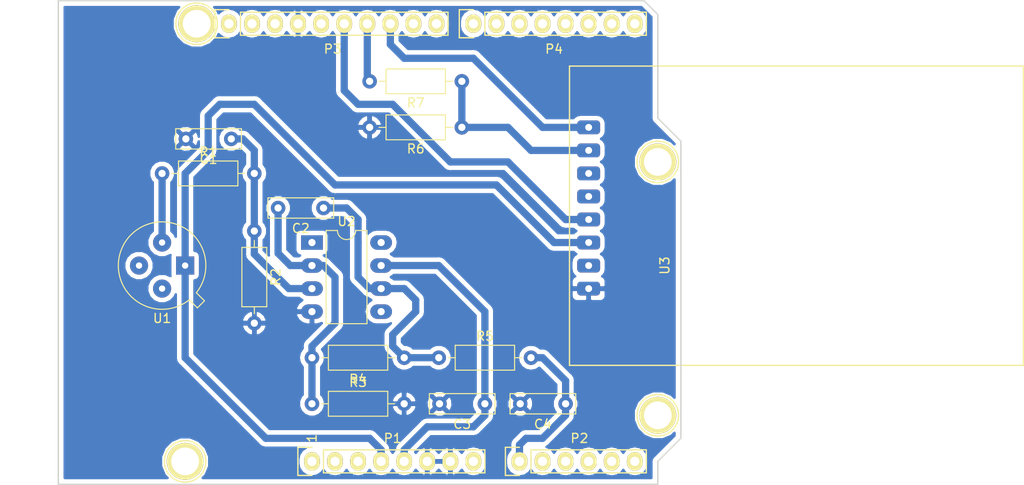
<source format=kicad_pcb>
(kicad_pcb (version 20171130) (host pcbnew 5.0.2-bee76a0~70~ubuntu18.04.1)

  (general
    (thickness 1.6)
    (drawings 27)
    (tracks 78)
    (zones 0)
    (modules 22)
    (nets 48)
  )

  (page A4)
  (title_block
    (date "lun. 30 mars 2015")
  )

  (layers
    (0 F.Cu signal)
    (31 B.Cu signal)
    (32 B.Adhes user)
    (33 F.Adhes user)
    (34 B.Paste user)
    (35 F.Paste user)
    (36 B.SilkS user)
    (37 F.SilkS user)
    (38 B.Mask user)
    (39 F.Mask user)
    (40 Dwgs.User user)
    (41 Cmts.User user)
    (42 Eco1.User user)
    (43 Eco2.User user)
    (44 Edge.Cuts user)
    (45 Margin user)
    (46 B.CrtYd user)
    (47 F.CrtYd user)
    (48 B.Fab user)
    (49 F.Fab user)
  )

  (setup
    (last_trace_width 0.8)
    (trace_clearance 0.4)
    (zone_clearance 0.508)
    (zone_45_only no)
    (trace_min 0.8)
    (segment_width 0.15)
    (edge_width 0.15)
    (via_size 1.6)
    (via_drill 0.8)
    (via_min_size 1.6)
    (via_min_drill 0.3)
    (uvia_size 0.3)
    (uvia_drill 0.1)
    (uvias_allowed no)
    (uvia_min_size 0.3)
    (uvia_min_drill 0.1)
    (pcb_text_width 0.3)
    (pcb_text_size 1.5 1.5)
    (mod_edge_width 0.15)
    (mod_text_size 1 1)
    (mod_text_width 0.15)
    (pad_size 4.064 4.064)
    (pad_drill 3.048)
    (pad_to_mask_clearance 0)
    (solder_mask_min_width 0.25)
    (aux_axis_origin 110.998 126.365)
    (grid_origin 110.998 126.365)
    (visible_elements 7FFFFFFF)
    (pcbplotparams
      (layerselection 0x01030_ffffffff)
      (usegerberextensions false)
      (usegerberattributes false)
      (usegerberadvancedattributes false)
      (creategerberjobfile false)
      (excludeedgelayer true)
      (linewidth 0.100000)
      (plotframeref false)
      (viasonmask false)
      (mode 1)
      (useauxorigin false)
      (hpglpennumber 1)
      (hpglpenspeed 20)
      (hpglpendiameter 15.000000)
      (psnegative false)
      (psa4output false)
      (plotreference true)
      (plotvalue true)
      (plotinvisibletext false)
      (padsonsilk false)
      (subtractmaskfromsilk false)
      (outputformat 1)
      (mirror false)
      (drillshape 0)
      (scaleselection 1)
      (outputdirectory ""))
  )

  (net 0 "")
  (net 1 +5V)
  (net 2 GND)
  (net 3 /A0)
  (net 4 /A1)
  (net 5 /A2)
  (net 6 /A3)
  (net 7 /AREF)
  (net 8 "/A4(SDA)")
  (net 9 "/A5(SCL)")
  (net 10 "/9(**)")
  (net 11 /8)
  (net 12 /7)
  (net 13 "/6(**)")
  (net 14 "/5(**)")
  (net 15 /4)
  (net 16 "/3(**)")
  (net 17 /2)
  (net 18 "/1(Tx)")
  (net 19 "/0(Rx)")
  (net 20 "Net-(P5-Pad1)")
  (net 21 "Net-(P6-Pad1)")
  (net 22 "Net-(P7-Pad1)")
  (net 23 "Net-(P8-Pad1)")
  (net 24 "/13(SCK)")
  (net 25 "/10(**/SS)")
  (net 26 "Net-(P1-Pad1)")
  (net 27 +3V3)
  (net 28 "/12(MISO)")
  (net 29 "/11(**/MOSI)")
  (net 30 "Net-(C1-Pad1)")
  (net 31 "Net-(C2-Pad2)")
  (net 32 "Net-(C2-Pad1)")
  (net 33 "Net-(P1-Pad2)")
  (net 34 "Net-(P1-Pad3)")
  (net 35 "Net-(P1-Pad8)")
  (net 36 "Net-(P3-Pad1)")
  (net 37 "Net-(P3-Pad2)")
  (net 38 "Net-(R1-Pad1)")
  (net 39 "Net-(R6-Pad1)")
  (net 40 "Net-(U1-Pad4)")
  (net 41 "Net-(U1-Pad3)")
  (net 42 "Net-(U2-Pad1)")
  (net 43 "Net-(U2-Pad5)")
  (net 44 "Net-(U2-Pad8)")
  (net 45 "Net-(U3-Pad3)")
  (net 46 "Net-(U3-Pad4)")
  (net 47 "Net-(U3-Pad7)")

  (net_class Default "This is the default net class."
    (clearance 0.4)
    (trace_width 0.8)
    (via_dia 1.6)
    (via_drill 0.8)
    (uvia_dia 0.3)
    (uvia_drill 0.1)
    (add_net +3V3)
    (add_net +5V)
    (add_net "/0(Rx)")
    (add_net "/1(Tx)")
    (add_net "/10(**/SS)")
    (add_net "/11(**/MOSI)")
    (add_net "/12(MISO)")
    (add_net "/13(SCK)")
    (add_net /2)
    (add_net "/3(**)")
    (add_net /4)
    (add_net "/5(**)")
    (add_net "/6(**)")
    (add_net /7)
    (add_net /8)
    (add_net "/9(**)")
    (add_net /A0)
    (add_net /A1)
    (add_net /A2)
    (add_net /A3)
    (add_net "/A4(SDA)")
    (add_net "/A5(SCL)")
    (add_net /AREF)
    (add_net GND)
    (add_net "Net-(C1-Pad1)")
    (add_net "Net-(C2-Pad1)")
    (add_net "Net-(C2-Pad2)")
    (add_net "Net-(P1-Pad1)")
    (add_net "Net-(P1-Pad2)")
    (add_net "Net-(P1-Pad3)")
    (add_net "Net-(P1-Pad8)")
    (add_net "Net-(P3-Pad1)")
    (add_net "Net-(P3-Pad2)")
    (add_net "Net-(P5-Pad1)")
    (add_net "Net-(P6-Pad1)")
    (add_net "Net-(P7-Pad1)")
    (add_net "Net-(P8-Pad1)")
    (add_net "Net-(R1-Pad1)")
    (add_net "Net-(R6-Pad1)")
    (add_net "Net-(U1-Pad3)")
    (add_net "Net-(U1-Pad4)")
    (add_net "Net-(U2-Pad1)")
    (add_net "Net-(U2-Pad5)")
    (add_net "Net-(U2-Pad8)")
    (add_net "Net-(U3-Pad3)")
    (add_net "Net-(U3-Pad4)")
    (add_net "Net-(U3-Pad7)")
  )

  (module MesEmpreintes:myTO-5-4 (layer F.Cu) (tedit 5BD6FB05) (tstamp 5C1706EF)
    (at 124.968 102.235 180)
    (descr TO-5-4)
    (tags TO-5-4)
    (path /5BD72BEF)
    (fp_text reference U1 (at 2.54 -5.82 180) (layer F.SilkS)
      (effects (font (size 1 1) (thickness 0.15)))
    )
    (fp_text value gas_sensor (at 2.54 5.82 180) (layer F.Fab)
      (effects (font (size 1 1) (thickness 0.15)))
    )
    (fp_arc (start 2.54 0) (end -0.457084 -3.774902) (angle 346.9) (layer F.SilkS) (width 0.12))
    (fp_arc (start 2.54 0) (end -0.465408 -3.61352) (angle 349.5) (layer F.Fab) (width 0.1))
    (fp_circle (center 2.54 0) (end 6.79 0) (layer F.Fab) (width 0.1))
    (fp_line (start 7.49 -4.95) (end -2.41 -4.95) (layer F.CrtYd) (width 0.05))
    (fp_line (start 7.49 4.95) (end 7.49 -4.95) (layer F.CrtYd) (width 0.05))
    (fp_line (start -2.41 4.95) (end 7.49 4.95) (layer F.CrtYd) (width 0.05))
    (fp_line (start -2.41 -4.95) (end -2.41 4.95) (layer F.CrtYd) (width 0.05))
    (fp_line (start -2.125856 -3.888039) (end -1.234902 -2.997084) (layer F.SilkS) (width 0.12))
    (fp_line (start -1.348039 -4.665856) (end -2.125856 -3.888039) (layer F.SilkS) (width 0.12))
    (fp_line (start -0.457084 -3.774902) (end -1.348039 -4.665856) (layer F.SilkS) (width 0.12))
    (fp_line (start -1.879621 -3.81151) (end -1.07352 -3.005408) (layer F.Fab) (width 0.1))
    (fp_line (start -1.27151 -4.419621) (end -1.879621 -3.81151) (layer F.Fab) (width 0.1))
    (fp_line (start -0.465408 -3.61352) (end -1.27151 -4.419621) (layer F.Fab) (width 0.1))
    (fp_text user %R (at 2.54 -5.82 180) (layer F.Fab)
      (effects (font (size 1 1) (thickness 0.15)))
    )
    (pad 4 thru_hole circle (at 2.54 -2.54 180) (size 2 2) (drill 0.7) (layers *.Cu *.Mask)
      (net 40 "Net-(U1-Pad4)"))
    (pad 3 thru_hole circle (at 5.08 0 180) (size 2 2) (drill 0.7) (layers *.Cu *.Mask)
      (net 41 "Net-(U1-Pad3)"))
    (pad 2 thru_hole circle (at 2.54 2.54 180) (size 2 2) (drill 0.7) (layers *.Cu *.Mask)
      (net 38 "Net-(R1-Pad1)"))
    (pad 1 thru_hole rect (at 0 0 180) (size 2 2) (drill 0.7) (layers *.Cu *.Mask)
      (net 27 +3V3))
    (model ${KISYS3DMOD}/Package_TO_SOT_THT.3dshapes/TO-5-4.wrl
      (at (xyz 0 0 0))
      (scale (xyz 1 1 1))
      (rotate (xyz 0 0 0))
    )
  )

  (module Socket_Arduino_Uno:Socket_Strip_Arduino_1x08 locked (layer F.Cu) (tedit 552168D2) (tstamp 551AF9EA)
    (at 138.938 123.825)
    (descr "Through hole socket strip")
    (tags "socket strip")
    (path /56D70129)
    (fp_text reference P1 (at 8.89 -2.54) (layer F.SilkS)
      (effects (font (size 1 1) (thickness 0.15)))
    )
    (fp_text value Power (at 8.89 -4.064) (layer F.Fab)
      (effects (font (size 1 1) (thickness 0.15)))
    )
    (fp_line (start -1.75 -1.75) (end -1.75 1.75) (layer F.CrtYd) (width 0.05))
    (fp_line (start 19.55 -1.75) (end 19.55 1.75) (layer F.CrtYd) (width 0.05))
    (fp_line (start -1.75 -1.75) (end 19.55 -1.75) (layer F.CrtYd) (width 0.05))
    (fp_line (start -1.75 1.75) (end 19.55 1.75) (layer F.CrtYd) (width 0.05))
    (fp_line (start 1.27 1.27) (end 19.05 1.27) (layer F.SilkS) (width 0.15))
    (fp_line (start 19.05 1.27) (end 19.05 -1.27) (layer F.SilkS) (width 0.15))
    (fp_line (start 19.05 -1.27) (end 1.27 -1.27) (layer F.SilkS) (width 0.15))
    (fp_line (start -1.55 1.55) (end 0 1.55) (layer F.SilkS) (width 0.15))
    (fp_line (start 1.27 1.27) (end 1.27 -1.27) (layer F.SilkS) (width 0.15))
    (fp_line (start 0 -1.55) (end -1.55 -1.55) (layer F.SilkS) (width 0.15))
    (fp_line (start -1.55 -1.55) (end -1.55 1.55) (layer F.SilkS) (width 0.15))
    (pad 1 thru_hole oval (at 0 0) (size 1.7272 2.032) (drill 1.016) (layers *.Cu *.Mask F.SilkS)
      (net 26 "Net-(P1-Pad1)"))
    (pad 2 thru_hole oval (at 2.54 0) (size 1.7272 2.032) (drill 1.016) (layers *.Cu *.Mask F.SilkS)
      (net 33 "Net-(P1-Pad2)"))
    (pad 3 thru_hole oval (at 5.08 0) (size 1.7272 2.032) (drill 1.016) (layers *.Cu *.Mask F.SilkS)
      (net 34 "Net-(P1-Pad3)"))
    (pad 4 thru_hole oval (at 7.62 0) (size 1.7272 2.032) (drill 1.016) (layers *.Cu *.Mask F.SilkS)
      (net 27 +3V3))
    (pad 5 thru_hole oval (at 10.16 0) (size 1.7272 2.032) (drill 1.016) (layers *.Cu *.Mask F.SilkS)
      (net 1 +5V))
    (pad 6 thru_hole oval (at 12.7 0) (size 1.7272 2.032) (drill 1.016) (layers *.Cu *.Mask F.SilkS)
      (net 2 GND))
    (pad 7 thru_hole oval (at 15.24 0) (size 1.7272 2.032) (drill 1.016) (layers *.Cu *.Mask F.SilkS)
      (net 2 GND))
    (pad 8 thru_hole oval (at 17.78 0) (size 1.7272 2.032) (drill 1.016) (layers *.Cu *.Mask F.SilkS)
      (net 35 "Net-(P1-Pad8)"))
    (model ${KIPRJMOD}/Socket_Arduino_Uno.3dshapes/Socket_header_Arduino_1x08.wrl
      (offset (xyz 8.889999866485596 0 0))
      (scale (xyz 1 1 1))
      (rotate (xyz 0 0 180))
    )
  )

  (module Socket_Arduino_Uno:Socket_Strip_Arduino_1x06 locked (layer F.Cu) (tedit 552168D6) (tstamp 551AF9FF)
    (at 161.798 123.825)
    (descr "Through hole socket strip")
    (tags "socket strip")
    (path /56D70DD8)
    (fp_text reference P2 (at 6.604 -2.54) (layer F.SilkS)
      (effects (font (size 1 1) (thickness 0.15)))
    )
    (fp_text value Analog (at 6.604 -4.064) (layer F.Fab)
      (effects (font (size 1 1) (thickness 0.15)))
    )
    (fp_line (start -1.75 -1.75) (end -1.75 1.75) (layer F.CrtYd) (width 0.05))
    (fp_line (start 14.45 -1.75) (end 14.45 1.75) (layer F.CrtYd) (width 0.05))
    (fp_line (start -1.75 -1.75) (end 14.45 -1.75) (layer F.CrtYd) (width 0.05))
    (fp_line (start -1.75 1.75) (end 14.45 1.75) (layer F.CrtYd) (width 0.05))
    (fp_line (start 1.27 1.27) (end 13.97 1.27) (layer F.SilkS) (width 0.15))
    (fp_line (start 13.97 1.27) (end 13.97 -1.27) (layer F.SilkS) (width 0.15))
    (fp_line (start 13.97 -1.27) (end 1.27 -1.27) (layer F.SilkS) (width 0.15))
    (fp_line (start -1.55 1.55) (end 0 1.55) (layer F.SilkS) (width 0.15))
    (fp_line (start 1.27 1.27) (end 1.27 -1.27) (layer F.SilkS) (width 0.15))
    (fp_line (start 0 -1.55) (end -1.55 -1.55) (layer F.SilkS) (width 0.15))
    (fp_line (start -1.55 -1.55) (end -1.55 1.55) (layer F.SilkS) (width 0.15))
    (pad 1 thru_hole oval (at 0 0) (size 1.7272 2.032) (drill 1.016) (layers *.Cu *.Mask F.SilkS)
      (net 3 /A0))
    (pad 2 thru_hole oval (at 2.54 0) (size 1.7272 2.032) (drill 1.016) (layers *.Cu *.Mask F.SilkS)
      (net 4 /A1))
    (pad 3 thru_hole oval (at 5.08 0) (size 1.7272 2.032) (drill 1.016) (layers *.Cu *.Mask F.SilkS)
      (net 5 /A2))
    (pad 4 thru_hole oval (at 7.62 0) (size 1.7272 2.032) (drill 1.016) (layers *.Cu *.Mask F.SilkS)
      (net 6 /A3))
    (pad 5 thru_hole oval (at 10.16 0) (size 1.7272 2.032) (drill 1.016) (layers *.Cu *.Mask F.SilkS)
      (net 8 "/A4(SDA)"))
    (pad 6 thru_hole oval (at 12.7 0) (size 1.7272 2.032) (drill 1.016) (layers *.Cu *.Mask F.SilkS)
      (net 9 "/A5(SCL)"))
    (model ${KIPRJMOD}/Socket_Arduino_Uno.3dshapes/Socket_header_Arduino_1x06.wrl
      (offset (xyz 6.349999904632568 0 0))
      (scale (xyz 1 1 1))
      (rotate (xyz 0 0 180))
    )
  )

  (module Socket_Arduino_Uno:Socket_Strip_Arduino_1x10 locked (layer F.Cu) (tedit 552168BF) (tstamp 551AFA18)
    (at 129.794 75.565)
    (descr "Through hole socket strip")
    (tags "socket strip")
    (path /56D721E0)
    (fp_text reference P3 (at 11.43 2.794) (layer F.SilkS)
      (effects (font (size 1 1) (thickness 0.15)))
    )
    (fp_text value Digital (at 11.43 4.318) (layer F.Fab)
      (effects (font (size 1 1) (thickness 0.15)))
    )
    (fp_line (start -1.75 -1.75) (end -1.75 1.75) (layer F.CrtYd) (width 0.05))
    (fp_line (start 24.65 -1.75) (end 24.65 1.75) (layer F.CrtYd) (width 0.05))
    (fp_line (start -1.75 -1.75) (end 24.65 -1.75) (layer F.CrtYd) (width 0.05))
    (fp_line (start -1.75 1.75) (end 24.65 1.75) (layer F.CrtYd) (width 0.05))
    (fp_line (start 1.27 1.27) (end 24.13 1.27) (layer F.SilkS) (width 0.15))
    (fp_line (start 24.13 1.27) (end 24.13 -1.27) (layer F.SilkS) (width 0.15))
    (fp_line (start 24.13 -1.27) (end 1.27 -1.27) (layer F.SilkS) (width 0.15))
    (fp_line (start -1.55 1.55) (end 0 1.55) (layer F.SilkS) (width 0.15))
    (fp_line (start 1.27 1.27) (end 1.27 -1.27) (layer F.SilkS) (width 0.15))
    (fp_line (start 0 -1.55) (end -1.55 -1.55) (layer F.SilkS) (width 0.15))
    (fp_line (start -1.55 -1.55) (end -1.55 1.55) (layer F.SilkS) (width 0.15))
    (pad 1 thru_hole oval (at 0 0) (size 1.7272 2.032) (drill 1.016) (layers *.Cu *.Mask F.SilkS)
      (net 36 "Net-(P3-Pad1)"))
    (pad 2 thru_hole oval (at 2.54 0) (size 1.7272 2.032) (drill 1.016) (layers *.Cu *.Mask F.SilkS)
      (net 37 "Net-(P3-Pad2)"))
    (pad 3 thru_hole oval (at 5.08 0) (size 1.7272 2.032) (drill 1.016) (layers *.Cu *.Mask F.SilkS)
      (net 7 /AREF))
    (pad 4 thru_hole oval (at 7.62 0) (size 1.7272 2.032) (drill 1.016) (layers *.Cu *.Mask F.SilkS)
      (net 2 GND))
    (pad 5 thru_hole oval (at 10.16 0) (size 1.7272 2.032) (drill 1.016) (layers *.Cu *.Mask F.SilkS)
      (net 24 "/13(SCK)"))
    (pad 6 thru_hole oval (at 12.7 0) (size 1.7272 2.032) (drill 1.016) (layers *.Cu *.Mask F.SilkS)
      (net 28 "/12(MISO)"))
    (pad 7 thru_hole oval (at 15.24 0) (size 1.7272 2.032) (drill 1.016) (layers *.Cu *.Mask F.SilkS)
      (net 29 "/11(**/MOSI)"))
    (pad 8 thru_hole oval (at 17.78 0) (size 1.7272 2.032) (drill 1.016) (layers *.Cu *.Mask F.SilkS)
      (net 25 "/10(**/SS)"))
    (pad 9 thru_hole oval (at 20.32 0) (size 1.7272 2.032) (drill 1.016) (layers *.Cu *.Mask F.SilkS)
      (net 10 "/9(**)"))
    (pad 10 thru_hole oval (at 22.86 0) (size 1.7272 2.032) (drill 1.016) (layers *.Cu *.Mask F.SilkS)
      (net 11 /8))
    (model ${KIPRJMOD}/Socket_Arduino_Uno.3dshapes/Socket_header_Arduino_1x10.wrl
      (offset (xyz 11.42999982833862 0 0))
      (scale (xyz 1 1 1))
      (rotate (xyz 0 0 180))
    )
  )

  (module Socket_Arduino_Uno:Socket_Strip_Arduino_1x08 locked (layer F.Cu) (tedit 552168C7) (tstamp 551AFA2F)
    (at 156.718 75.565)
    (descr "Through hole socket strip")
    (tags "socket strip")
    (path /56D7164F)
    (fp_text reference P4 (at 8.89 2.794) (layer F.SilkS)
      (effects (font (size 1 1) (thickness 0.15)))
    )
    (fp_text value Digital (at 8.89 4.318) (layer F.Fab)
      (effects (font (size 1 1) (thickness 0.15)))
    )
    (fp_line (start -1.75 -1.75) (end -1.75 1.75) (layer F.CrtYd) (width 0.05))
    (fp_line (start 19.55 -1.75) (end 19.55 1.75) (layer F.CrtYd) (width 0.05))
    (fp_line (start -1.75 -1.75) (end 19.55 -1.75) (layer F.CrtYd) (width 0.05))
    (fp_line (start -1.75 1.75) (end 19.55 1.75) (layer F.CrtYd) (width 0.05))
    (fp_line (start 1.27 1.27) (end 19.05 1.27) (layer F.SilkS) (width 0.15))
    (fp_line (start 19.05 1.27) (end 19.05 -1.27) (layer F.SilkS) (width 0.15))
    (fp_line (start 19.05 -1.27) (end 1.27 -1.27) (layer F.SilkS) (width 0.15))
    (fp_line (start -1.55 1.55) (end 0 1.55) (layer F.SilkS) (width 0.15))
    (fp_line (start 1.27 1.27) (end 1.27 -1.27) (layer F.SilkS) (width 0.15))
    (fp_line (start 0 -1.55) (end -1.55 -1.55) (layer F.SilkS) (width 0.15))
    (fp_line (start -1.55 -1.55) (end -1.55 1.55) (layer F.SilkS) (width 0.15))
    (pad 1 thru_hole oval (at 0 0) (size 1.7272 2.032) (drill 1.016) (layers *.Cu *.Mask F.SilkS)
      (net 12 /7))
    (pad 2 thru_hole oval (at 2.54 0) (size 1.7272 2.032) (drill 1.016) (layers *.Cu *.Mask F.SilkS)
      (net 13 "/6(**)"))
    (pad 3 thru_hole oval (at 5.08 0) (size 1.7272 2.032) (drill 1.016) (layers *.Cu *.Mask F.SilkS)
      (net 14 "/5(**)"))
    (pad 4 thru_hole oval (at 7.62 0) (size 1.7272 2.032) (drill 1.016) (layers *.Cu *.Mask F.SilkS)
      (net 15 /4))
    (pad 5 thru_hole oval (at 10.16 0) (size 1.7272 2.032) (drill 1.016) (layers *.Cu *.Mask F.SilkS)
      (net 16 "/3(**)"))
    (pad 6 thru_hole oval (at 12.7 0) (size 1.7272 2.032) (drill 1.016) (layers *.Cu *.Mask F.SilkS)
      (net 17 /2))
    (pad 7 thru_hole oval (at 15.24 0) (size 1.7272 2.032) (drill 1.016) (layers *.Cu *.Mask F.SilkS)
      (net 18 "/1(Tx)"))
    (pad 8 thru_hole oval (at 17.78 0) (size 1.7272 2.032) (drill 1.016) (layers *.Cu *.Mask F.SilkS)
      (net 19 "/0(Rx)"))
    (model ${KIPRJMOD}/Socket_Arduino_Uno.3dshapes/Socket_header_Arduino_1x08.wrl
      (offset (xyz 8.889999866485596 0 0))
      (scale (xyz 1 1 1))
      (rotate (xyz 0 0 180))
    )
  )

  (module Socket_Arduino_Uno:Arduino_1pin locked (layer F.Cu) (tedit 5524FC39) (tstamp 5524FC3F)
    (at 124.968 123.825)
    (descr "module 1 pin (ou trou mecanique de percage)")
    (tags DEV)
    (path /56D71177)
    (fp_text reference P5 (at 0 -3.048) (layer F.SilkS) hide
      (effects (font (size 1 1) (thickness 0.15)))
    )
    (fp_text value CONN_01X01 (at 0 2.794) (layer F.Fab) hide
      (effects (font (size 1 1) (thickness 0.15)))
    )
    (fp_circle (center 0 0) (end 0 -2.286) (layer F.SilkS) (width 0.15))
    (pad 1 thru_hole circle (at 0 0) (size 4.064 4.064) (drill 3.048) (layers *.Cu *.Mask F.SilkS)
      (net 20 "Net-(P5-Pad1)"))
  )

  (module Socket_Arduino_Uno:Arduino_1pin locked (layer F.Cu) (tedit 5524FC4A) (tstamp 5524FC44)
    (at 177.038 118.745)
    (descr "module 1 pin (ou trou mecanique de percage)")
    (tags DEV)
    (path /56D71274)
    (fp_text reference P6 (at 0 -3.048) (layer F.SilkS) hide
      (effects (font (size 1 1) (thickness 0.15)))
    )
    (fp_text value CONN_01X01 (at 0 2.794) (layer F.Fab) hide
      (effects (font (size 1 1) (thickness 0.15)))
    )
    (fp_circle (center 0 0) (end 0 -2.286) (layer F.SilkS) (width 0.15))
    (pad 1 thru_hole circle (at 0 0) (size 4.064 4.064) (drill 3.048) (layers *.Cu *.Mask F.SilkS)
      (net 21 "Net-(P6-Pad1)"))
  )

  (module Socket_Arduino_Uno:Arduino_1pin locked (layer F.Cu) (tedit 5524FC2F) (tstamp 5524FC49)
    (at 126.238 75.565)
    (descr "module 1 pin (ou trou mecanique de percage)")
    (tags DEV)
    (path /56D712A8)
    (fp_text reference P7 (at 0 -3.048) (layer F.SilkS) hide
      (effects (font (size 1 1) (thickness 0.15)))
    )
    (fp_text value CONN_01X01 (at 0 2.794) (layer F.Fab) hide
      (effects (font (size 1 1) (thickness 0.15)))
    )
    (fp_circle (center 0 0) (end 0 -2.286) (layer F.SilkS) (width 0.15))
    (pad 1 thru_hole circle (at 0 0) (size 4.064 4.064) (drill 3.048) (layers *.Cu *.Mask F.SilkS)
      (net 22 "Net-(P7-Pad1)"))
  )

  (module Socket_Arduino_Uno:Arduino_1pin locked (layer F.Cu) (tedit 5524FC41) (tstamp 5524FC4E)
    (at 177.038 90.805)
    (descr "module 1 pin (ou trou mecanique de percage)")
    (tags DEV)
    (path /56D712DB)
    (fp_text reference P8 (at 0 -3.048) (layer F.SilkS) hide
      (effects (font (size 1 1) (thickness 0.15)))
    )
    (fp_text value CONN_01X01 (at 0 2.794) (layer F.Fab) hide
      (effects (font (size 1 1) (thickness 0.15)))
    )
    (fp_circle (center 0 0) (end 0 -2.286) (layer F.SilkS) (width 0.15))
    (pad 1 thru_hole circle (at 0 0) (size 4.064 4.064) (drill 3.048) (layers *.Cu *.Mask F.SilkS)
      (net 23 "Net-(P8-Pad1)"))
  )

  (module Capacitor_THT:C_Rect_L7.0mm_W2.0mm_P5.00mm (layer F.Cu) (tedit 5AE50EF0) (tstamp 5C1705FF)
    (at 130.048 88.265 180)
    (descr "C, Rect series, Radial, pin pitch=5.00mm, , length*width=7*2mm^2, Capacitor")
    (tags "C Rect series Radial pin pitch 5.00mm  length 7mm width 2mm Capacitor")
    (path /5BD75F48)
    (fp_text reference C1 (at 2.5 -2.25 180) (layer F.SilkS)
      (effects (font (size 1 1) (thickness 0.15)))
    )
    (fp_text value C (at 2.5 2.25 180) (layer F.Fab)
      (effects (font (size 1 1) (thickness 0.15)))
    )
    (fp_line (start -1 -1) (end -1 1) (layer F.Fab) (width 0.1))
    (fp_line (start -1 1) (end 6 1) (layer F.Fab) (width 0.1))
    (fp_line (start 6 1) (end 6 -1) (layer F.Fab) (width 0.1))
    (fp_line (start 6 -1) (end -1 -1) (layer F.Fab) (width 0.1))
    (fp_line (start -1.12 -1.12) (end 6.12 -1.12) (layer F.SilkS) (width 0.12))
    (fp_line (start -1.12 1.12) (end 6.12 1.12) (layer F.SilkS) (width 0.12))
    (fp_line (start -1.12 -1.12) (end -1.12 1.12) (layer F.SilkS) (width 0.12))
    (fp_line (start 6.12 -1.12) (end 6.12 1.12) (layer F.SilkS) (width 0.12))
    (fp_line (start -1.25 -1.25) (end -1.25 1.25) (layer F.CrtYd) (width 0.05))
    (fp_line (start -1.25 1.25) (end 6.25 1.25) (layer F.CrtYd) (width 0.05))
    (fp_line (start 6.25 1.25) (end 6.25 -1.25) (layer F.CrtYd) (width 0.05))
    (fp_line (start 6.25 -1.25) (end -1.25 -1.25) (layer F.CrtYd) (width 0.05))
    (fp_text user %R (at 2.5 0 180) (layer F.Fab)
      (effects (font (size 1 1) (thickness 0.15)))
    )
    (pad 1 thru_hole circle (at 0 0 180) (size 1.6 1.6) (drill 0.8) (layers *.Cu *.Mask)
      (net 30 "Net-(C1-Pad1)"))
    (pad 2 thru_hole circle (at 5 0 180) (size 1.6 1.6) (drill 0.8) (layers *.Cu *.Mask)
      (net 2 GND))
    (model ${KISYS3DMOD}/Capacitor_THT.3dshapes/C_Rect_L7.0mm_W2.0mm_P5.00mm.wrl
      (at (xyz 0 0 0))
      (scale (xyz 1 1 1))
      (rotate (xyz 0 0 0))
    )
  )

  (module Capacitor_THT:C_Rect_L7.0mm_W2.0mm_P5.00mm (layer F.Cu) (tedit 5AE50EF0) (tstamp 5C170612)
    (at 140.208 95.885 180)
    (descr "C, Rect series, Radial, pin pitch=5.00mm, , length*width=7*2mm^2, Capacitor")
    (tags "C Rect series Radial pin pitch 5.00mm  length 7mm width 2mm Capacitor")
    (path /5BD7605C)
    (fp_text reference C2 (at 2.5 -2.25 180) (layer F.SilkS)
      (effects (font (size 1 1) (thickness 0.15)))
    )
    (fp_text value C (at 2.5 2.25 180) (layer F.Fab)
      (effects (font (size 1 1) (thickness 0.15)))
    )
    (fp_text user %R (at 2.5 0 180) (layer F.Fab)
      (effects (font (size 1 1) (thickness 0.15)))
    )
    (fp_line (start 6.25 -1.25) (end -1.25 -1.25) (layer F.CrtYd) (width 0.05))
    (fp_line (start 6.25 1.25) (end 6.25 -1.25) (layer F.CrtYd) (width 0.05))
    (fp_line (start -1.25 1.25) (end 6.25 1.25) (layer F.CrtYd) (width 0.05))
    (fp_line (start -1.25 -1.25) (end -1.25 1.25) (layer F.CrtYd) (width 0.05))
    (fp_line (start 6.12 -1.12) (end 6.12 1.12) (layer F.SilkS) (width 0.12))
    (fp_line (start -1.12 -1.12) (end -1.12 1.12) (layer F.SilkS) (width 0.12))
    (fp_line (start -1.12 1.12) (end 6.12 1.12) (layer F.SilkS) (width 0.12))
    (fp_line (start -1.12 -1.12) (end 6.12 -1.12) (layer F.SilkS) (width 0.12))
    (fp_line (start 6 -1) (end -1 -1) (layer F.Fab) (width 0.1))
    (fp_line (start 6 1) (end 6 -1) (layer F.Fab) (width 0.1))
    (fp_line (start -1 1) (end 6 1) (layer F.Fab) (width 0.1))
    (fp_line (start -1 -1) (end -1 1) (layer F.Fab) (width 0.1))
    (pad 2 thru_hole circle (at 5 0 180) (size 1.6 1.6) (drill 0.8) (layers *.Cu *.Mask)
      (net 31 "Net-(C2-Pad2)"))
    (pad 1 thru_hole circle (at 0 0 180) (size 1.6 1.6) (drill 0.8) (layers *.Cu *.Mask)
      (net 32 "Net-(C2-Pad1)"))
    (model ${KISYS3DMOD}/Capacitor_THT.3dshapes/C_Rect_L7.0mm_W2.0mm_P5.00mm.wrl
      (at (xyz 0 0 0))
      (scale (xyz 1 1 1))
      (rotate (xyz 0 0 0))
    )
  )

  (module Capacitor_THT:C_Rect_L7.0mm_W2.0mm_P5.00mm (layer F.Cu) (tedit 5AE50EF0) (tstamp 5C1713A9)
    (at 157.988 117.475 180)
    (descr "C, Rect series, Radial, pin pitch=5.00mm, , length*width=7*2mm^2, Capacitor")
    (tags "C Rect series Radial pin pitch 5.00mm  length 7mm width 2mm Capacitor")
    (path /5BD76855)
    (fp_text reference C3 (at 2.5 -2.25 180) (layer F.SilkS)
      (effects (font (size 1 1) (thickness 0.15)))
    )
    (fp_text value C (at 2.5 2.25 180) (layer F.Fab)
      (effects (font (size 1 1) (thickness 0.15)))
    )
    (fp_line (start -1 -1) (end -1 1) (layer F.Fab) (width 0.1))
    (fp_line (start -1 1) (end 6 1) (layer F.Fab) (width 0.1))
    (fp_line (start 6 1) (end 6 -1) (layer F.Fab) (width 0.1))
    (fp_line (start 6 -1) (end -1 -1) (layer F.Fab) (width 0.1))
    (fp_line (start -1.12 -1.12) (end 6.12 -1.12) (layer F.SilkS) (width 0.12))
    (fp_line (start -1.12 1.12) (end 6.12 1.12) (layer F.SilkS) (width 0.12))
    (fp_line (start -1.12 -1.12) (end -1.12 1.12) (layer F.SilkS) (width 0.12))
    (fp_line (start 6.12 -1.12) (end 6.12 1.12) (layer F.SilkS) (width 0.12))
    (fp_line (start -1.25 -1.25) (end -1.25 1.25) (layer F.CrtYd) (width 0.05))
    (fp_line (start -1.25 1.25) (end 6.25 1.25) (layer F.CrtYd) (width 0.05))
    (fp_line (start 6.25 1.25) (end 6.25 -1.25) (layer F.CrtYd) (width 0.05))
    (fp_line (start 6.25 -1.25) (end -1.25 -1.25) (layer F.CrtYd) (width 0.05))
    (fp_text user %R (at 2.5 0 180) (layer F.Fab)
      (effects (font (size 1 1) (thickness 0.15)))
    )
    (pad 1 thru_hole circle (at 0 0 180) (size 1.6 1.6) (drill 0.8) (layers *.Cu *.Mask)
      (net 1 +5V))
    (pad 2 thru_hole circle (at 5 0 180) (size 1.6 1.6) (drill 0.8) (layers *.Cu *.Mask)
      (net 2 GND))
    (model ${KISYS3DMOD}/Capacitor_THT.3dshapes/C_Rect_L7.0mm_W2.0mm_P5.00mm.wrl
      (at (xyz 0 0 0))
      (scale (xyz 1 1 1))
      (rotate (xyz 0 0 0))
    )
  )

  (module Capacitor_THT:C_Rect_L7.0mm_W2.0mm_P5.00mm (layer F.Cu) (tedit 5AE50EF0) (tstamp 5C170638)
    (at 166.878 117.475 180)
    (descr "C, Rect series, Radial, pin pitch=5.00mm, , length*width=7*2mm^2, Capacitor")
    (tags "C Rect series Radial pin pitch 5.00mm  length 7mm width 2mm Capacitor")
    (path /5BD82B42)
    (fp_text reference C4 (at 2.5 -2.25 180) (layer F.SilkS)
      (effects (font (size 1 1) (thickness 0.15)))
    )
    (fp_text value C (at 2.5 2.25 180) (layer F.Fab)
      (effects (font (size 1 1) (thickness 0.15)))
    )
    (fp_text user %R (at 2.5 0 180) (layer F.Fab)
      (effects (font (size 1 1) (thickness 0.15)))
    )
    (fp_line (start 6.25 -1.25) (end -1.25 -1.25) (layer F.CrtYd) (width 0.05))
    (fp_line (start 6.25 1.25) (end 6.25 -1.25) (layer F.CrtYd) (width 0.05))
    (fp_line (start -1.25 1.25) (end 6.25 1.25) (layer F.CrtYd) (width 0.05))
    (fp_line (start -1.25 -1.25) (end -1.25 1.25) (layer F.CrtYd) (width 0.05))
    (fp_line (start 6.12 -1.12) (end 6.12 1.12) (layer F.SilkS) (width 0.12))
    (fp_line (start -1.12 -1.12) (end -1.12 1.12) (layer F.SilkS) (width 0.12))
    (fp_line (start -1.12 1.12) (end 6.12 1.12) (layer F.SilkS) (width 0.12))
    (fp_line (start -1.12 -1.12) (end 6.12 -1.12) (layer F.SilkS) (width 0.12))
    (fp_line (start 6 -1) (end -1 -1) (layer F.Fab) (width 0.1))
    (fp_line (start 6 1) (end 6 -1) (layer F.Fab) (width 0.1))
    (fp_line (start -1 1) (end 6 1) (layer F.Fab) (width 0.1))
    (fp_line (start -1 -1) (end -1 1) (layer F.Fab) (width 0.1))
    (pad 2 thru_hole circle (at 5 0 180) (size 1.6 1.6) (drill 0.8) (layers *.Cu *.Mask)
      (net 2 GND))
    (pad 1 thru_hole circle (at 0 0 180) (size 1.6 1.6) (drill 0.8) (layers *.Cu *.Mask)
      (net 3 /A0))
    (model ${KISYS3DMOD}/Capacitor_THT.3dshapes/C_Rect_L7.0mm_W2.0mm_P5.00mm.wrl
      (at (xyz 0 0 0))
      (scale (xyz 1 1 1))
      (rotate (xyz 0 0 0))
    )
  )

  (module Resistor_THT:R_Axial_DIN0207_L6.3mm_D2.5mm_P10.16mm_Horizontal (layer F.Cu) (tedit 5AE5139B) (tstamp 5C17064F)
    (at 122.428 92.075)
    (descr "Resistor, Axial_DIN0207 series, Axial, Horizontal, pin pitch=10.16mm, 0.25W = 1/4W, length*diameter=6.3*2.5mm^2, http://cdn-reichelt.de/documents/datenblatt/B400/1_4W%23YAG.pdf")
    (tags "Resistor Axial_DIN0207 series Axial Horizontal pin pitch 10.16mm 0.25W = 1/4W length 6.3mm diameter 2.5mm")
    (path /5BD72C9C)
    (fp_text reference R1 (at 5.08 -2.37) (layer F.SilkS)
      (effects (font (size 1 1) (thickness 0.15)))
    )
    (fp_text value R (at 5.08 2.37) (layer F.Fab)
      (effects (font (size 1 1) (thickness 0.15)))
    )
    (fp_line (start 1.93 -1.25) (end 1.93 1.25) (layer F.Fab) (width 0.1))
    (fp_line (start 1.93 1.25) (end 8.23 1.25) (layer F.Fab) (width 0.1))
    (fp_line (start 8.23 1.25) (end 8.23 -1.25) (layer F.Fab) (width 0.1))
    (fp_line (start 8.23 -1.25) (end 1.93 -1.25) (layer F.Fab) (width 0.1))
    (fp_line (start 0 0) (end 1.93 0) (layer F.Fab) (width 0.1))
    (fp_line (start 10.16 0) (end 8.23 0) (layer F.Fab) (width 0.1))
    (fp_line (start 1.81 -1.37) (end 1.81 1.37) (layer F.SilkS) (width 0.12))
    (fp_line (start 1.81 1.37) (end 8.35 1.37) (layer F.SilkS) (width 0.12))
    (fp_line (start 8.35 1.37) (end 8.35 -1.37) (layer F.SilkS) (width 0.12))
    (fp_line (start 8.35 -1.37) (end 1.81 -1.37) (layer F.SilkS) (width 0.12))
    (fp_line (start 1.04 0) (end 1.81 0) (layer F.SilkS) (width 0.12))
    (fp_line (start 9.12 0) (end 8.35 0) (layer F.SilkS) (width 0.12))
    (fp_line (start -1.05 -1.5) (end -1.05 1.5) (layer F.CrtYd) (width 0.05))
    (fp_line (start -1.05 1.5) (end 11.21 1.5) (layer F.CrtYd) (width 0.05))
    (fp_line (start 11.21 1.5) (end 11.21 -1.5) (layer F.CrtYd) (width 0.05))
    (fp_line (start 11.21 -1.5) (end -1.05 -1.5) (layer F.CrtYd) (width 0.05))
    (fp_text user %R (at 5.08 0) (layer F.Fab)
      (effects (font (size 1 1) (thickness 0.15)))
    )
    (pad 1 thru_hole circle (at 0 0) (size 1.6 1.6) (drill 0.8) (layers *.Cu *.Mask)
      (net 38 "Net-(R1-Pad1)"))
    (pad 2 thru_hole oval (at 10.16 0) (size 1.6 1.6) (drill 0.8) (layers *.Cu *.Mask)
      (net 30 "Net-(C1-Pad1)"))
    (model ${KISYS3DMOD}/Resistor_THT.3dshapes/R_Axial_DIN0207_L6.3mm_D2.5mm_P10.16mm_Horizontal.wrl
      (at (xyz 0 0 0))
      (scale (xyz 1 1 1))
      (rotate (xyz 0 0 0))
    )
  )

  (module Resistor_THT:R_Axial_DIN0207_L6.3mm_D2.5mm_P10.16mm_Horizontal (layer F.Cu) (tedit 5AE5139B) (tstamp 5C170666)
    (at 132.588 98.425 270)
    (descr "Resistor, Axial_DIN0207 series, Axial, Horizontal, pin pitch=10.16mm, 0.25W = 1/4W, length*diameter=6.3*2.5mm^2, http://cdn-reichelt.de/documents/datenblatt/B400/1_4W%23YAG.pdf")
    (tags "Resistor Axial_DIN0207 series Axial Horizontal pin pitch 10.16mm 0.25W = 1/4W length 6.3mm diameter 2.5mm")
    (path /5BD72D4F)
    (fp_text reference R2 (at 5.08 -2.37 270) (layer F.SilkS)
      (effects (font (size 1 1) (thickness 0.15)))
    )
    (fp_text value R (at 5.08 2.37 270) (layer F.Fab)
      (effects (font (size 1 1) (thickness 0.15)))
    )
    (fp_text user %R (at 5.08 0 270) (layer F.Fab)
      (effects (font (size 1 1) (thickness 0.15)))
    )
    (fp_line (start 11.21 -1.5) (end -1.05 -1.5) (layer F.CrtYd) (width 0.05))
    (fp_line (start 11.21 1.5) (end 11.21 -1.5) (layer F.CrtYd) (width 0.05))
    (fp_line (start -1.05 1.5) (end 11.21 1.5) (layer F.CrtYd) (width 0.05))
    (fp_line (start -1.05 -1.5) (end -1.05 1.5) (layer F.CrtYd) (width 0.05))
    (fp_line (start 9.12 0) (end 8.35 0) (layer F.SilkS) (width 0.12))
    (fp_line (start 1.04 0) (end 1.81 0) (layer F.SilkS) (width 0.12))
    (fp_line (start 8.35 -1.37) (end 1.81 -1.37) (layer F.SilkS) (width 0.12))
    (fp_line (start 8.35 1.37) (end 8.35 -1.37) (layer F.SilkS) (width 0.12))
    (fp_line (start 1.81 1.37) (end 8.35 1.37) (layer F.SilkS) (width 0.12))
    (fp_line (start 1.81 -1.37) (end 1.81 1.37) (layer F.SilkS) (width 0.12))
    (fp_line (start 10.16 0) (end 8.23 0) (layer F.Fab) (width 0.1))
    (fp_line (start 0 0) (end 1.93 0) (layer F.Fab) (width 0.1))
    (fp_line (start 8.23 -1.25) (end 1.93 -1.25) (layer F.Fab) (width 0.1))
    (fp_line (start 8.23 1.25) (end 8.23 -1.25) (layer F.Fab) (width 0.1))
    (fp_line (start 1.93 1.25) (end 8.23 1.25) (layer F.Fab) (width 0.1))
    (fp_line (start 1.93 -1.25) (end 1.93 1.25) (layer F.Fab) (width 0.1))
    (pad 2 thru_hole oval (at 10.16 0 270) (size 1.6 1.6) (drill 0.8) (layers *.Cu *.Mask)
      (net 2 GND))
    (pad 1 thru_hole circle (at 0 0 270) (size 1.6 1.6) (drill 0.8) (layers *.Cu *.Mask)
      (net 30 "Net-(C1-Pad1)"))
    (model ${KISYS3DMOD}/Resistor_THT.3dshapes/R_Axial_DIN0207_L6.3mm_D2.5mm_P10.16mm_Horizontal.wrl
      (at (xyz 0 0 0))
      (scale (xyz 1 1 1))
      (rotate (xyz 0 0 0))
    )
  )

  (module Resistor_THT:R_Axial_DIN0207_L6.3mm_D2.5mm_P10.16mm_Horizontal (layer F.Cu) (tedit 5AE5139B) (tstamp 5C17067D)
    (at 138.938 117.475)
    (descr "Resistor, Axial_DIN0207 series, Axial, Horizontal, pin pitch=10.16mm, 0.25W = 1/4W, length*diameter=6.3*2.5mm^2, http://cdn-reichelt.de/documents/datenblatt/B400/1_4W%23YAG.pdf")
    (tags "Resistor Axial_DIN0207 series Axial Horizontal pin pitch 10.16mm 0.25W = 1/4W length 6.3mm diameter 2.5mm")
    (path /5BD73547)
    (fp_text reference R3 (at 5.08 -2.37) (layer F.SilkS)
      (effects (font (size 1 1) (thickness 0.15)))
    )
    (fp_text value R (at 5.08 2.37) (layer F.Fab)
      (effects (font (size 1 1) (thickness 0.15)))
    )
    (fp_line (start 1.93 -1.25) (end 1.93 1.25) (layer F.Fab) (width 0.1))
    (fp_line (start 1.93 1.25) (end 8.23 1.25) (layer F.Fab) (width 0.1))
    (fp_line (start 8.23 1.25) (end 8.23 -1.25) (layer F.Fab) (width 0.1))
    (fp_line (start 8.23 -1.25) (end 1.93 -1.25) (layer F.Fab) (width 0.1))
    (fp_line (start 0 0) (end 1.93 0) (layer F.Fab) (width 0.1))
    (fp_line (start 10.16 0) (end 8.23 0) (layer F.Fab) (width 0.1))
    (fp_line (start 1.81 -1.37) (end 1.81 1.37) (layer F.SilkS) (width 0.12))
    (fp_line (start 1.81 1.37) (end 8.35 1.37) (layer F.SilkS) (width 0.12))
    (fp_line (start 8.35 1.37) (end 8.35 -1.37) (layer F.SilkS) (width 0.12))
    (fp_line (start 8.35 -1.37) (end 1.81 -1.37) (layer F.SilkS) (width 0.12))
    (fp_line (start 1.04 0) (end 1.81 0) (layer F.SilkS) (width 0.12))
    (fp_line (start 9.12 0) (end 8.35 0) (layer F.SilkS) (width 0.12))
    (fp_line (start -1.05 -1.5) (end -1.05 1.5) (layer F.CrtYd) (width 0.05))
    (fp_line (start -1.05 1.5) (end 11.21 1.5) (layer F.CrtYd) (width 0.05))
    (fp_line (start 11.21 1.5) (end 11.21 -1.5) (layer F.CrtYd) (width 0.05))
    (fp_line (start 11.21 -1.5) (end -1.05 -1.5) (layer F.CrtYd) (width 0.05))
    (fp_text user %R (at 5.08 0) (layer F.Fab)
      (effects (font (size 1 1) (thickness 0.15)))
    )
    (pad 1 thru_hole circle (at 0 0) (size 1.6 1.6) (drill 0.8) (layers *.Cu *.Mask)
      (net 31 "Net-(C2-Pad2)"))
    (pad 2 thru_hole oval (at 10.16 0) (size 1.6 1.6) (drill 0.8) (layers *.Cu *.Mask)
      (net 2 GND))
    (model ${KISYS3DMOD}/Resistor_THT.3dshapes/R_Axial_DIN0207_L6.3mm_D2.5mm_P10.16mm_Horizontal.wrl
      (at (xyz 0 0 0))
      (scale (xyz 1 1 1))
      (rotate (xyz 0 0 0))
    )
  )

  (module Resistor_THT:R_Axial_DIN0207_L6.3mm_D2.5mm_P10.16mm_Horizontal (layer F.Cu) (tedit 5AE5139B) (tstamp 5C170C1E)
    (at 149.098 112.395 180)
    (descr "Resistor, Axial_DIN0207 series, Axial, Horizontal, pin pitch=10.16mm, 0.25W = 1/4W, length*diameter=6.3*2.5mm^2, http://cdn-reichelt.de/documents/datenblatt/B400/1_4W%23YAG.pdf")
    (tags "Resistor Axial_DIN0207 series Axial Horizontal pin pitch 10.16mm 0.25W = 1/4W length 6.3mm diameter 2.5mm")
    (path /5BD73D52)
    (fp_text reference R4 (at 5.08 -2.37 180) (layer F.SilkS)
      (effects (font (size 1 1) (thickness 0.15)))
    )
    (fp_text value R (at 5.08 2.37 180) (layer F.Fab)
      (effects (font (size 1 1) (thickness 0.15)))
    )
    (fp_text user %R (at 5.08 0 180) (layer F.Fab)
      (effects (font (size 1 1) (thickness 0.15)))
    )
    (fp_line (start 11.21 -1.5) (end -1.05 -1.5) (layer F.CrtYd) (width 0.05))
    (fp_line (start 11.21 1.5) (end 11.21 -1.5) (layer F.CrtYd) (width 0.05))
    (fp_line (start -1.05 1.5) (end 11.21 1.5) (layer F.CrtYd) (width 0.05))
    (fp_line (start -1.05 -1.5) (end -1.05 1.5) (layer F.CrtYd) (width 0.05))
    (fp_line (start 9.12 0) (end 8.35 0) (layer F.SilkS) (width 0.12))
    (fp_line (start 1.04 0) (end 1.81 0) (layer F.SilkS) (width 0.12))
    (fp_line (start 8.35 -1.37) (end 1.81 -1.37) (layer F.SilkS) (width 0.12))
    (fp_line (start 8.35 1.37) (end 8.35 -1.37) (layer F.SilkS) (width 0.12))
    (fp_line (start 1.81 1.37) (end 8.35 1.37) (layer F.SilkS) (width 0.12))
    (fp_line (start 1.81 -1.37) (end 1.81 1.37) (layer F.SilkS) (width 0.12))
    (fp_line (start 10.16 0) (end 8.23 0) (layer F.Fab) (width 0.1))
    (fp_line (start 0 0) (end 1.93 0) (layer F.Fab) (width 0.1))
    (fp_line (start 8.23 -1.25) (end 1.93 -1.25) (layer F.Fab) (width 0.1))
    (fp_line (start 8.23 1.25) (end 8.23 -1.25) (layer F.Fab) (width 0.1))
    (fp_line (start 1.93 1.25) (end 8.23 1.25) (layer F.Fab) (width 0.1))
    (fp_line (start 1.93 -1.25) (end 1.93 1.25) (layer F.Fab) (width 0.1))
    (pad 2 thru_hole oval (at 10.16 0 180) (size 1.6 1.6) (drill 0.8) (layers *.Cu *.Mask)
      (net 31 "Net-(C2-Pad2)"))
    (pad 1 thru_hole circle (at 0 0 180) (size 1.6 1.6) (drill 0.8) (layers *.Cu *.Mask)
      (net 32 "Net-(C2-Pad1)"))
    (model ${KISYS3DMOD}/Resistor_THT.3dshapes/R_Axial_DIN0207_L6.3mm_D2.5mm_P10.16mm_Horizontal.wrl
      (at (xyz 0 0 0))
      (scale (xyz 1 1 1))
      (rotate (xyz 0 0 0))
    )
  )

  (module Resistor_THT:R_Axial_DIN0207_L6.3mm_D2.5mm_P10.16mm_Horizontal (layer F.Cu) (tedit 5AE5139B) (tstamp 5C1706AB)
    (at 152.908 112.395)
    (descr "Resistor, Axial_DIN0207 series, Axial, Horizontal, pin pitch=10.16mm, 0.25W = 1/4W, length*diameter=6.3*2.5mm^2, http://cdn-reichelt.de/documents/datenblatt/B400/1_4W%23YAG.pdf")
    (tags "Resistor Axial_DIN0207 series Axial Horizontal pin pitch 10.16mm 0.25W = 1/4W length 6.3mm diameter 2.5mm")
    (path /5BD74605)
    (fp_text reference R5 (at 5.08 -2.37) (layer F.SilkS)
      (effects (font (size 1 1) (thickness 0.15)))
    )
    (fp_text value R (at 5.08 2.37) (layer F.Fab)
      (effects (font (size 1 1) (thickness 0.15)))
    )
    (fp_line (start 1.93 -1.25) (end 1.93 1.25) (layer F.Fab) (width 0.1))
    (fp_line (start 1.93 1.25) (end 8.23 1.25) (layer F.Fab) (width 0.1))
    (fp_line (start 8.23 1.25) (end 8.23 -1.25) (layer F.Fab) (width 0.1))
    (fp_line (start 8.23 -1.25) (end 1.93 -1.25) (layer F.Fab) (width 0.1))
    (fp_line (start 0 0) (end 1.93 0) (layer F.Fab) (width 0.1))
    (fp_line (start 10.16 0) (end 8.23 0) (layer F.Fab) (width 0.1))
    (fp_line (start 1.81 -1.37) (end 1.81 1.37) (layer F.SilkS) (width 0.12))
    (fp_line (start 1.81 1.37) (end 8.35 1.37) (layer F.SilkS) (width 0.12))
    (fp_line (start 8.35 1.37) (end 8.35 -1.37) (layer F.SilkS) (width 0.12))
    (fp_line (start 8.35 -1.37) (end 1.81 -1.37) (layer F.SilkS) (width 0.12))
    (fp_line (start 1.04 0) (end 1.81 0) (layer F.SilkS) (width 0.12))
    (fp_line (start 9.12 0) (end 8.35 0) (layer F.SilkS) (width 0.12))
    (fp_line (start -1.05 -1.5) (end -1.05 1.5) (layer F.CrtYd) (width 0.05))
    (fp_line (start -1.05 1.5) (end 11.21 1.5) (layer F.CrtYd) (width 0.05))
    (fp_line (start 11.21 1.5) (end 11.21 -1.5) (layer F.CrtYd) (width 0.05))
    (fp_line (start 11.21 -1.5) (end -1.05 -1.5) (layer F.CrtYd) (width 0.05))
    (fp_text user %R (at 5.08 0) (layer F.Fab)
      (effects (font (size 1 1) (thickness 0.15)))
    )
    (pad 1 thru_hole circle (at 0 0) (size 1.6 1.6) (drill 0.8) (layers *.Cu *.Mask)
      (net 32 "Net-(C2-Pad1)"))
    (pad 2 thru_hole oval (at 10.16 0) (size 1.6 1.6) (drill 0.8) (layers *.Cu *.Mask)
      (net 3 /A0))
    (model ${KISYS3DMOD}/Resistor_THT.3dshapes/R_Axial_DIN0207_L6.3mm_D2.5mm_P10.16mm_Horizontal.wrl
      (at (xyz 0 0 0))
      (scale (xyz 1 1 1))
      (rotate (xyz 0 0 0))
    )
  )

  (module Resistor_THT:R_Axial_DIN0207_L6.3mm_D2.5mm_P10.16mm_Horizontal (layer F.Cu) (tedit 5AE5139B) (tstamp 5C1706C2)
    (at 155.448 86.995 180)
    (descr "Resistor, Axial_DIN0207 series, Axial, Horizontal, pin pitch=10.16mm, 0.25W = 1/4W, length*diameter=6.3*2.5mm^2, http://cdn-reichelt.de/documents/datenblatt/B400/1_4W%23YAG.pdf")
    (tags "Resistor Axial_DIN0207 series Axial Horizontal pin pitch 10.16mm 0.25W = 1/4W length 6.3mm diameter 2.5mm")
    (path /5BDE7BE9)
    (fp_text reference R6 (at 5.08 -2.37 180) (layer F.SilkS)
      (effects (font (size 1 1) (thickness 0.15)))
    )
    (fp_text value R (at 5.08 2.37 180) (layer F.Fab)
      (effects (font (size 1 1) (thickness 0.15)))
    )
    (fp_text user %R (at 5.08 0 180) (layer F.Fab)
      (effects (font (size 1 1) (thickness 0.15)))
    )
    (fp_line (start 11.21 -1.5) (end -1.05 -1.5) (layer F.CrtYd) (width 0.05))
    (fp_line (start 11.21 1.5) (end 11.21 -1.5) (layer F.CrtYd) (width 0.05))
    (fp_line (start -1.05 1.5) (end 11.21 1.5) (layer F.CrtYd) (width 0.05))
    (fp_line (start -1.05 -1.5) (end -1.05 1.5) (layer F.CrtYd) (width 0.05))
    (fp_line (start 9.12 0) (end 8.35 0) (layer F.SilkS) (width 0.12))
    (fp_line (start 1.04 0) (end 1.81 0) (layer F.SilkS) (width 0.12))
    (fp_line (start 8.35 -1.37) (end 1.81 -1.37) (layer F.SilkS) (width 0.12))
    (fp_line (start 8.35 1.37) (end 8.35 -1.37) (layer F.SilkS) (width 0.12))
    (fp_line (start 1.81 1.37) (end 8.35 1.37) (layer F.SilkS) (width 0.12))
    (fp_line (start 1.81 -1.37) (end 1.81 1.37) (layer F.SilkS) (width 0.12))
    (fp_line (start 10.16 0) (end 8.23 0) (layer F.Fab) (width 0.1))
    (fp_line (start 0 0) (end 1.93 0) (layer F.Fab) (width 0.1))
    (fp_line (start 8.23 -1.25) (end 1.93 -1.25) (layer F.Fab) (width 0.1))
    (fp_line (start 8.23 1.25) (end 8.23 -1.25) (layer F.Fab) (width 0.1))
    (fp_line (start 1.93 1.25) (end 8.23 1.25) (layer F.Fab) (width 0.1))
    (fp_line (start 1.93 -1.25) (end 1.93 1.25) (layer F.Fab) (width 0.1))
    (pad 2 thru_hole oval (at 10.16 0 180) (size 1.6 1.6) (drill 0.8) (layers *.Cu *.Mask)
      (net 2 GND))
    (pad 1 thru_hole circle (at 0 0 180) (size 1.6 1.6) (drill 0.8) (layers *.Cu *.Mask)
      (net 39 "Net-(R6-Pad1)"))
    (model ${KISYS3DMOD}/Resistor_THT.3dshapes/R_Axial_DIN0207_L6.3mm_D2.5mm_P10.16mm_Horizontal.wrl
      (at (xyz 0 0 0))
      (scale (xyz 1 1 1))
      (rotate (xyz 0 0 0))
    )
  )

  (module Resistor_THT:R_Axial_DIN0207_L6.3mm_D2.5mm_P10.16mm_Horizontal (layer F.Cu) (tedit 5AE5139B) (tstamp 5C17115B)
    (at 155.448 81.915 180)
    (descr "Resistor, Axial_DIN0207 series, Axial, Horizontal, pin pitch=10.16mm, 0.25W = 1/4W, length*diameter=6.3*2.5mm^2, http://cdn-reichelt.de/documents/datenblatt/B400/1_4W%23YAG.pdf")
    (tags "Resistor Axial_DIN0207 series Axial Horizontal pin pitch 10.16mm 0.25W = 1/4W length 6.3mm diameter 2.5mm")
    (path /5BDE7C85)
    (fp_text reference R7 (at 5.08 -2.37 180) (layer F.SilkS)
      (effects (font (size 1 1) (thickness 0.15)))
    )
    (fp_text value R (at 5.08 2.37 180) (layer F.Fab)
      (effects (font (size 1 1) (thickness 0.15)))
    )
    (fp_line (start 1.93 -1.25) (end 1.93 1.25) (layer F.Fab) (width 0.1))
    (fp_line (start 1.93 1.25) (end 8.23 1.25) (layer F.Fab) (width 0.1))
    (fp_line (start 8.23 1.25) (end 8.23 -1.25) (layer F.Fab) (width 0.1))
    (fp_line (start 8.23 -1.25) (end 1.93 -1.25) (layer F.Fab) (width 0.1))
    (fp_line (start 0 0) (end 1.93 0) (layer F.Fab) (width 0.1))
    (fp_line (start 10.16 0) (end 8.23 0) (layer F.Fab) (width 0.1))
    (fp_line (start 1.81 -1.37) (end 1.81 1.37) (layer F.SilkS) (width 0.12))
    (fp_line (start 1.81 1.37) (end 8.35 1.37) (layer F.SilkS) (width 0.12))
    (fp_line (start 8.35 1.37) (end 8.35 -1.37) (layer F.SilkS) (width 0.12))
    (fp_line (start 8.35 -1.37) (end 1.81 -1.37) (layer F.SilkS) (width 0.12))
    (fp_line (start 1.04 0) (end 1.81 0) (layer F.SilkS) (width 0.12))
    (fp_line (start 9.12 0) (end 8.35 0) (layer F.SilkS) (width 0.12))
    (fp_line (start -1.05 -1.5) (end -1.05 1.5) (layer F.CrtYd) (width 0.05))
    (fp_line (start -1.05 1.5) (end 11.21 1.5) (layer F.CrtYd) (width 0.05))
    (fp_line (start 11.21 1.5) (end 11.21 -1.5) (layer F.CrtYd) (width 0.05))
    (fp_line (start 11.21 -1.5) (end -1.05 -1.5) (layer F.CrtYd) (width 0.05))
    (fp_text user %R (at 5.08 0 180) (layer F.Fab)
      (effects (font (size 1 1) (thickness 0.15)))
    )
    (pad 1 thru_hole circle (at 0 0 180) (size 1.6 1.6) (drill 0.8) (layers *.Cu *.Mask)
      (net 39 "Net-(R6-Pad1)"))
    (pad 2 thru_hole oval (at 10.16 0 180) (size 1.6 1.6) (drill 0.8) (layers *.Cu *.Mask)
      (net 29 "/11(**/MOSI)"))
    (model ${KISYS3DMOD}/Resistor_THT.3dshapes/R_Axial_DIN0207_L6.3mm_D2.5mm_P10.16mm_Horizontal.wrl
      (at (xyz 0 0 0))
      (scale (xyz 1 1 1))
      (rotate (xyz 0 0 0))
    )
  )

  (module Package_DIP:DIP-8_W7.62mm_LongPads (layer F.Cu) (tedit 5A02E8C5) (tstamp 5C17070B)
    (at 138.938 99.695)
    (descr "8-lead though-hole mounted DIP package, row spacing 7.62 mm (300 mils), LongPads")
    (tags "THT DIP DIL PDIP 2.54mm 7.62mm 300mil LongPads")
    (path /5BD778BC)
    (fp_text reference U2 (at 3.81 -2.33) (layer F.SilkS)
      (effects (font (size 1 1) (thickness 0.15)))
    )
    (fp_text value LTC1050 (at 3.81 9.95) (layer F.Fab)
      (effects (font (size 1 1) (thickness 0.15)))
    )
    (fp_arc (start 3.81 -1.33) (end 2.81 -1.33) (angle -180) (layer F.SilkS) (width 0.12))
    (fp_line (start 1.635 -1.27) (end 6.985 -1.27) (layer F.Fab) (width 0.1))
    (fp_line (start 6.985 -1.27) (end 6.985 8.89) (layer F.Fab) (width 0.1))
    (fp_line (start 6.985 8.89) (end 0.635 8.89) (layer F.Fab) (width 0.1))
    (fp_line (start 0.635 8.89) (end 0.635 -0.27) (layer F.Fab) (width 0.1))
    (fp_line (start 0.635 -0.27) (end 1.635 -1.27) (layer F.Fab) (width 0.1))
    (fp_line (start 2.81 -1.33) (end 1.56 -1.33) (layer F.SilkS) (width 0.12))
    (fp_line (start 1.56 -1.33) (end 1.56 8.95) (layer F.SilkS) (width 0.12))
    (fp_line (start 1.56 8.95) (end 6.06 8.95) (layer F.SilkS) (width 0.12))
    (fp_line (start 6.06 8.95) (end 6.06 -1.33) (layer F.SilkS) (width 0.12))
    (fp_line (start 6.06 -1.33) (end 4.81 -1.33) (layer F.SilkS) (width 0.12))
    (fp_line (start -1.45 -1.55) (end -1.45 9.15) (layer F.CrtYd) (width 0.05))
    (fp_line (start -1.45 9.15) (end 9.1 9.15) (layer F.CrtYd) (width 0.05))
    (fp_line (start 9.1 9.15) (end 9.1 -1.55) (layer F.CrtYd) (width 0.05))
    (fp_line (start 9.1 -1.55) (end -1.45 -1.55) (layer F.CrtYd) (width 0.05))
    (fp_text user %R (at 3.81 3.81) (layer F.Fab)
      (effects (font (size 1 1) (thickness 0.15)))
    )
    (pad 1 thru_hole rect (at 0 0) (size 2.4 1.6) (drill 0.8) (layers *.Cu *.Mask)
      (net 42 "Net-(U2-Pad1)"))
    (pad 5 thru_hole oval (at 7.62 7.62) (size 2.4 1.6) (drill 0.8) (layers *.Cu *.Mask)
      (net 43 "Net-(U2-Pad5)"))
    (pad 2 thru_hole oval (at 0 2.54) (size 2.4 1.6) (drill 0.8) (layers *.Cu *.Mask)
      (net 31 "Net-(C2-Pad2)"))
    (pad 6 thru_hole oval (at 7.62 5.08) (size 2.4 1.6) (drill 0.8) (layers *.Cu *.Mask)
      (net 32 "Net-(C2-Pad1)"))
    (pad 3 thru_hole oval (at 0 5.08) (size 2.4 1.6) (drill 0.8) (layers *.Cu *.Mask)
      (net 30 "Net-(C1-Pad1)"))
    (pad 7 thru_hole oval (at 7.62 2.54) (size 2.4 1.6) (drill 0.8) (layers *.Cu *.Mask)
      (net 1 +5V))
    (pad 4 thru_hole oval (at 0 7.62) (size 2.4 1.6) (drill 0.8) (layers *.Cu *.Mask)
      (net 2 GND))
    (pad 8 thru_hole oval (at 7.62 0) (size 2.4 1.6) (drill 0.8) (layers *.Cu *.Mask)
      (net 44 "Net-(U2-Pad8)"))
    (model ${KISYS3DMOD}/Package_DIP.3dshapes/DIP-8_W7.62mm.wrl
      (at (xyz 0 0 0))
      (scale (xyz 1 1 1))
      (rotate (xyz 0 0 0))
    )
  )

  (module "RN2483 Breakout:RN2483 Breakout" (layer F.Cu) (tedit 5BBC67BB) (tstamp 5C17071B)
    (at 178.308 102.235 270)
    (path /5BDA4F2F)
    (fp_text reference U3 (at 0 0.5 270) (layer F.SilkS)
      (effects (font (size 1 1) (thickness 0.15)))
    )
    (fp_text value RN2483Breakout (at 0 -0.5 270) (layer F.Fab)
      (effects (font (size 1 1) (thickness 0.15)))
    )
    (fp_line (start -22 11) (end 11 11) (layer F.SilkS) (width 0.15))
    (fp_line (start 11 11) (end 11 -39) (layer F.SilkS) (width 0.15))
    (fp_line (start -22 11) (end -22 -39) (layer F.SilkS) (width 0.15))
    (fp_line (start -22 -39) (end 11 -39) (layer F.SilkS) (width 0.15))
    (pad 1 thru_hole roundrect (at -15.24 8.89 270) (size 1.524 2.524) (drill 0.762) (layers *.Cu *.Mask) (roundrect_rratio 0.25)
      (net 25 "/10(**/SS)"))
    (pad 2 thru_hole roundrect (at -12.7 8.89 270) (size 1.524 2.524) (drill 0.762) (layers *.Cu *.Mask) (roundrect_rratio 0.25)
      (net 39 "Net-(R6-Pad1)"))
    (pad 3 thru_hole roundrect (at -10.16 8.89 270) (size 1.524 2.524) (drill 0.762) (layers *.Cu *.Mask) (roundrect_rratio 0.25)
      (net 45 "Net-(U3-Pad3)"))
    (pad 4 thru_hole roundrect (at -7.62 8.89 270) (size 1.524 2.524) (drill 0.762) (layers *.Cu *.Mask) (roundrect_rratio 0.25)
      (net 46 "Net-(U3-Pad4)"))
    (pad 5 thru_hole roundrect (at -5.08 8.89 270) (size 1.524 2.524) (drill 0.762) (layers *.Cu *.Mask) (roundrect_rratio 0.25)
      (net 28 "/12(MISO)"))
    (pad 6 thru_hole roundrect (at -2.54 8.89 270) (size 1.524 2.524) (drill 0.762) (layers *.Cu *.Mask) (roundrect_rratio 0.25)
      (net 27 +3V3))
    (pad 7 thru_hole roundrect (at 0 8.89 270) (size 1.524 2.524) (drill 0.762) (layers *.Cu *.Mask) (roundrect_rratio 0.25)
      (net 47 "Net-(U3-Pad7)"))
    (pad 8 thru_hole roundrect (at 2.54 8.89 270) (size 1.524 2.524) (drill 0.762) (layers *.Cu *.Mask) (roundrect_rratio 0.25)
      (net 2 GND))
  )

  (gr_text 1 (at 138.938 121.285 90) (layer F.SilkS)
    (effects (font (size 1 1) (thickness 0.15)))
  )
  (gr_circle (center 117.348 76.962) (end 118.618 76.962) (layer Dwgs.User) (width 0.15))
  (gr_line (start 114.427 78.994) (end 114.427 74.93) (angle 90) (layer Dwgs.User) (width 0.15))
  (gr_line (start 120.269 78.994) (end 114.427 78.994) (angle 90) (layer Dwgs.User) (width 0.15))
  (gr_line (start 120.269 74.93) (end 120.269 78.994) (angle 90) (layer Dwgs.User) (width 0.15))
  (gr_line (start 114.427 74.93) (end 120.269 74.93) (angle 90) (layer Dwgs.User) (width 0.15))
  (gr_line (start 120.523 93.98) (end 104.648 93.98) (angle 90) (layer Dwgs.User) (width 0.15))
  (gr_line (start 177.038 74.549) (end 175.514 73.025) (angle 90) (layer Edge.Cuts) (width 0.15))
  (gr_line (start 177.038 85.979) (end 177.038 74.549) (angle 90) (layer Edge.Cuts) (width 0.15))
  (gr_line (start 179.578 88.519) (end 177.038 85.979) (angle 90) (layer Edge.Cuts) (width 0.15))
  (gr_line (start 179.578 121.285) (end 179.578 88.519) (angle 90) (layer Edge.Cuts) (width 0.15))
  (gr_line (start 177.038 123.825) (end 179.578 121.285) (angle 90) (layer Edge.Cuts) (width 0.15))
  (gr_line (start 177.038 126.365) (end 177.038 123.825) (angle 90) (layer Edge.Cuts) (width 0.15))
  (gr_line (start 110.998 126.365) (end 177.038 126.365) (angle 90) (layer Edge.Cuts) (width 0.15))
  (gr_line (start 110.998 73.025) (end 110.998 126.365) (angle 90) (layer Edge.Cuts) (width 0.15))
  (gr_line (start 175.514 73.025) (end 110.998 73.025) (angle 90) (layer Edge.Cuts) (width 0.15))
  (gr_line (start 173.355 102.235) (end 173.355 94.615) (angle 90) (layer Dwgs.User) (width 0.15))
  (gr_line (start 178.435 102.235) (end 173.355 102.235) (angle 90) (layer Dwgs.User) (width 0.15))
  (gr_line (start 178.435 94.615) (end 178.435 102.235) (angle 90) (layer Dwgs.User) (width 0.15))
  (gr_line (start 173.355 94.615) (end 178.435 94.615) (angle 90) (layer Dwgs.User) (width 0.15))
  (gr_line (start 109.093 123.19) (end 109.093 114.3) (angle 90) (layer Dwgs.User) (width 0.15))
  (gr_line (start 122.428 123.19) (end 109.093 123.19) (angle 90) (layer Dwgs.User) (width 0.15))
  (gr_line (start 122.428 114.3) (end 122.428 123.19) (angle 90) (layer Dwgs.User) (width 0.15))
  (gr_line (start 109.093 114.3) (end 122.428 114.3) (angle 90) (layer Dwgs.User) (width 0.15))
  (gr_line (start 104.648 93.98) (end 104.648 82.55) (angle 90) (layer Dwgs.User) (width 0.15))
  (gr_line (start 120.523 82.55) (end 120.523 93.98) (angle 90) (layer Dwgs.User) (width 0.15))
  (gr_line (start 104.648 82.55) (end 120.523 82.55) (angle 90) (layer Dwgs.User) (width 0.15))

  (segment (start 157.988 118.745) (end 157.988 117.475) (width 0.8) (layer B.Cu) (net 1))
  (segment (start 156.718 120.015) (end 157.988 118.745) (width 0.8) (layer B.Cu) (net 1))
  (segment (start 151.638 120.015) (end 156.718 120.015) (width 0.8) (layer B.Cu) (net 1))
  (segment (start 149.098 123.825) (end 149.098 122.555) (width 0.8) (layer B.Cu) (net 1))
  (segment (start 149.098 122.555) (end 151.638 120.015) (width 0.8) (layer B.Cu) (net 1))
  (segment (start 157.988 117.475) (end 157.988 107.315) (width 0.8) (layer B.Cu) (net 1))
  (segment (start 152.908 102.235) (end 146.558 102.235) (width 0.8) (layer B.Cu) (net 1))
  (segment (start 157.988 107.315) (end 152.908 102.235) (width 0.8) (layer B.Cu) (net 1))
  (segment (start 163.068 112.395) (end 164.338 112.395) (width 0.8) (layer B.Cu) (net 3))
  (segment (start 166.878 114.935) (end 166.878 117.475) (width 0.8) (layer B.Cu) (net 3))
  (segment (start 164.338 112.395) (end 166.878 114.935) (width 0.8) (layer B.Cu) (net 3))
  (segment (start 162.522 121.285) (end 161.798 122.009) (width 0.8) (layer B.Cu) (net 3))
  (segment (start 161.798 122.009) (end 161.798 123.825) (width 0.8) (layer B.Cu) (net 3))
  (segment (start 164.338 121.285) (end 162.522 121.285) (width 0.8) (layer B.Cu) (net 3))
  (segment (start 166.878 118.745) (end 164.338 121.285) (width 0.8) (layer B.Cu) (net 3))
  (segment (start 166.878 117.475) (end 166.878 118.745) (width 0.8) (layer B.Cu) (net 3))
  (segment (start 156.718 79.375) (end 164.338 86.995) (width 0.8) (layer B.Cu) (net 25))
  (segment (start 164.338 86.995) (end 169.418 86.995) (width 0.8) (layer B.Cu) (net 25))
  (segment (start 147.574 75.565) (end 147.574 77.851) (width 0.8) (layer B.Cu) (net 25))
  (segment (start 149.098 79.375) (end 156.718 79.375) (width 0.8) (layer B.Cu) (net 25))
  (segment (start 147.574 77.851) (end 149.098 79.375) (width 0.8) (layer B.Cu) (net 25))
  (segment (start 124.968 112.395) (end 124.968 102.235) (width 0.8) (layer B.Cu) (net 27))
  (segment (start 146.558 123.825) (end 146.558 122.555) (width 0.8) (layer B.Cu) (net 27))
  (segment (start 133.858 121.285) (end 124.968 112.395) (width 0.8) (layer B.Cu) (net 27))
  (segment (start 145.288 121.285) (end 133.858 121.285) (width 0.8) (layer B.Cu) (net 27))
  (segment (start 146.558 122.555) (end 145.288 121.285) (width 0.8) (layer B.Cu) (net 27))
  (segment (start 127.508 89.535) (end 127.508 85.725) (width 0.8) (layer B.Cu) (net 27))
  (segment (start 124.968 92.075) (end 127.508 89.535) (width 0.8) (layer B.Cu) (net 27))
  (segment (start 124.968 102.235) (end 124.968 92.075) (width 0.8) (layer B.Cu) (net 27))
  (segment (start 127.508 85.725) (end 128.778 84.455) (width 0.8) (layer B.Cu) (net 27))
  (segment (start 128.778 84.455) (end 132.588 84.455) (width 0.8) (layer B.Cu) (net 27))
  (segment (start 132.588 84.455) (end 141.478 93.345) (width 0.8) (layer B.Cu) (net 27))
  (segment (start 141.478 93.345) (end 159.258 93.345) (width 0.8) (layer B.Cu) (net 27))
  (segment (start 159.258 93.345) (end 165.608 99.695) (width 0.8) (layer B.Cu) (net 27))
  (segment (start 165.608 99.695) (end 169.418 99.695) (width 0.8) (layer B.Cu) (net 27))
  (segment (start 166.878 97.155) (end 169.418 97.155) (width 0.8) (layer B.Cu) (net 28))
  (segment (start 160.528 90.805) (end 166.878 97.155) (width 0.8) (layer B.Cu) (net 28))
  (segment (start 142.494 75.565) (end 142.494 82.931) (width 0.8) (layer B.Cu) (net 28))
  (segment (start 142.494 82.931) (end 144.018 84.455) (width 0.8) (layer B.Cu) (net 28))
  (segment (start 144.018 84.455) (end 147.828 84.455) (width 0.8) (layer B.Cu) (net 28))
  (segment (start 147.828 84.455) (end 154.178 90.805) (width 0.8) (layer B.Cu) (net 28))
  (segment (start 154.178 90.805) (end 160.528 90.805) (width 0.8) (layer B.Cu) (net 28))
  (segment (start 145.034 81.661) (end 145.288 81.915) (width 0.8) (layer B.Cu) (net 29))
  (segment (start 145.034 75.565) (end 145.034 81.661) (width 0.8) (layer B.Cu) (net 29))
  (segment (start 132.588 92.075) (end 132.588 98.425) (width 0.8) (layer B.Cu) (net 30))
  (segment (start 132.588 98.425) (end 132.588 100.965) (width 0.8) (layer B.Cu) (net 30))
  (segment (start 132.588 100.965) (end 136.398 104.775) (width 0.8) (layer B.Cu) (net 30))
  (segment (start 136.398 104.775) (end 138.938 104.775) (width 0.8) (layer B.Cu) (net 30))
  (segment (start 130.048 88.265) (end 131.318 88.265) (width 0.8) (layer B.Cu) (net 30))
  (segment (start 131.318 88.265) (end 132.588 89.535) (width 0.8) (layer B.Cu) (net 30))
  (segment (start 132.588 89.535) (end 132.588 92.075) (width 0.8) (layer B.Cu) (net 30))
  (segment (start 138.938 112.395) (end 138.938 111.125) (width 0.8) (layer B.Cu) (net 31))
  (segment (start 138.938 112.395) (end 138.938 117.475) (width 0.8) (layer B.Cu) (net 31))
  (segment (start 138.938 102.235) (end 140.208 102.235) (width 0.8) (layer B.Cu) (net 31))
  (segment (start 140.208 102.235) (end 141.478 103.505) (width 0.8) (layer B.Cu) (net 31))
  (segment (start 141.478 103.505) (end 141.478 108.585) (width 0.8) (layer B.Cu) (net 31))
  (segment (start 141.478 108.585) (end 138.938 111.125) (width 0.8) (layer B.Cu) (net 31))
  (segment (start 136.558 102.235) (end 138.938 102.235) (width 0.8) (layer B.Cu) (net 31))
  (segment (start 135.208 95.885) (end 135.208 100.885) (width 0.8) (layer B.Cu) (net 31))
  (segment (start 135.208 100.885) (end 136.558 102.235) (width 0.8) (layer B.Cu) (net 31))
  (segment (start 149.098 112.395) (end 152.908 112.395) (width 0.8) (layer B.Cu) (net 32))
  (segment (start 144.018 99.695) (end 144.018 103.505) (width 0.8) (layer B.Cu) (net 32))
  (segment (start 144.018 103.505) (end 145.288 104.775) (width 0.8) (layer B.Cu) (net 32))
  (segment (start 146.558 104.775) (end 145.288 104.775) (width 0.8) (layer B.Cu) (net 32))
  (segment (start 149.098 104.775) (end 146.558 104.775) (width 0.8) (layer B.Cu) (net 32))
  (segment (start 150.368 106.045) (end 149.098 104.775) (width 0.8) (layer B.Cu) (net 32))
  (segment (start 150.368 107.315) (end 150.368 106.045) (width 0.8) (layer B.Cu) (net 32))
  (segment (start 147.828 109.855) (end 150.368 107.315) (width 0.8) (layer B.Cu) (net 32))
  (segment (start 149.098 112.395) (end 147.828 111.125) (width 0.8) (layer B.Cu) (net 32))
  (segment (start 147.828 111.125) (end 147.828 109.855) (width 0.8) (layer B.Cu) (net 32))
  (segment (start 144.018 99.695) (end 144.018 97.155) (width 0.8) (layer B.Cu) (net 32))
  (segment (start 144.018 97.155) (end 142.748 95.885) (width 0.8) (layer B.Cu) (net 32))
  (segment (start 142.748 95.885) (end 140.208 95.885) (width 0.8) (layer B.Cu) (net 32))
  (segment (start 122.428 92.075) (end 122.428 99.695) (width 0.8) (layer B.Cu) (net 38))
  (segment (start 155.448 81.915) (end 155.448 86.995) (width 0.8) (layer B.Cu) (net 39))
  (segment (start 163.068 89.535) (end 169.418 89.535) (width 0.8) (layer B.Cu) (net 39))
  (segment (start 155.448 86.995) (end 160.528 86.995) (width 0.8) (layer B.Cu) (net 39))
  (segment (start 160.528 86.995) (end 163.068 89.535) (width 0.8) (layer B.Cu) (net 39))

  (zone (net 2) (net_name GND) (layer B.Cu) (tstamp 5C171AE0) (hatch edge 0.508)
    (connect_pads (clearance 0.508))
    (min_thickness 0.254)
    (fill yes (arc_segments 16) (thermal_gap 0.508) (thermal_bridge_width 0.508))
    (polygon
      (pts
        (xy 110.998 73.025) (xy 175.768 73.025) (xy 177.038 74.295) (xy 177.038 85.725) (xy 179.578 88.265)
        (xy 179.578 121.285) (xy 177.038 123.825) (xy 177.038 126.365) (xy 110.998 126.365)
      )
    )
    (filled_polygon
      (pts
        (xy 123.977026 74.054266) (xy 123.571 75.034501) (xy 123.571 76.095499) (xy 123.977026 77.075734) (xy 124.727266 77.825974)
        (xy 125.707501 78.232) (xy 126.768499 78.232) (xy 127.748734 77.825974) (xy 128.498974 77.075734) (xy 128.652156 76.705918)
        (xy 128.71357 76.79783) (xy 129.209276 77.12905) (xy 129.794 77.245359) (xy 130.378725 77.12905) (xy 130.87443 76.79783)
        (xy 131.064 76.514119) (xy 131.25357 76.79783) (xy 131.749276 77.12905) (xy 132.334 77.245359) (xy 132.918725 77.12905)
        (xy 133.41443 76.79783) (xy 133.604 76.514119) (xy 133.79357 76.79783) (xy 134.289276 77.12905) (xy 134.874 77.245359)
        (xy 135.458725 77.12905) (xy 135.95443 76.79783) (xy 136.147909 76.508267) (xy 136.511964 76.915732) (xy 137.039209 77.169709)
        (xy 137.054974 77.172358) (xy 137.287 77.051217) (xy 137.287 75.692) (xy 137.267 75.692) (xy 137.267 75.438)
        (xy 137.287 75.438) (xy 137.287 74.078783) (xy 137.054974 73.957642) (xy 137.039209 73.960291) (xy 136.511964 74.214268)
        (xy 136.14791 74.621732) (xy 135.95443 74.33217) (xy 135.458724 74.00095) (xy 134.874 73.884641) (xy 134.289275 74.00095)
        (xy 133.79357 74.33217) (xy 133.604 74.615881) (xy 133.41443 74.33217) (xy 132.918724 74.00095) (xy 132.334 73.884641)
        (xy 131.749275 74.00095) (xy 131.25357 74.33217) (xy 131.064 74.615881) (xy 130.87443 74.33217) (xy 130.378724 74.00095)
        (xy 129.794 73.884641) (xy 129.209275 74.00095) (xy 128.71357 74.33217) (xy 128.652156 74.424082) (xy 128.498974 74.054266)
        (xy 128.179708 73.735) (xy 175.21991 73.735) (xy 176.328001 74.843092) (xy 176.328 85.909076) (xy 176.314091 85.979)
        (xy 176.328 86.048924) (xy 176.328 86.048925) (xy 176.369195 86.256027) (xy 176.526119 86.49088) (xy 176.585402 86.530492)
        (xy 178.868001 88.813092) (xy 178.868001 88.863293) (xy 178.548734 88.544026) (xy 177.568499 88.138) (xy 176.507501 88.138)
        (xy 175.527266 88.544026) (xy 174.777026 89.294266) (xy 174.371 90.274501) (xy 174.371 91.335499) (xy 174.777026 92.315734)
        (xy 175.527266 93.065974) (xy 176.507501 93.472) (xy 177.568499 93.472) (xy 178.548734 93.065974) (xy 178.868001 92.746707)
        (xy 178.868 116.803292) (xy 178.548734 116.484026) (xy 177.568499 116.078) (xy 176.507501 116.078) (xy 175.527266 116.484026)
        (xy 174.777026 117.234266) (xy 174.371 118.214501) (xy 174.371 119.275499) (xy 174.777026 120.255734) (xy 175.527266 121.005974)
        (xy 176.507501 121.412) (xy 177.568499 121.412) (xy 178.548734 121.005974) (xy 178.868 120.686708) (xy 178.868 120.990909)
        (xy 176.585402 123.273508) (xy 176.52612 123.313119) (xy 176.384544 123.525002) (xy 176.369196 123.547972) (xy 176.314091 123.825)
        (xy 176.328001 123.894929) (xy 176.328 125.655) (xy 126.909708 125.655) (xy 127.228974 125.335734) (xy 127.635 124.355499)
        (xy 127.635 123.294501) (xy 127.228974 122.314266) (xy 126.478734 121.564026) (xy 125.498499 121.158) (xy 124.437501 121.158)
        (xy 123.457266 121.564026) (xy 122.707026 122.314266) (xy 122.301 123.294501) (xy 122.301 124.355499) (xy 122.707026 125.335734)
        (xy 123.026292 125.655) (xy 111.708 125.655) (xy 111.708 101.909778) (xy 118.253 101.909778) (xy 118.253 102.560222)
        (xy 118.501914 103.161153) (xy 118.961847 103.621086) (xy 119.562778 103.87) (xy 120.213222 103.87) (xy 120.814153 103.621086)
        (xy 121.274086 103.161153) (xy 121.523 102.560222) (xy 121.523 101.909778) (xy 121.274086 101.308847) (xy 120.814153 100.848914)
        (xy 120.213222 100.6) (xy 119.562778 100.6) (xy 118.961847 100.848914) (xy 118.501914 101.308847) (xy 118.253 101.909778)
        (xy 111.708 101.909778) (xy 111.708 99.369778) (xy 120.793 99.369778) (xy 120.793 100.020222) (xy 121.041914 100.621153)
        (xy 121.501847 101.081086) (xy 122.102778 101.33) (xy 122.753222 101.33) (xy 123.350908 101.08243) (xy 123.32056 101.235)
        (xy 123.32056 103.235) (xy 123.350908 103.38757) (xy 122.753222 103.14) (xy 122.102778 103.14) (xy 121.501847 103.388914)
        (xy 121.041914 103.848847) (xy 120.793 104.449778) (xy 120.793 105.100222) (xy 121.041914 105.701153) (xy 121.501847 106.161086)
        (xy 122.102778 106.41) (xy 122.753222 106.41) (xy 123.354153 106.161086) (xy 123.814086 105.701153) (xy 123.933001 105.414068)
        (xy 123.933 112.293065) (xy 123.912724 112.395) (xy 123.933 112.496934) (xy 123.993052 112.798836) (xy 124.221807 113.141193)
        (xy 124.308227 113.198937) (xy 133.054065 121.944776) (xy 133.111807 122.031193) (xy 133.454163 122.259948) (xy 133.727239 122.314266)
        (xy 133.858 122.340276) (xy 133.959934 122.32) (xy 138.264901 122.32) (xy 137.85757 122.59217) (xy 137.52635 123.087876)
        (xy 137.4394 123.525003) (xy 137.4394 124.124998) (xy 137.52635 124.562125) (xy 137.85757 125.05783) (xy 138.353276 125.38905)
        (xy 138.938 125.505359) (xy 139.522725 125.38905) (xy 140.01843 125.05783) (xy 140.208 124.774119) (xy 140.39757 125.05783)
        (xy 140.893276 125.38905) (xy 141.478 125.505359) (xy 142.062725 125.38905) (xy 142.55843 125.05783) (xy 142.748 124.774119)
        (xy 142.93757 125.05783) (xy 143.433276 125.38905) (xy 144.018 125.505359) (xy 144.602725 125.38905) (xy 145.09843 125.05783)
        (xy 145.288 124.774119) (xy 145.47757 125.05783) (xy 145.973276 125.38905) (xy 146.558 125.505359) (xy 147.142725 125.38905)
        (xy 147.63843 125.05783) (xy 147.828 124.774119) (xy 148.01757 125.05783) (xy 148.513276 125.38905) (xy 149.098 125.505359)
        (xy 149.682725 125.38905) (xy 150.17843 125.05783) (xy 150.371909 124.768267) (xy 150.735964 125.175732) (xy 151.263209 125.429709)
        (xy 151.278974 125.432358) (xy 151.511 125.311217) (xy 151.511 123.952) (xy 151.765 123.952) (xy 151.765 125.311217)
        (xy 151.997026 125.432358) (xy 152.012791 125.429709) (xy 152.540036 125.175732) (xy 152.908 124.763892) (xy 153.275964 125.175732)
        (xy 153.803209 125.429709) (xy 153.818974 125.432358) (xy 154.051 125.311217) (xy 154.051 123.952) (xy 151.765 123.952)
        (xy 151.511 123.952) (xy 151.491 123.952) (xy 151.491 123.698) (xy 151.511 123.698) (xy 151.511 122.338783)
        (xy 151.765 122.338783) (xy 151.765 123.698) (xy 154.051 123.698) (xy 154.051 122.338783) (xy 154.305 122.338783)
        (xy 154.305 123.698) (xy 154.325 123.698) (xy 154.325 123.952) (xy 154.305 123.952) (xy 154.305 125.311217)
        (xy 154.537026 125.432358) (xy 154.552791 125.429709) (xy 155.080036 125.175732) (xy 155.44409 124.768268) (xy 155.63757 125.05783)
        (xy 156.133276 125.38905) (xy 156.718 125.505359) (xy 157.302725 125.38905) (xy 157.79843 125.05783) (xy 158.12965 124.562124)
        (xy 158.2166 124.124997) (xy 158.2166 123.525003) (xy 160.2994 123.525003) (xy 160.2994 124.124998) (xy 160.38635 124.562125)
        (xy 160.71757 125.05783) (xy 161.213276 125.38905) (xy 161.798 125.505359) (xy 162.382725 125.38905) (xy 162.87843 125.05783)
        (xy 163.068 124.774119) (xy 163.25757 125.05783) (xy 163.753276 125.38905) (xy 164.338 125.505359) (xy 164.922725 125.38905)
        (xy 165.41843 125.05783) (xy 165.608 124.774119) (xy 165.79757 125.05783) (xy 166.293276 125.38905) (xy 166.878 125.505359)
        (xy 167.462725 125.38905) (xy 167.95843 125.05783) (xy 168.148 124.774119) (xy 168.33757 125.05783) (xy 168.833276 125.38905)
        (xy 169.418 125.505359) (xy 170.002725 125.38905) (xy 170.49843 125.05783) (xy 170.688 124.774119) (xy 170.87757 125.05783)
        (xy 171.373276 125.38905) (xy 171.958 125.505359) (xy 172.542725 125.38905) (xy 173.03843 125.05783) (xy 173.228 124.774119)
        (xy 173.41757 125.05783) (xy 173.913276 125.38905) (xy 174.498 125.505359) (xy 175.082725 125.38905) (xy 175.57843 125.05783)
        (xy 175.90965 124.562124) (xy 175.9966 124.124997) (xy 175.9966 123.525002) (xy 175.90965 123.087875) (xy 175.57843 122.59217)
        (xy 175.082724 122.26095) (xy 174.498 122.144641) (xy 173.913275 122.26095) (xy 173.41757 122.59217) (xy 173.228 122.875881)
        (xy 173.03843 122.59217) (xy 172.542724 122.26095) (xy 171.958 122.144641) (xy 171.373275 122.26095) (xy 170.87757 122.59217)
        (xy 170.688 122.875881) (xy 170.49843 122.59217) (xy 170.002724 122.26095) (xy 169.418 122.144641) (xy 168.833275 122.26095)
        (xy 168.33757 122.59217) (xy 168.148 122.875881) (xy 167.95843 122.59217) (xy 167.462724 122.26095) (xy 166.878 122.144641)
        (xy 166.293275 122.26095) (xy 165.79757 122.59217) (xy 165.608 122.875881) (xy 165.41843 122.59217) (xy 164.922724 122.26095)
        (xy 164.782177 122.232993) (xy 165.084193 122.031193) (xy 165.141937 121.944773) (xy 167.537776 119.548935) (xy 167.624193 119.491193)
        (xy 167.852948 119.148837) (xy 167.913 118.846935) (xy 167.913 118.84693) (xy 167.933275 118.745001) (xy 167.913 118.643071)
        (xy 167.913 118.469396) (xy 168.094534 118.287862) (xy 168.313 117.760439) (xy 168.313 117.189561) (xy 168.094534 116.662138)
        (xy 167.913 116.480604) (xy 167.913 115.036929) (xy 167.933275 114.934999) (xy 167.913 114.83307) (xy 167.913 114.833065)
        (xy 167.852948 114.531163) (xy 167.624193 114.188807) (xy 167.537776 114.131065) (xy 165.141937 111.735227) (xy 165.084193 111.648807)
        (xy 164.741837 111.420052) (xy 164.439935 111.36) (xy 164.439934 111.36) (xy 164.338 111.339724) (xy 164.236066 111.36)
        (xy 164.101944 111.36) (xy 163.627909 111.04326) (xy 163.209333 110.96) (xy 162.926667 110.96) (xy 162.508091 111.04326)
        (xy 162.033423 111.360423) (xy 161.71626 111.835091) (xy 161.604887 112.395) (xy 161.71626 112.954909) (xy 162.033423 113.429577)
        (xy 162.508091 113.74674) (xy 162.926667 113.83) (xy 163.209333 113.83) (xy 163.627909 113.74674) (xy 163.986456 113.507166)
        (xy 165.843 115.363711) (xy 165.843001 116.480603) (xy 165.661466 116.662138) (xy 165.443 117.189561) (xy 165.443 117.760439)
        (xy 165.661466 118.287862) (xy 165.766447 118.392843) (xy 163.90929 120.25) (xy 162.623934 120.25) (xy 162.522 120.229724)
        (xy 162.420065 120.25) (xy 162.118163 120.310052) (xy 161.775807 120.538807) (xy 161.718066 120.625223) (xy 161.138227 121.205063)
        (xy 161.051807 121.262807) (xy 160.839831 121.580052) (xy 160.823052 121.605164) (xy 160.742724 122.009) (xy 160.763 122.110935)
        (xy 160.763 122.561814) (xy 160.71757 122.59217) (xy 160.38635 123.087876) (xy 160.2994 123.525003) (xy 158.2166 123.525003)
        (xy 158.2166 123.525002) (xy 158.12965 123.087875) (xy 157.79843 122.59217) (xy 157.302724 122.26095) (xy 156.718 122.144641)
        (xy 156.133275 122.26095) (xy 155.63757 122.59217) (xy 155.444091 122.881733) (xy 155.080036 122.474268) (xy 154.552791 122.220291)
        (xy 154.537026 122.217642) (xy 154.305 122.338783) (xy 154.051 122.338783) (xy 153.818974 122.217642) (xy 153.803209 122.220291)
        (xy 153.275964 122.474268) (xy 152.908 122.886108) (xy 152.540036 122.474268) (xy 152.012791 122.220291) (xy 151.997026 122.217642)
        (xy 151.765 122.338783) (xy 151.511 122.338783) (xy 151.278974 122.217642) (xy 151.263209 122.220291) (xy 150.735964 122.474268)
        (xy 150.37191 122.881732) (xy 150.317062 122.799648) (xy 152.066711 121.05) (xy 156.616066 121.05) (xy 156.718 121.070276)
        (xy 156.819934 121.05) (xy 156.819935 121.05) (xy 157.121837 120.989948) (xy 157.464193 120.761193) (xy 157.521937 120.674773)
        (xy 158.647776 119.548935) (xy 158.734193 119.491193) (xy 158.962948 119.148837) (xy 159.023 118.846935) (xy 159.023 118.846934)
        (xy 159.043276 118.745001) (xy 159.023 118.643066) (xy 159.023 118.482745) (xy 161.049861 118.482745) (xy 161.123995 118.728864)
        (xy 161.661223 118.921965) (xy 162.231454 118.894778) (xy 162.632005 118.728864) (xy 162.706139 118.482745) (xy 161.878 117.654605)
        (xy 161.049861 118.482745) (xy 159.023 118.482745) (xy 159.023 118.469396) (xy 159.204534 118.287862) (xy 159.423 117.760439)
        (xy 159.423 117.258223) (xy 160.431035 117.258223) (xy 160.458222 117.828454) (xy 160.624136 118.229005) (xy 160.870255 118.303139)
        (xy 161.698395 117.475) (xy 162.057605 117.475) (xy 162.885745 118.303139) (xy 163.131864 118.229005) (xy 163.324965 117.691777)
        (xy 163.297778 117.121546) (xy 163.131864 116.720995) (xy 162.885745 116.646861) (xy 162.057605 117.475) (xy 161.698395 117.475)
        (xy 160.870255 116.646861) (xy 160.624136 116.720995) (xy 160.431035 117.258223) (xy 159.423 117.258223) (xy 159.423 117.189561)
        (xy 159.204534 116.662138) (xy 159.023 116.480604) (xy 159.023 116.467255) (xy 161.049861 116.467255) (xy 161.878 117.295395)
        (xy 162.706139 116.467255) (xy 162.632005 116.221136) (xy 162.094777 116.028035) (xy 161.524546 116.055222) (xy 161.123995 116.221136)
        (xy 161.049861 116.467255) (xy 159.023 116.467255) (xy 159.023 107.416934) (xy 159.043276 107.315) (xy 158.962948 106.911163)
        (xy 158.791934 106.655223) (xy 158.734193 106.568807) (xy 158.647776 106.511065) (xy 157.197461 105.06075) (xy 167.521 105.06075)
        (xy 167.521 105.663309) (xy 167.617673 105.896698) (xy 167.796301 106.075327) (xy 168.02969 106.172) (xy 169.13225 106.172)
        (xy 169.291 106.01325) (xy 169.291 104.902) (xy 169.545 104.902) (xy 169.545 106.01325) (xy 169.70375 106.172)
        (xy 170.80631 106.172) (xy 171.039699 106.075327) (xy 171.218327 105.896698) (xy 171.315 105.663309) (xy 171.315 105.06075)
        (xy 171.15625 104.902) (xy 169.545 104.902) (xy 169.291 104.902) (xy 167.67975 104.902) (xy 167.521 105.06075)
        (xy 157.197461 105.06075) (xy 153.711937 101.575227) (xy 153.654193 101.488807) (xy 153.311837 101.260052) (xy 153.009935 101.2)
        (xy 153.009934 101.2) (xy 152.908 101.179724) (xy 152.806066 101.2) (xy 147.991944 101.2) (xy 147.640242 100.965)
        (xy 147.992577 100.729577) (xy 148.30974 100.254909) (xy 148.421113 99.695) (xy 148.30974 99.135091) (xy 147.992577 98.660423)
        (xy 147.517909 98.34326) (xy 147.099333 98.26) (xy 146.016667 98.26) (xy 145.598091 98.34326) (xy 145.123423 98.660423)
        (xy 145.053 98.765818) (xy 145.053 97.256934) (xy 145.073276 97.154999) (xy 144.992948 96.751163) (xy 144.957333 96.697862)
        (xy 144.764193 96.408807) (xy 144.677776 96.351065) (xy 143.551937 95.225227) (xy 143.494193 95.138807) (xy 143.151837 94.910052)
        (xy 142.849935 94.85) (xy 142.849934 94.85) (xy 142.748 94.829724) (xy 142.646066 94.85) (xy 141.202396 94.85)
        (xy 141.020862 94.668466) (xy 140.493439 94.45) (xy 139.922561 94.45) (xy 139.395138 94.668466) (xy 138.991466 95.072138)
        (xy 138.773 95.599561) (xy 138.773 96.170439) (xy 138.991466 96.697862) (xy 139.395138 97.101534) (xy 139.922561 97.32)
        (xy 140.493439 97.32) (xy 141.020862 97.101534) (xy 141.202396 96.92) (xy 142.31929 96.92) (xy 142.983001 97.583712)
        (xy 142.983 99.593065) (xy 142.983 99.593066) (xy 142.983001 103.403061) (xy 142.962724 103.505) (xy 143.043052 103.908836)
        (xy 143.043053 103.908837) (xy 143.271808 104.251193) (xy 143.358224 104.308934) (xy 144.484065 105.434776) (xy 144.541807 105.521193)
        (xy 144.628223 105.578934) (xy 144.884163 105.749948) (xy 145.114147 105.795695) (xy 145.123423 105.809577) (xy 145.475758 106.045)
        (xy 145.123423 106.280423) (xy 144.80626 106.755091) (xy 144.694887 107.315) (xy 144.80626 107.874909) (xy 145.123423 108.349577)
        (xy 145.598091 108.66674) (xy 146.016667 108.75) (xy 147.099333 108.75) (xy 147.517909 108.66674) (xy 147.622305 108.596985)
        (xy 147.168225 109.051065) (xy 147.081808 109.108807) (xy 147.024066 109.195224) (xy 146.853052 109.451164) (xy 146.772724 109.855)
        (xy 146.793001 109.956939) (xy 146.793 111.023065) (xy 146.772724 111.125) (xy 146.793 111.226934) (xy 146.853052 111.528836)
        (xy 147.081807 111.871193) (xy 147.168227 111.928937) (xy 147.663 112.42371) (xy 147.663 112.680439) (xy 147.881466 113.207862)
        (xy 148.285138 113.611534) (xy 148.812561 113.83) (xy 149.383439 113.83) (xy 149.910862 113.611534) (xy 150.092396 113.43)
        (xy 151.913604 113.43) (xy 152.095138 113.611534) (xy 152.622561 113.83) (xy 153.193439 113.83) (xy 153.720862 113.611534)
        (xy 154.124534 113.207862) (xy 154.343 112.680439) (xy 154.343 112.109561) (xy 154.124534 111.582138) (xy 153.720862 111.178466)
        (xy 153.193439 110.96) (xy 152.622561 110.96) (xy 152.095138 111.178466) (xy 151.913604 111.36) (xy 150.092396 111.36)
        (xy 149.910862 111.178466) (xy 149.383439 110.96) (xy 149.12671 110.96) (xy 148.863 110.69629) (xy 148.863 110.28371)
        (xy 151.027777 108.118934) (xy 151.114193 108.061193) (xy 151.342948 107.718837) (xy 151.403 107.416935) (xy 151.403 107.41693)
        (xy 151.423275 107.315001) (xy 151.403 107.213071) (xy 151.403 106.146934) (xy 151.423276 106.044999) (xy 151.342948 105.641163)
        (xy 151.301368 105.578934) (xy 151.114193 105.298807) (xy 151.027776 105.241065) (xy 149.901937 104.115227) (xy 149.844193 104.028807)
        (xy 149.501837 103.800052) (xy 149.199935 103.74) (xy 149.199934 103.74) (xy 149.098 103.719724) (xy 148.996066 103.74)
        (xy 147.991944 103.74) (xy 147.640242 103.505) (xy 147.991944 103.27) (xy 152.47929 103.27) (xy 156.953001 107.743712)
        (xy 156.953 116.480604) (xy 156.771466 116.662138) (xy 156.553 117.189561) (xy 156.553 117.760439) (xy 156.771466 118.287862)
        (xy 156.876447 118.392843) (xy 156.28929 118.98) (xy 151.739929 118.98) (xy 151.637999 118.959725) (xy 151.53607 118.98)
        (xy 151.536065 118.98) (xy 151.234163 119.040052) (xy 150.891807 119.268807) (xy 150.834065 119.355224) (xy 148.438225 121.751065)
        (xy 148.351808 121.808807) (xy 148.294067 121.895223) (xy 148.294066 121.895224) (xy 148.123052 122.151164) (xy 148.042724 122.555)
        (xy 148.046299 122.572974) (xy 148.01757 122.59217) (xy 147.828 122.875881) (xy 147.63843 122.59217) (xy 147.609701 122.572974)
        (xy 147.613276 122.554999) (xy 147.532948 122.151163) (xy 147.491368 122.088934) (xy 147.304193 121.808807) (xy 147.217776 121.751065)
        (xy 146.091937 120.625227) (xy 146.034193 120.538807) (xy 145.691837 120.310052) (xy 145.389935 120.25) (xy 145.389934 120.25)
        (xy 145.288 120.229724) (xy 145.186066 120.25) (xy 134.286711 120.25) (xy 126.003 111.96629) (xy 126.003 108.934041)
        (xy 131.196086 108.934041) (xy 131.435611 109.440134) (xy 131.850577 109.816041) (xy 132.238961 109.976904) (xy 132.461 109.854915)
        (xy 132.461 108.712) (xy 132.715 108.712) (xy 132.715 109.854915) (xy 132.937039 109.976904) (xy 133.325423 109.816041)
        (xy 133.740389 109.440134) (xy 133.979914 108.934041) (xy 133.858629 108.712) (xy 132.715 108.712) (xy 132.461 108.712)
        (xy 131.317371 108.712) (xy 131.196086 108.934041) (xy 126.003 108.934041) (xy 126.003 108.235959) (xy 131.196086 108.235959)
        (xy 131.317371 108.458) (xy 132.461 108.458) (xy 132.461 107.315085) (xy 132.715 107.315085) (xy 132.715 108.458)
        (xy 133.858629 108.458) (xy 133.979914 108.235959) (xy 133.740389 107.729866) (xy 133.667723 107.664039) (xy 137.146096 107.664039)
        (xy 137.163633 107.746819) (xy 137.4335 108.239896) (xy 137.871517 108.592166) (xy 138.411 108.75) (xy 138.811 108.75)
        (xy 138.811 107.442) (xy 137.268085 107.442) (xy 137.146096 107.664039) (xy 133.667723 107.664039) (xy 133.325423 107.353959)
        (xy 132.937039 107.193096) (xy 132.715 107.315085) (xy 132.461 107.315085) (xy 132.238961 107.193096) (xy 131.850577 107.353959)
        (xy 131.435611 107.729866) (xy 131.196086 108.235959) (xy 126.003 108.235959) (xy 126.003 103.875478) (xy 126.215765 103.833157)
        (xy 126.425809 103.692809) (xy 126.566157 103.482765) (xy 126.61544 103.235) (xy 126.61544 101.235) (xy 126.566157 100.987235)
        (xy 126.425809 100.777191) (xy 126.215765 100.636843) (xy 126.003 100.594522) (xy 126.003 92.50371) (xy 128.167777 90.338934)
        (xy 128.254193 90.281193) (xy 128.482948 89.938837) (xy 128.543 89.636935) (xy 128.543 89.63693) (xy 128.563275 89.535001)
        (xy 128.543 89.433071) (xy 128.543 87.979561) (xy 128.613 87.979561) (xy 128.613 88.550439) (xy 128.831466 89.077862)
        (xy 129.235138 89.481534) (xy 129.762561 89.7) (xy 130.333439 89.7) (xy 130.860862 89.481534) (xy 130.965843 89.376553)
        (xy 131.553 89.963711) (xy 131.553001 91.041055) (xy 131.23626 91.515091) (xy 131.124887 92.075) (xy 131.23626 92.634909)
        (xy 131.553 93.108944) (xy 131.553001 97.430603) (xy 131.371466 97.612138) (xy 131.153 98.139561) (xy 131.153 98.710439)
        (xy 131.371466 99.237862) (xy 131.553 99.419396) (xy 131.553001 100.863061) (xy 131.532724 100.965) (xy 131.613052 101.368836)
        (xy 131.613053 101.368837) (xy 131.841808 101.711193) (xy 131.928225 101.768935) (xy 135.594065 105.434776) (xy 135.651807 105.521193)
        (xy 135.994163 105.749948) (xy 136.293939 105.809577) (xy 136.398 105.830276) (xy 136.499934 105.81) (xy 137.504056 105.81)
        (xy 137.859499 106.047499) (xy 137.4335 106.390104) (xy 137.163633 106.883181) (xy 137.146096 106.965961) (xy 137.268085 107.188)
        (xy 138.811 107.188) (xy 138.811 107.168) (xy 139.065 107.168) (xy 139.065 107.188) (xy 139.085 107.188)
        (xy 139.085 107.442) (xy 139.065 107.442) (xy 139.065 108.75) (xy 139.465 108.75) (xy 140.004483 108.592166)
        (xy 140.01797 108.581319) (xy 138.278225 110.321065) (xy 138.191808 110.378807) (xy 138.134066 110.465224) (xy 137.963052 110.721164)
        (xy 137.882724 111.125) (xy 137.903001 111.226939) (xy 137.903001 111.361055) (xy 137.58626 111.835091) (xy 137.474887 112.395)
        (xy 137.58626 112.954909) (xy 137.903 113.428944) (xy 137.903001 116.480603) (xy 137.721466 116.662138) (xy 137.503 117.189561)
        (xy 137.503 117.760439) (xy 137.721466 118.287862) (xy 138.125138 118.691534) (xy 138.652561 118.91) (xy 139.223439 118.91)
        (xy 139.750862 118.691534) (xy 140.154534 118.287862) (xy 140.346655 117.824039) (xy 147.706096 117.824039) (xy 147.866959 118.212423)
        (xy 148.242866 118.627389) (xy 148.748959 118.866914) (xy 148.971 118.745629) (xy 148.971 117.602) (xy 149.225 117.602)
        (xy 149.225 118.745629) (xy 149.447041 118.866914) (xy 149.953134 118.627389) (xy 150.084163 118.482745) (xy 152.159861 118.482745)
        (xy 152.233995 118.728864) (xy 152.771223 118.921965) (xy 153.341454 118.894778) (xy 153.742005 118.728864) (xy 153.816139 118.482745)
        (xy 152.988 117.654605) (xy 152.159861 118.482745) (xy 150.084163 118.482745) (xy 150.329041 118.212423) (xy 150.489904 117.824039)
        (xy 150.367915 117.602) (xy 149.225 117.602) (xy 148.971 117.602) (xy 147.828085 117.602) (xy 147.706096 117.824039)
        (xy 140.346655 117.824039) (xy 140.373 117.760439) (xy 140.373 117.189561) (xy 140.346656 117.125961) (xy 147.706096 117.125961)
        (xy 147.828085 117.348) (xy 148.971 117.348) (xy 148.971 116.204371) (xy 149.225 116.204371) (xy 149.225 117.348)
        (xy 150.367915 117.348) (xy 150.417238 117.258223) (xy 151.541035 117.258223) (xy 151.568222 117.828454) (xy 151.734136 118.229005)
        (xy 151.980255 118.303139) (xy 152.808395 117.475) (xy 153.167605 117.475) (xy 153.995745 118.303139) (xy 154.241864 118.229005)
        (xy 154.434965 117.691777) (xy 154.407778 117.121546) (xy 154.241864 116.720995) (xy 153.995745 116.646861) (xy 153.167605 117.475)
        (xy 152.808395 117.475) (xy 151.980255 116.646861) (xy 151.734136 116.720995) (xy 151.541035 117.258223) (xy 150.417238 117.258223)
        (xy 150.489904 117.125961) (xy 150.329041 116.737577) (xy 150.084164 116.467255) (xy 152.159861 116.467255) (xy 152.988 117.295395)
        (xy 153.816139 116.467255) (xy 153.742005 116.221136) (xy 153.204777 116.028035) (xy 152.634546 116.055222) (xy 152.233995 116.221136)
        (xy 152.159861 116.467255) (xy 150.084164 116.467255) (xy 149.953134 116.322611) (xy 149.447041 116.083086) (xy 149.225 116.204371)
        (xy 148.971 116.204371) (xy 148.748959 116.083086) (xy 148.242866 116.322611) (xy 147.866959 116.737577) (xy 147.706096 117.125961)
        (xy 140.346656 117.125961) (xy 140.154534 116.662138) (xy 139.973 116.480604) (xy 139.973 113.428944) (xy 140.28974 112.954909)
        (xy 140.401113 112.395) (xy 140.28974 111.835091) (xy 140.050166 111.476544) (xy 142.137776 109.388935) (xy 142.224193 109.331193)
        (xy 142.452948 108.988837) (xy 142.513 108.686935) (xy 142.513 108.68693) (xy 142.533275 108.585001) (xy 142.513 108.483071)
        (xy 142.513 103.606934) (xy 142.533276 103.504999) (xy 142.452948 103.101163) (xy 142.411368 103.038934) (xy 142.224193 102.758807)
        (xy 142.137776 102.701065) (xy 141.011937 101.575227) (xy 140.954193 101.488807) (xy 140.611837 101.260052) (xy 140.381853 101.214305)
        (xy 140.372577 101.200423) (xy 140.251894 101.119785) (xy 140.385765 101.093157) (xy 140.595809 100.952809) (xy 140.736157 100.742765)
        (xy 140.78544 100.495) (xy 140.78544 98.895) (xy 140.736157 98.647235) (xy 140.595809 98.437191) (xy 140.385765 98.296843)
        (xy 140.138 98.24756) (xy 137.738 98.24756) (xy 137.490235 98.296843) (xy 137.280191 98.437191) (xy 137.139843 98.647235)
        (xy 137.09056 98.895) (xy 137.09056 100.495) (xy 137.139843 100.742765) (xy 137.280191 100.952809) (xy 137.490235 101.093157)
        (xy 137.624106 101.119785) (xy 137.504056 101.2) (xy 136.986711 101.2) (xy 136.243 100.45629) (xy 136.243 96.879396)
        (xy 136.424534 96.697862) (xy 136.643 96.170439) (xy 136.643 95.599561) (xy 136.424534 95.072138) (xy 136.020862 94.668466)
        (xy 135.493439 94.45) (xy 134.922561 94.45) (xy 134.395138 94.668466) (xy 133.991466 95.072138) (xy 133.773 95.599561)
        (xy 133.773 96.170439) (xy 133.991466 96.697862) (xy 134.173 96.879396) (xy 134.173001 100.783061) (xy 134.152724 100.885)
        (xy 134.19767 101.11096) (xy 133.623 100.53629) (xy 133.623 99.419396) (xy 133.804534 99.237862) (xy 134.023 98.710439)
        (xy 134.023 98.139561) (xy 133.804534 97.612138) (xy 133.623 97.430604) (xy 133.623 93.108944) (xy 133.93974 92.634909)
        (xy 134.051113 92.075) (xy 133.93974 91.515091) (xy 133.623 91.041056) (xy 133.623 89.636934) (xy 133.643276 89.534999)
        (xy 133.562948 89.131163) (xy 133.488006 89.019005) (xy 133.334193 88.788807) (xy 133.247776 88.731065) (xy 132.121937 87.605227)
        (xy 132.064193 87.518807) (xy 131.721837 87.290052) (xy 131.419935 87.23) (xy 131.419934 87.23) (xy 131.318 87.209724)
        (xy 131.216066 87.23) (xy 131.042396 87.23) (xy 130.860862 87.048466) (xy 130.333439 86.83) (xy 129.762561 86.83)
        (xy 129.235138 87.048466) (xy 128.831466 87.452138) (xy 128.613 87.979561) (xy 128.543 87.979561) (xy 128.543 86.15371)
        (xy 129.206711 85.49) (xy 132.15929 85.49) (xy 140.674065 94.004776) (xy 140.731807 94.091193) (xy 140.818223 94.148934)
        (xy 141.074163 94.319948) (xy 141.478 94.400276) (xy 141.579934 94.38) (xy 158.82929 94.38) (xy 164.804065 100.354776)
        (xy 164.861807 100.441193) (xy 165.131136 100.621153) (xy 165.204163 100.669948) (xy 165.607999 100.750276) (xy 165.709934 100.73)
        (xy 167.760861 100.73) (xy 167.809783 100.803217) (xy 168.051908 100.965) (xy 167.809783 101.126783) (xy 167.586845 101.460433)
        (xy 167.50856 101.854) (xy 167.50856 102.616) (xy 167.586845 103.009567) (xy 167.809783 103.343217) (xy 167.926073 103.42092)
        (xy 167.796301 103.474673) (xy 167.617673 103.653302) (xy 167.521 103.886691) (xy 167.521 104.48925) (xy 167.67975 104.648)
        (xy 169.291 104.648) (xy 169.291 104.628) (xy 169.545 104.628) (xy 169.545 104.648) (xy 171.15625 104.648)
        (xy 171.315 104.48925) (xy 171.315 103.886691) (xy 171.218327 103.653302) (xy 171.039699 103.474673) (xy 170.909927 103.42092)
        (xy 171.026217 103.343217) (xy 171.249155 103.009567) (xy 171.32744 102.616) (xy 171.32744 101.854) (xy 171.249155 101.460433)
        (xy 171.026217 101.126783) (xy 170.784092 100.965) (xy 171.026217 100.803217) (xy 171.249155 100.469567) (xy 171.32744 100.076)
        (xy 171.32744 99.314) (xy 171.249155 98.920433) (xy 171.026217 98.586783) (xy 170.784092 98.425) (xy 171.026217 98.263217)
        (xy 171.249155 97.929567) (xy 171.32744 97.536) (xy 171.32744 96.774) (xy 171.249155 96.380433) (xy 171.026217 96.046783)
        (xy 170.784092 95.885) (xy 171.026217 95.723217) (xy 171.249155 95.389567) (xy 171.32744 94.996) (xy 171.32744 94.234)
        (xy 171.249155 93.840433) (xy 171.026217 93.506783) (xy 170.784092 93.345) (xy 171.026217 93.183217) (xy 171.249155 92.849567)
        (xy 171.32744 92.456) (xy 171.32744 91.694) (xy 171.249155 91.300433) (xy 171.026217 90.966783) (xy 170.784092 90.805)
        (xy 171.026217 90.643217) (xy 171.249155 90.309567) (xy 171.32744 89.916) (xy 171.32744 89.154) (xy 171.249155 88.760433)
        (xy 171.026217 88.426783) (xy 170.784092 88.265) (xy 171.026217 88.103217) (xy 171.249155 87.769567) (xy 171.32744 87.376)
        (xy 171.32744 86.614) (xy 171.249155 86.220433) (xy 171.026217 85.886783) (xy 170.692567 85.663845) (xy 170.299 85.58556)
        (xy 168.537 85.58556) (xy 168.143433 85.663845) (xy 167.809783 85.886783) (xy 167.760861 85.96) (xy 164.766711 85.96)
        (xy 157.521937 78.715227) (xy 157.464193 78.628807) (xy 157.121837 78.400052) (xy 156.819935 78.34) (xy 156.819934 78.34)
        (xy 156.718 78.319724) (xy 156.616066 78.34) (xy 149.526711 78.34) (xy 148.609 77.42229) (xy 148.609 76.828185)
        (xy 148.65443 76.79783) (xy 148.844 76.514119) (xy 149.03357 76.79783) (xy 149.529276 77.12905) (xy 150.114 77.245359)
        (xy 150.698725 77.12905) (xy 151.19443 76.79783) (xy 151.384 76.514119) (xy 151.57357 76.79783) (xy 152.069276 77.12905)
        (xy 152.654 77.245359) (xy 153.238725 77.12905) (xy 153.73443 76.79783) (xy 154.06565 76.302124) (xy 154.1526 75.864997)
        (xy 154.1526 75.265003) (xy 155.2194 75.265003) (xy 155.2194 75.864998) (xy 155.30635 76.302125) (xy 155.63757 76.79783)
        (xy 156.133276 77.12905) (xy 156.718 77.245359) (xy 157.302725 77.12905) (xy 157.79843 76.79783) (xy 157.988 76.514119)
        (xy 158.17757 76.79783) (xy 158.673276 77.12905) (xy 159.258 77.245359) (xy 159.842725 77.12905) (xy 160.33843 76.79783)
        (xy 160.528 76.514119) (xy 160.71757 76.79783) (xy 161.213276 77.12905) (xy 161.798 77.245359) (xy 162.382725 77.12905)
        (xy 162.87843 76.79783) (xy 163.068 76.514119) (xy 163.25757 76.79783) (xy 163.753276 77.12905) (xy 164.338 77.245359)
        (xy 164.922725 77.12905) (xy 165.41843 76.79783) (xy 165.608 76.514119) (xy 165.79757 76.79783) (xy 166.293276 77.12905)
        (xy 166.878 77.245359) (xy 167.462725 77.12905) (xy 167.95843 76.79783) (xy 168.148 76.514119) (xy 168.33757 76.79783)
        (xy 168.833276 77.12905) (xy 169.418 77.245359) (xy 170.002725 77.12905) (xy 170.49843 76.79783) (xy 170.688 76.514119)
        (xy 170.87757 76.79783) (xy 171.373276 77.12905) (xy 171.958 77.245359) (xy 172.542725 77.12905) (xy 173.03843 76.79783)
        (xy 173.228 76.514119) (xy 173.41757 76.79783) (xy 173.913276 77.12905) (xy 174.498 77.245359) (xy 175.082725 77.12905)
        (xy 175.57843 76.79783) (xy 175.90965 76.302124) (xy 175.9966 75.864997) (xy 175.9966 75.265002) (xy 175.90965 74.827875)
        (xy 175.57843 74.33217) (xy 175.082724 74.00095) (xy 174.498 73.884641) (xy 173.913275 74.00095) (xy 173.41757 74.33217)
        (xy 173.228 74.615881) (xy 173.03843 74.33217) (xy 172.542724 74.00095) (xy 171.958 73.884641) (xy 171.373275 74.00095)
        (xy 170.87757 74.33217) (xy 170.688 74.615881) (xy 170.49843 74.33217) (xy 170.002724 74.00095) (xy 169.418 73.884641)
        (xy 168.833275 74.00095) (xy 168.33757 74.33217) (xy 168.148 74.615881) (xy 167.95843 74.33217) (xy 167.462724 74.00095)
        (xy 166.878 73.884641) (xy 166.293275 74.00095) (xy 165.79757 74.33217) (xy 165.608 74.615881) (xy 165.41843 74.33217)
        (xy 164.922724 74.00095) (xy 164.338 73.884641) (xy 163.753275 74.00095) (xy 163.25757 74.33217) (xy 163.068 74.615881)
        (xy 162.87843 74.33217) (xy 162.382724 74.00095) (xy 161.798 73.884641) (xy 161.213275 74.00095) (xy 160.71757 74.33217)
        (xy 160.528 74.615881) (xy 160.33843 74.33217) (xy 159.842724 74.00095) (xy 159.258 73.884641) (xy 158.673275 74.00095)
        (xy 158.17757 74.33217) (xy 157.988 74.615881) (xy 157.79843 74.33217) (xy 157.302724 74.00095) (xy 156.718 73.884641)
        (xy 156.133275 74.00095) (xy 155.63757 74.33217) (xy 155.30635 74.827876) (xy 155.2194 75.265003) (xy 154.1526 75.265003)
        (xy 154.1526 75.265002) (xy 154.06565 74.827875) (xy 153.73443 74.33217) (xy 153.238724 74.00095) (xy 152.654 73.884641)
        (xy 152.069275 74.00095) (xy 151.57357 74.33217) (xy 151.384 74.615881) (xy 151.19443 74.33217) (xy 150.698724 74.00095)
        (xy 150.114 73.884641) (xy 149.529275 74.00095) (xy 149.03357 74.33217) (xy 148.844 74.615881) (xy 148.65443 74.33217)
        (xy 148.158724 74.00095) (xy 147.574 73.884641) (xy 146.989275 74.00095) (xy 146.49357 74.33217) (xy 146.304 74.615881)
        (xy 146.11443 74.33217) (xy 145.618724 74.00095) (xy 145.034 73.884641) (xy 144.449275 74.00095) (xy 143.95357 74.33217)
        (xy 143.764 74.615881) (xy 143.57443 74.33217) (xy 143.078724 74.00095) (xy 142.494 73.884641) (xy 141.909275 74.00095)
        (xy 141.41357 74.33217) (xy 141.224 74.615881) (xy 141.03443 74.33217) (xy 140.538724 74.00095) (xy 139.954 73.884641)
        (xy 139.369275 74.00095) (xy 138.87357 74.33217) (xy 138.680091 74.621733) (xy 138.316036 74.214268) (xy 137.788791 73.960291)
        (xy 137.773026 73.957642) (xy 137.541 74.078783) (xy 137.541 75.438) (xy 137.561 75.438) (xy 137.561 75.692)
        (xy 137.541 75.692) (xy 137.541 77.051217) (xy 137.773026 77.172358) (xy 137.788791 77.169709) (xy 138.316036 76.915732)
        (xy 138.68009 76.508268) (xy 138.87357 76.79783) (xy 139.369276 77.12905) (xy 139.954 77.245359) (xy 140.538725 77.12905)
        (xy 141.03443 76.79783) (xy 141.224 76.514119) (xy 141.41357 76.79783) (xy 141.459 76.828185) (xy 141.459001 82.829061)
        (xy 141.438724 82.931) (xy 141.519052 83.334836) (xy 141.689044 83.589246) (xy 141.747808 83.677193) (xy 141.834225 83.734935)
        (xy 143.214065 85.114776) (xy 143.271807 85.201193) (xy 143.614163 85.429948) (xy 143.916065 85.49) (xy 143.91607 85.49)
        (xy 144.017999 85.510275) (xy 144.119929 85.49) (xy 147.39929 85.49) (xy 153.374065 91.464776) (xy 153.431807 91.551193)
        (xy 153.645533 91.694) (xy 153.774163 91.779948) (xy 154.177999 91.860276) (xy 154.279934 91.84) (xy 160.09929 91.84)
        (xy 166.074065 97.814776) (xy 166.131807 97.901193) (xy 166.474163 98.129948) (xy 166.877999 98.210276) (xy 166.979934 98.19)
        (xy 167.760861 98.19) (xy 167.809783 98.263217) (xy 168.051908 98.425) (xy 167.809783 98.586783) (xy 167.760861 98.66)
        (xy 166.036711 98.66) (xy 160.061937 92.685227) (xy 160.004193 92.598807) (xy 159.661837 92.370052) (xy 159.359935 92.31)
        (xy 159.359934 92.31) (xy 159.258 92.289724) (xy 159.156066 92.31) (xy 141.906711 92.31) (xy 136.94075 87.344039)
        (xy 143.896096 87.344039) (xy 144.056959 87.732423) (xy 144.432866 88.147389) (xy 144.938959 88.386914) (xy 145.161 88.265629)
        (xy 145.161 87.122) (xy 145.415 87.122) (xy 145.415 88.265629) (xy 145.637041 88.386914) (xy 146.143134 88.147389)
        (xy 146.519041 87.732423) (xy 146.679904 87.344039) (xy 146.557915 87.122) (xy 145.415 87.122) (xy 145.161 87.122)
        (xy 144.018085 87.122) (xy 143.896096 87.344039) (xy 136.94075 87.344039) (xy 136.242672 86.645961) (xy 143.896096 86.645961)
        (xy 144.018085 86.868) (xy 145.161 86.868) (xy 145.161 85.724371) (xy 145.415 85.724371) (xy 145.415 86.868)
        (xy 146.557915 86.868) (xy 146.679904 86.645961) (xy 146.519041 86.257577) (xy 146.143134 85.842611) (xy 145.637041 85.603086)
        (xy 145.415 85.724371) (xy 145.161 85.724371) (xy 144.938959 85.603086) (xy 144.432866 85.842611) (xy 144.056959 86.257577)
        (xy 143.896096 86.645961) (xy 136.242672 86.645961) (xy 133.391937 83.795227) (xy 133.334193 83.708807) (xy 132.991837 83.480052)
        (xy 132.689935 83.42) (xy 132.689934 83.42) (xy 132.588 83.399724) (xy 132.486066 83.42) (xy 128.879934 83.42)
        (xy 128.777999 83.399724) (xy 128.676065 83.42) (xy 128.374163 83.480052) (xy 128.031807 83.708807) (xy 127.974066 83.795223)
        (xy 126.848225 84.921065) (xy 126.761808 84.978807) (xy 126.704066 85.065224) (xy 126.533052 85.321164) (xy 126.452724 85.725)
        (xy 126.473001 85.826939) (xy 126.473 88.021083) (xy 126.467778 87.911546) (xy 126.301864 87.510995) (xy 126.055745 87.436861)
        (xy 125.227605 88.265) (xy 126.055745 89.093139) (xy 126.301864 89.019005) (xy 126.473 88.542885) (xy 126.473 89.106289)
        (xy 124.308225 91.271065) (xy 124.221808 91.328807) (xy 124.164066 91.415224) (xy 123.993052 91.671164) (xy 123.912724 92.075)
        (xy 123.933001 92.176939) (xy 123.933 99.055931) (xy 123.814086 98.768847) (xy 123.463 98.417761) (xy 123.463 93.069396)
        (xy 123.644534 92.887862) (xy 123.863 92.360439) (xy 123.863 91.789561) (xy 123.644534 91.262138) (xy 123.240862 90.858466)
        (xy 122.713439 90.64) (xy 122.142561 90.64) (xy 121.615138 90.858466) (xy 121.211466 91.262138) (xy 120.993 91.789561)
        (xy 120.993 92.360439) (xy 121.211466 92.887862) (xy 121.393 93.069396) (xy 121.393001 98.41776) (xy 121.041914 98.768847)
        (xy 120.793 99.369778) (xy 111.708 99.369778) (xy 111.708 89.272745) (xy 124.219861 89.272745) (xy 124.293995 89.518864)
        (xy 124.831223 89.711965) (xy 125.401454 89.684778) (xy 125.802005 89.518864) (xy 125.876139 89.272745) (xy 125.048 88.444605)
        (xy 124.219861 89.272745) (xy 111.708 89.272745) (xy 111.708 88.048223) (xy 123.601035 88.048223) (xy 123.628222 88.618454)
        (xy 123.794136 89.019005) (xy 124.040255 89.093139) (xy 124.868395 88.265) (xy 124.040255 87.436861) (xy 123.794136 87.510995)
        (xy 123.601035 88.048223) (xy 111.708 88.048223) (xy 111.708 87.257255) (xy 124.219861 87.257255) (xy 125.048 88.085395)
        (xy 125.876139 87.257255) (xy 125.802005 87.011136) (xy 125.264777 86.818035) (xy 124.694546 86.845222) (xy 124.293995 87.011136)
        (xy 124.219861 87.257255) (xy 111.708 87.257255) (xy 111.708 73.735) (xy 124.296292 73.735)
      )
    )
  )
  (zone (net 2) (net_name GND) (layer B.Cu) (tstamp 0) (hatch edge 0.508)
    (connect_pads (clearance 0.508))
    (min_thickness 0.254)
    (fill yes (arc_segments 16) (thermal_gap 0.508) (thermal_bridge_width 0.508))
    (polygon
      (pts
        (xy 110.998 73.025) (xy 175.768 73.025) (xy 177.038 74.295) (xy 177.038 85.725) (xy 179.578 88.265)
        (xy 179.578 121.285) (xy 177.038 123.825) (xy 177.038 126.365) (xy 110.998 126.365)
      )
    )
    (filled_polygon
      (pts
        (xy 123.977026 74.054266) (xy 123.571 75.034501) (xy 123.571 76.095499) (xy 123.977026 77.075734) (xy 124.727266 77.825974)
        (xy 125.707501 78.232) (xy 126.768499 78.232) (xy 127.748734 77.825974) (xy 128.498974 77.075734) (xy 128.652156 76.705918)
        (xy 128.71357 76.79783) (xy 129.209276 77.12905) (xy 129.794 77.245359) (xy 130.378725 77.12905) (xy 130.87443 76.79783)
        (xy 131.064 76.514119) (xy 131.25357 76.79783) (xy 131.749276 77.12905) (xy 132.334 77.245359) (xy 132.918725 77.12905)
        (xy 133.41443 76.79783) (xy 133.604 76.514119) (xy 133.79357 76.79783) (xy 134.289276 77.12905) (xy 134.874 77.245359)
        (xy 135.458725 77.12905) (xy 135.95443 76.79783) (xy 136.147909 76.508267) (xy 136.511964 76.915732) (xy 137.039209 77.169709)
        (xy 137.054974 77.172358) (xy 137.287 77.051217) (xy 137.287 75.692) (xy 137.267 75.692) (xy 137.267 75.438)
        (xy 137.287 75.438) (xy 137.287 74.078783) (xy 137.054974 73.957642) (xy 137.039209 73.960291) (xy 136.511964 74.214268)
        (xy 136.14791 74.621732) (xy 135.95443 74.33217) (xy 135.458724 74.00095) (xy 134.874 73.884641) (xy 134.289275 74.00095)
        (xy 133.79357 74.33217) (xy 133.604 74.615881) (xy 133.41443 74.33217) (xy 132.918724 74.00095) (xy 132.334 73.884641)
        (xy 131.749275 74.00095) (xy 131.25357 74.33217) (xy 131.064 74.615881) (xy 130.87443 74.33217) (xy 130.378724 74.00095)
        (xy 129.794 73.884641) (xy 129.209275 74.00095) (xy 128.71357 74.33217) (xy 128.652156 74.424082) (xy 128.498974 74.054266)
        (xy 128.179708 73.735) (xy 175.21991 73.735) (xy 176.328001 74.843092) (xy 176.328 85.909076) (xy 176.314091 85.979)
        (xy 176.328 86.048924) (xy 176.328 86.048925) (xy 176.369195 86.256027) (xy 176.526119 86.49088) (xy 176.585402 86.530492)
        (xy 178.868001 88.813092) (xy 178.868001 88.863293) (xy 178.548734 88.544026) (xy 177.568499 88.138) (xy 176.507501 88.138)
        (xy 175.527266 88.544026) (xy 174.777026 89.294266) (xy 174.371 90.274501) (xy 174.371 91.335499) (xy 174.777026 92.315734)
        (xy 175.527266 93.065974) (xy 176.507501 93.472) (xy 177.568499 93.472) (xy 178.548734 93.065974) (xy 178.868001 92.746707)
        (xy 178.868 116.803292) (xy 178.548734 116.484026) (xy 177.568499 116.078) (xy 176.507501 116.078) (xy 175.527266 116.484026)
        (xy 174.777026 117.234266) (xy 174.371 118.214501) (xy 174.371 119.275499) (xy 174.777026 120.255734) (xy 175.527266 121.005974)
        (xy 176.507501 121.412) (xy 177.568499 121.412) (xy 178.548734 121.005974) (xy 178.868 120.686708) (xy 178.868 120.990909)
        (xy 176.585402 123.273508) (xy 176.52612 123.313119) (xy 176.384544 123.525002) (xy 176.369196 123.547972) (xy 176.314091 123.825)
        (xy 176.328001 123.894929) (xy 176.328 125.655) (xy 126.909708 125.655) (xy 127.228974 125.335734) (xy 127.635 124.355499)
        (xy 127.635 123.294501) (xy 127.228974 122.314266) (xy 126.478734 121.564026) (xy 125.498499 121.158) (xy 124.437501 121.158)
        (xy 123.457266 121.564026) (xy 122.707026 122.314266) (xy 122.301 123.294501) (xy 122.301 124.355499) (xy 122.707026 125.335734)
        (xy 123.026292 125.655) (xy 111.708 125.655) (xy 111.708 101.909778) (xy 118.253 101.909778) (xy 118.253 102.560222)
        (xy 118.501914 103.161153) (xy 118.961847 103.621086) (xy 119.562778 103.87) (xy 120.213222 103.87) (xy 120.814153 103.621086)
        (xy 121.274086 103.161153) (xy 121.523 102.560222) (xy 121.523 101.909778) (xy 121.274086 101.308847) (xy 120.814153 100.848914)
        (xy 120.213222 100.6) (xy 119.562778 100.6) (xy 118.961847 100.848914) (xy 118.501914 101.308847) (xy 118.253 101.909778)
        (xy 111.708 101.909778) (xy 111.708 99.369778) (xy 120.793 99.369778) (xy 120.793 100.020222) (xy 121.041914 100.621153)
        (xy 121.501847 101.081086) (xy 122.102778 101.33) (xy 122.753222 101.33) (xy 123.350908 101.08243) (xy 123.32056 101.235)
        (xy 123.32056 103.235) (xy 123.350908 103.38757) (xy 122.753222 103.14) (xy 122.102778 103.14) (xy 121.501847 103.388914)
        (xy 121.041914 103.848847) (xy 120.793 104.449778) (xy 120.793 105.100222) (xy 121.041914 105.701153) (xy 121.501847 106.161086)
        (xy 122.102778 106.41) (xy 122.753222 106.41) (xy 123.354153 106.161086) (xy 123.814086 105.701153) (xy 123.933001 105.414068)
        (xy 123.933 112.293065) (xy 123.912724 112.395) (xy 123.933 112.496934) (xy 123.993052 112.798836) (xy 124.221807 113.141193)
        (xy 124.308227 113.198937) (xy 133.054065 121.944776) (xy 133.111807 122.031193) (xy 133.454163 122.259948) (xy 133.727239 122.314266)
        (xy 133.858 122.340276) (xy 133.959934 122.32) (xy 138.264901 122.32) (xy 137.85757 122.59217) (xy 137.52635 123.087876)
        (xy 137.4394 123.525003) (xy 137.4394 124.124998) (xy 137.52635 124.562125) (xy 137.85757 125.05783) (xy 138.353276 125.38905)
        (xy 138.938 125.505359) (xy 139.522725 125.38905) (xy 140.01843 125.05783) (xy 140.208 124.774119) (xy 140.39757 125.05783)
        (xy 140.893276 125.38905) (xy 141.478 125.505359) (xy 142.062725 125.38905) (xy 142.55843 125.05783) (xy 142.748 124.774119)
        (xy 142.93757 125.05783) (xy 143.433276 125.38905) (xy 144.018 125.505359) (xy 144.602725 125.38905) (xy 145.09843 125.05783)
        (xy 145.288 124.774119) (xy 145.47757 125.05783) (xy 145.973276 125.38905) (xy 146.558 125.505359) (xy 147.142725 125.38905)
        (xy 147.63843 125.05783) (xy 147.828 124.774119) (xy 148.01757 125.05783) (xy 148.513276 125.38905) (xy 149.098 125.505359)
        (xy 149.682725 125.38905) (xy 150.17843 125.05783) (xy 150.371909 124.768267) (xy 150.735964 125.175732) (xy 151.263209 125.429709)
        (xy 151.278974 125.432358) (xy 151.511 125.311217) (xy 151.511 123.952) (xy 151.765 123.952) (xy 151.765 125.311217)
        (xy 151.997026 125.432358) (xy 152.012791 125.429709) (xy 152.540036 125.175732) (xy 152.908 124.763892) (xy 153.275964 125.175732)
        (xy 153.803209 125.429709) (xy 153.818974 125.432358) (xy 154.051 125.311217) (xy 154.051 123.952) (xy 151.765 123.952)
        (xy 151.511 123.952) (xy 151.491 123.952) (xy 151.491 123.698) (xy 151.511 123.698) (xy 151.511 122.338783)
        (xy 151.765 122.338783) (xy 151.765 123.698) (xy 154.051 123.698) (xy 154.051 122.338783) (xy 154.305 122.338783)
        (xy 154.305 123.698) (xy 154.325 123.698) (xy 154.325 123.952) (xy 154.305 123.952) (xy 154.305 125.311217)
        (xy 154.537026 125.432358) (xy 154.552791 125.429709) (xy 155.080036 125.175732) (xy 155.44409 124.768268) (xy 155.63757 125.05783)
        (xy 156.133276 125.38905) (xy 156.718 125.505359) (xy 157.302725 125.38905) (xy 157.79843 125.05783) (xy 158.12965 124.562124)
        (xy 158.2166 124.124997) (xy 158.2166 123.525003) (xy 160.2994 123.525003) (xy 160.2994 124.124998) (xy 160.38635 124.562125)
        (xy 160.71757 125.05783) (xy 161.213276 125.38905) (xy 161.798 125.505359) (xy 162.382725 125.38905) (xy 162.87843 125.05783)
        (xy 163.068 124.774119) (xy 163.25757 125.05783) (xy 163.753276 125.38905) (xy 164.338 125.505359) (xy 164.922725 125.38905)
        (xy 165.41843 125.05783) (xy 165.608 124.774119) (xy 165.79757 125.05783) (xy 166.293276 125.38905) (xy 166.878 125.505359)
        (xy 167.462725 125.38905) (xy 167.95843 125.05783) (xy 168.148 124.774119) (xy 168.33757 125.05783) (xy 168.833276 125.38905)
        (xy 169.418 125.505359) (xy 170.002725 125.38905) (xy 170.49843 125.05783) (xy 170.688 124.774119) (xy 170.87757 125.05783)
        (xy 171.373276 125.38905) (xy 171.958 125.505359) (xy 172.542725 125.38905) (xy 173.03843 125.05783) (xy 173.228 124.774119)
        (xy 173.41757 125.05783) (xy 173.913276 125.38905) (xy 174.498 125.505359) (xy 175.082725 125.38905) (xy 175.57843 125.05783)
        (xy 175.90965 124.562124) (xy 175.9966 124.124997) (xy 175.9966 123.525002) (xy 175.90965 123.087875) (xy 175.57843 122.59217)
        (xy 175.082724 122.26095) (xy 174.498 122.144641) (xy 173.913275 122.26095) (xy 173.41757 122.59217) (xy 173.228 122.875881)
        (xy 173.03843 122.59217) (xy 172.542724 122.26095) (xy 171.958 122.144641) (xy 171.373275 122.26095) (xy 170.87757 122.59217)
        (xy 170.688 122.875881) (xy 170.49843 122.59217) (xy 170.002724 122.26095) (xy 169.418 122.144641) (xy 168.833275 122.26095)
        (xy 168.33757 122.59217) (xy 168.148 122.875881) (xy 167.95843 122.59217) (xy 167.462724 122.26095) (xy 166.878 122.144641)
        (xy 166.293275 122.26095) (xy 165.79757 122.59217) (xy 165.608 122.875881) (xy 165.41843 122.59217) (xy 164.922724 122.26095)
        (xy 164.782177 122.232993) (xy 165.084193 122.031193) (xy 165.141937 121.944773) (xy 167.537776 119.548935) (xy 167.624193 119.491193)
        (xy 167.852948 119.148837) (xy 167.913 118.846935) (xy 167.913 118.84693) (xy 167.933275 118.745001) (xy 167.913 118.643071)
        (xy 167.913 118.469396) (xy 168.094534 118.287862) (xy 168.313 117.760439) (xy 168.313 117.189561) (xy 168.094534 116.662138)
        (xy 167.913 116.480604) (xy 167.913 115.036929) (xy 167.933275 114.934999) (xy 167.913 114.83307) (xy 167.913 114.833065)
        (xy 167.852948 114.531163) (xy 167.624193 114.188807) (xy 167.537776 114.131065) (xy 165.141937 111.735227) (xy 165.084193 111.648807)
        (xy 164.741837 111.420052) (xy 164.439935 111.36) (xy 164.439934 111.36) (xy 164.338 111.339724) (xy 164.236066 111.36)
        (xy 164.101944 111.36) (xy 163.627909 111.04326) (xy 163.209333 110.96) (xy 162.926667 110.96) (xy 162.508091 111.04326)
        (xy 162.033423 111.360423) (xy 161.71626 111.835091) (xy 161.604887 112.395) (xy 161.71626 112.954909) (xy 162.033423 113.429577)
        (xy 162.508091 113.74674) (xy 162.926667 113.83) (xy 163.209333 113.83) (xy 163.627909 113.74674) (xy 163.986456 113.507166)
        (xy 165.843 115.363711) (xy 165.843001 116.480603) (xy 165.661466 116.662138) (xy 165.443 117.189561) (xy 165.443 117.760439)
        (xy 165.661466 118.287862) (xy 165.766447 118.392843) (xy 163.90929 120.25) (xy 162.623934 120.25) (xy 162.522 120.229724)
        (xy 162.420065 120.25) (xy 162.118163 120.310052) (xy 161.775807 120.538807) (xy 161.718066 120.625223) (xy 161.138227 121.205063)
        (xy 161.051807 121.262807) (xy 160.839831 121.580052) (xy 160.823052 121.605164) (xy 160.742724 122.009) (xy 160.763 122.110935)
        (xy 160.763 122.561814) (xy 160.71757 122.59217) (xy 160.38635 123.087876) (xy 160.2994 123.525003) (xy 158.2166 123.525003)
        (xy 158.2166 123.525002) (xy 158.12965 123.087875) (xy 157.79843 122.59217) (xy 157.302724 122.26095) (xy 156.718 122.144641)
        (xy 156.133275 122.26095) (xy 155.63757 122.59217) (xy 155.444091 122.881733) (xy 155.080036 122.474268) (xy 154.552791 122.220291)
        (xy 154.537026 122.217642) (xy 154.305 122.338783) (xy 154.051 122.338783) (xy 153.818974 122.217642) (xy 153.803209 122.220291)
        (xy 153.275964 122.474268) (xy 152.908 122.886108) (xy 152.540036 122.474268) (xy 152.012791 122.220291) (xy 151.997026 122.217642)
        (xy 151.765 122.338783) (xy 151.511 122.338783) (xy 151.278974 122.217642) (xy 151.263209 122.220291) (xy 150.735964 122.474268)
        (xy 150.37191 122.881732) (xy 150.317062 122.799648) (xy 152.066711 121.05) (xy 156.616066 121.05) (xy 156.718 121.070276)
        (xy 156.819934 121.05) (xy 156.819935 121.05) (xy 157.121837 120.989948) (xy 157.464193 120.761193) (xy 157.521937 120.674773)
        (xy 158.647776 119.548935) (xy 158.734193 119.491193) (xy 158.962948 119.148837) (xy 159.023 118.846935) (xy 159.023 118.846934)
        (xy 159.043276 118.745001) (xy 159.023 118.643066) (xy 159.023 118.482745) (xy 161.049861 118.482745) (xy 161.123995 118.728864)
        (xy 161.661223 118.921965) (xy 162.231454 118.894778) (xy 162.632005 118.728864) (xy 162.706139 118.482745) (xy 161.878 117.654605)
        (xy 161.049861 118.482745) (xy 159.023 118.482745) (xy 159.023 118.469396) (xy 159.204534 118.287862) (xy 159.423 117.760439)
        (xy 159.423 117.258223) (xy 160.431035 117.258223) (xy 160.458222 117.828454) (xy 160.624136 118.229005) (xy 160.870255 118.303139)
        (xy 161.698395 117.475) (xy 162.057605 117.475) (xy 162.885745 118.303139) (xy 163.131864 118.229005) (xy 163.324965 117.691777)
        (xy 163.297778 117.121546) (xy 163.131864 116.720995) (xy 162.885745 116.646861) (xy 162.057605 117.475) (xy 161.698395 117.475)
        (xy 160.870255 116.646861) (xy 160.624136 116.720995) (xy 160.431035 117.258223) (xy 159.423 117.258223) (xy 159.423 117.189561)
        (xy 159.204534 116.662138) (xy 159.023 116.480604) (xy 159.023 116.467255) (xy 161.049861 116.467255) (xy 161.878 117.295395)
        (xy 162.706139 116.467255) (xy 162.632005 116.221136) (xy 162.094777 116.028035) (xy 161.524546 116.055222) (xy 161.123995 116.221136)
        (xy 161.049861 116.467255) (xy 159.023 116.467255) (xy 159.023 107.416934) (xy 159.043276 107.315) (xy 158.962948 106.911163)
        (xy 158.791934 106.655223) (xy 158.734193 106.568807) (xy 158.647776 106.511065) (xy 157.197461 105.06075) (xy 167.521 105.06075)
        (xy 167.521 105.663309) (xy 167.617673 105.896698) (xy 167.796301 106.075327) (xy 168.02969 106.172) (xy 169.13225 106.172)
        (xy 169.291 106.01325) (xy 169.291 104.902) (xy 169.545 104.902) (xy 169.545 106.01325) (xy 169.70375 106.172)
        (xy 170.80631 106.172) (xy 171.039699 106.075327) (xy 171.218327 105.896698) (xy 171.315 105.663309) (xy 171.315 105.06075)
        (xy 171.15625 104.902) (xy 169.545 104.902) (xy 169.291 104.902) (xy 167.67975 104.902) (xy 167.521 105.06075)
        (xy 157.197461 105.06075) (xy 153.711937 101.575227) (xy 153.654193 101.488807) (xy 153.311837 101.260052) (xy 153.009935 101.2)
        (xy 153.009934 101.2) (xy 152.908 101.179724) (xy 152.806066 101.2) (xy 147.991944 101.2) (xy 147.640242 100.965)
        (xy 147.992577 100.729577) (xy 148.30974 100.254909) (xy 148.421113 99.695) (xy 148.30974 99.135091) (xy 147.992577 98.660423)
        (xy 147.517909 98.34326) (xy 147.099333 98.26) (xy 146.016667 98.26) (xy 145.598091 98.34326) (xy 145.123423 98.660423)
        (xy 145.053 98.765818) (xy 145.053 97.256934) (xy 145.073276 97.154999) (xy 144.992948 96.751163) (xy 144.957333 96.697862)
        (xy 144.764193 96.408807) (xy 144.677776 96.351065) (xy 143.551937 95.225227) (xy 143.494193 95.138807) (xy 143.151837 94.910052)
        (xy 142.849935 94.85) (xy 142.849934 94.85) (xy 142.748 94.829724) (xy 142.646066 94.85) (xy 141.202396 94.85)
        (xy 141.020862 94.668466) (xy 140.493439 94.45) (xy 139.922561 94.45) (xy 139.395138 94.668466) (xy 138.991466 95.072138)
        (xy 138.773 95.599561) (xy 138.773 96.170439) (xy 138.991466 96.697862) (xy 139.395138 97.101534) (xy 139.922561 97.32)
        (xy 140.493439 97.32) (xy 141.020862 97.101534) (xy 141.202396 96.92) (xy 142.31929 96.92) (xy 142.983001 97.583712)
        (xy 142.983 99.593065) (xy 142.983 99.593066) (xy 142.983001 103.403061) (xy 142.962724 103.505) (xy 143.043052 103.908836)
        (xy 143.043053 103.908837) (xy 143.271808 104.251193) (xy 143.358224 104.308934) (xy 144.484065 105.434776) (xy 144.541807 105.521193)
        (xy 144.628223 105.578934) (xy 144.884163 105.749948) (xy 145.114147 105.795695) (xy 145.123423 105.809577) (xy 145.475758 106.045)
        (xy 145.123423 106.280423) (xy 144.80626 106.755091) (xy 144.694887 107.315) (xy 144.80626 107.874909) (xy 145.123423 108.349577)
        (xy 145.598091 108.66674) (xy 146.016667 108.75) (xy 147.099333 108.75) (xy 147.517909 108.66674) (xy 147.622305 108.596985)
        (xy 147.168225 109.051065) (xy 147.081808 109.108807) (xy 147.024066 109.195224) (xy 146.853052 109.451164) (xy 146.772724 109.855)
        (xy 146.793001 109.956939) (xy 146.793 111.023065) (xy 146.772724 111.125) (xy 146.793 111.226934) (xy 146.853052 111.528836)
        (xy 147.081807 111.871193) (xy 147.168227 111.928937) (xy 147.663 112.42371) (xy 147.663 112.680439) (xy 147.881466 113.207862)
        (xy 148.285138 113.611534) (xy 148.812561 113.83) (xy 149.383439 113.83) (xy 149.910862 113.611534) (xy 150.092396 113.43)
        (xy 151.913604 113.43) (xy 152.095138 113.611534) (xy 152.622561 113.83) (xy 153.193439 113.83) (xy 153.720862 113.611534)
        (xy 154.124534 113.207862) (xy 154.343 112.680439) (xy 154.343 112.109561) (xy 154.124534 111.582138) (xy 153.720862 111.178466)
        (xy 153.193439 110.96) (xy 152.622561 110.96) (xy 152.095138 111.178466) (xy 151.913604 111.36) (xy 150.092396 111.36)
        (xy 149.910862 111.178466) (xy 149.383439 110.96) (xy 149.12671 110.96) (xy 148.863 110.69629) (xy 148.863 110.28371)
        (xy 151.027777 108.118934) (xy 151.114193 108.061193) (xy 151.342948 107.718837) (xy 151.403 107.416935) (xy 151.403 107.41693)
        (xy 151.423275 107.315001) (xy 151.403 107.213071) (xy 151.403 106.146934) (xy 151.423276 106.044999) (xy 151.342948 105.641163)
        (xy 151.301368 105.578934) (xy 151.114193 105.298807) (xy 151.027776 105.241065) (xy 149.901937 104.115227) (xy 149.844193 104.028807)
        (xy 149.501837 103.800052) (xy 149.199935 103.74) (xy 149.199934 103.74) (xy 149.098 103.719724) (xy 148.996066 103.74)
        (xy 147.991944 103.74) (xy 147.640242 103.505) (xy 147.991944 103.27) (xy 152.47929 103.27) (xy 156.953001 107.743712)
        (xy 156.953 116.480604) (xy 156.771466 116.662138) (xy 156.553 117.189561) (xy 156.553 117.760439) (xy 156.771466 118.287862)
        (xy 156.876447 118.392843) (xy 156.28929 118.98) (xy 151.739929 118.98) (xy 151.637999 118.959725) (xy 151.53607 118.98)
        (xy 151.536065 118.98) (xy 151.234163 119.040052) (xy 150.891807 119.268807) (xy 150.834065 119.355224) (xy 148.438225 121.751065)
        (xy 148.351808 121.808807) (xy 148.294067 121.895223) (xy 148.294066 121.895224) (xy 148.123052 122.151164) (xy 148.042724 122.555)
        (xy 148.046299 122.572974) (xy 148.01757 122.59217) (xy 147.828 122.875881) (xy 147.63843 122.59217) (xy 147.609701 122.572974)
        (xy 147.613276 122.554999) (xy 147.532948 122.151163) (xy 147.491368 122.088934) (xy 147.304193 121.808807) (xy 147.217776 121.751065)
        (xy 146.091937 120.625227) (xy 146.034193 120.538807) (xy 145.691837 120.310052) (xy 145.389935 120.25) (xy 145.389934 120.25)
        (xy 145.288 120.229724) (xy 145.186066 120.25) (xy 134.286711 120.25) (xy 126.003 111.96629) (xy 126.003 108.934041)
        (xy 131.196086 108.934041) (xy 131.435611 109.440134) (xy 131.850577 109.816041) (xy 132.238961 109.976904) (xy 132.461 109.854915)
        (xy 132.461 108.712) (xy 132.715 108.712) (xy 132.715 109.854915) (xy 132.937039 109.976904) (xy 133.325423 109.816041)
        (xy 133.740389 109.440134) (xy 133.979914 108.934041) (xy 133.858629 108.712) (xy 132.715 108.712) (xy 132.461 108.712)
        (xy 131.317371 108.712) (xy 131.196086 108.934041) (xy 126.003 108.934041) (xy 126.003 108.235959) (xy 131.196086 108.235959)
        (xy 131.317371 108.458) (xy 132.461 108.458) (xy 132.461 107.315085) (xy 132.715 107.315085) (xy 132.715 108.458)
        (xy 133.858629 108.458) (xy 133.979914 108.235959) (xy 133.740389 107.729866) (xy 133.667723 107.664039) (xy 137.146096 107.664039)
        (xy 137.163633 107.746819) (xy 137.4335 108.239896) (xy 137.871517 108.592166) (xy 138.411 108.75) (xy 138.811 108.75)
        (xy 138.811 107.442) (xy 137.268085 107.442) (xy 137.146096 107.664039) (xy 133.667723 107.664039) (xy 133.325423 107.353959)
        (xy 132.937039 107.193096) (xy 132.715 107.315085) (xy 132.461 107.315085) (xy 132.238961 107.193096) (xy 131.850577 107.353959)
        (xy 131.435611 107.729866) (xy 131.196086 108.235959) (xy 126.003 108.235959) (xy 126.003 103.875478) (xy 126.215765 103.833157)
        (xy 126.425809 103.692809) (xy 126.566157 103.482765) (xy 126.61544 103.235) (xy 126.61544 101.235) (xy 126.566157 100.987235)
        (xy 126.425809 100.777191) (xy 126.215765 100.636843) (xy 126.003 100.594522) (xy 126.003 92.50371) (xy 128.167777 90.338934)
        (xy 128.254193 90.281193) (xy 128.482948 89.938837) (xy 128.543 89.636935) (xy 128.543 89.63693) (xy 128.563275 89.535001)
        (xy 128.543 89.433071) (xy 128.543 87.979561) (xy 128.613 87.979561) (xy 128.613 88.550439) (xy 128.831466 89.077862)
        (xy 129.235138 89.481534) (xy 129.762561 89.7) (xy 130.333439 89.7) (xy 130.860862 89.481534) (xy 130.965843 89.376553)
        (xy 131.553 89.963711) (xy 131.553001 91.041055) (xy 131.23626 91.515091) (xy 131.124887 92.075) (xy 131.23626 92.634909)
        (xy 131.553 93.108944) (xy 131.553001 97.430603) (xy 131.371466 97.612138) (xy 131.153 98.139561) (xy 131.153 98.710439)
        (xy 131.371466 99.237862) (xy 131.553 99.419396) (xy 131.553001 100.863061) (xy 131.532724 100.965) (xy 131.613052 101.368836)
        (xy 131.613053 101.368837) (xy 131.841808 101.711193) (xy 131.928225 101.768935) (xy 135.594065 105.434776) (xy 135.651807 105.521193)
        (xy 135.994163 105.749948) (xy 136.293939 105.809577) (xy 136.398 105.830276) (xy 136.499934 105.81) (xy 137.504056 105.81)
        (xy 137.859499 106.047499) (xy 137.4335 106.390104) (xy 137.163633 106.883181) (xy 137.146096 106.965961) (xy 137.268085 107.188)
        (xy 138.811 107.188) (xy 138.811 107.168) (xy 139.065 107.168) (xy 139.065 107.188) (xy 139.085 107.188)
        (xy 139.085 107.442) (xy 139.065 107.442) (xy 139.065 108.75) (xy 139.465 108.75) (xy 140.004483 108.592166)
        (xy 140.01797 108.581319) (xy 138.278225 110.321065) (xy 138.191808 110.378807) (xy 138.134066 110.465224) (xy 137.963052 110.721164)
        (xy 137.882724 111.125) (xy 137.903001 111.226939) (xy 137.903001 111.361055) (xy 137.58626 111.835091) (xy 137.474887 112.395)
        (xy 137.58626 112.954909) (xy 137.903 113.428944) (xy 137.903001 116.480603) (xy 137.721466 116.662138) (xy 137.503 117.189561)
        (xy 137.503 117.760439) (xy 137.721466 118.287862) (xy 138.125138 118.691534) (xy 138.652561 118.91) (xy 139.223439 118.91)
        (xy 139.750862 118.691534) (xy 140.154534 118.287862) (xy 140.346655 117.824039) (xy 147.706096 117.824039) (xy 147.866959 118.212423)
        (xy 148.242866 118.627389) (xy 148.748959 118.866914) (xy 148.971 118.745629) (xy 148.971 117.602) (xy 149.225 117.602)
        (xy 149.225 118.745629) (xy 149.447041 118.866914) (xy 149.953134 118.627389) (xy 150.084163 118.482745) (xy 152.159861 118.482745)
        (xy 152.233995 118.728864) (xy 152.771223 118.921965) (xy 153.341454 118.894778) (xy 153.742005 118.728864) (xy 153.816139 118.482745)
        (xy 152.988 117.654605) (xy 152.159861 118.482745) (xy 150.084163 118.482745) (xy 150.329041 118.212423) (xy 150.489904 117.824039)
        (xy 150.367915 117.602) (xy 149.225 117.602) (xy 148.971 117.602) (xy 147.828085 117.602) (xy 147.706096 117.824039)
        (xy 140.346655 117.824039) (xy 140.373 117.760439) (xy 140.373 117.189561) (xy 140.346656 117.125961) (xy 147.706096 117.125961)
        (xy 147.828085 117.348) (xy 148.971 117.348) (xy 148.971 116.204371) (xy 149.225 116.204371) (xy 149.225 117.348)
        (xy 150.367915 117.348) (xy 150.417238 117.258223) (xy 151.541035 117.258223) (xy 151.568222 117.828454) (xy 151.734136 118.229005)
        (xy 151.980255 118.303139) (xy 152.808395 117.475) (xy 153.167605 117.475) (xy 153.995745 118.303139) (xy 154.241864 118.229005)
        (xy 154.434965 117.691777) (xy 154.407778 117.121546) (xy 154.241864 116.720995) (xy 153.995745 116.646861) (xy 153.167605 117.475)
        (xy 152.808395 117.475) (xy 151.980255 116.646861) (xy 151.734136 116.720995) (xy 151.541035 117.258223) (xy 150.417238 117.258223)
        (xy 150.489904 117.125961) (xy 150.329041 116.737577) (xy 150.084164 116.467255) (xy 152.159861 116.467255) (xy 152.988 117.295395)
        (xy 153.816139 116.467255) (xy 153.742005 116.221136) (xy 153.204777 116.028035) (xy 152.634546 116.055222) (xy 152.233995 116.221136)
        (xy 152.159861 116.467255) (xy 150.084164 116.467255) (xy 149.953134 116.322611) (xy 149.447041 116.083086) (xy 149.225 116.204371)
        (xy 148.971 116.204371) (xy 148.748959 116.083086) (xy 148.242866 116.322611) (xy 147.866959 116.737577) (xy 147.706096 117.125961)
        (xy 140.346656 117.125961) (xy 140.154534 116.662138) (xy 139.973 116.480604) (xy 139.973 113.428944) (xy 140.28974 112.954909)
        (xy 140.401113 112.395) (xy 140.28974 111.835091) (xy 140.050166 111.476544) (xy 142.137776 109.388935) (xy 142.224193 109.331193)
        (xy 142.452948 108.988837) (xy 142.513 108.686935) (xy 142.513 108.68693) (xy 142.533275 108.585001) (xy 142.513 108.483071)
        (xy 142.513 103.606934) (xy 142.533276 103.504999) (xy 142.452948 103.101163) (xy 142.411368 103.038934) (xy 142.224193 102.758807)
        (xy 142.137776 102.701065) (xy 141.011937 101.575227) (xy 140.954193 101.488807) (xy 140.611837 101.260052) (xy 140.381853 101.214305)
        (xy 140.372577 101.200423) (xy 140.251894 101.119785) (xy 140.385765 101.093157) (xy 140.595809 100.952809) (xy 140.736157 100.742765)
        (xy 140.78544 100.495) (xy 140.78544 98.895) (xy 140.736157 98.647235) (xy 140.595809 98.437191) (xy 140.385765 98.296843)
        (xy 140.138 98.24756) (xy 137.738 98.24756) (xy 137.490235 98.296843) (xy 137.280191 98.437191) (xy 137.139843 98.647235)
        (xy 137.09056 98.895) (xy 137.09056 100.495) (xy 137.139843 100.742765) (xy 137.280191 100.952809) (xy 137.490235 101.093157)
        (xy 137.624106 101.119785) (xy 137.504056 101.2) (xy 136.986711 101.2) (xy 136.243 100.45629) (xy 136.243 96.879396)
        (xy 136.424534 96.697862) (xy 136.643 96.170439) (xy 136.643 95.599561) (xy 136.424534 95.072138) (xy 136.020862 94.668466)
        (xy 135.493439 94.45) (xy 134.922561 94.45) (xy 134.395138 94.668466) (xy 133.991466 95.072138) (xy 133.773 95.599561)
        (xy 133.773 96.170439) (xy 133.991466 96.697862) (xy 134.173 96.879396) (xy 134.173001 100.783061) (xy 134.152724 100.885)
        (xy 134.19767 101.11096) (xy 133.623 100.53629) (xy 133.623 99.419396) (xy 133.804534 99.237862) (xy 134.023 98.710439)
        (xy 134.023 98.139561) (xy 133.804534 97.612138) (xy 133.623 97.430604) (xy 133.623 93.108944) (xy 133.93974 92.634909)
        (xy 134.051113 92.075) (xy 133.93974 91.515091) (xy 133.623 91.041056) (xy 133.623 89.636934) (xy 133.643276 89.534999)
        (xy 133.562948 89.131163) (xy 133.488006 89.019005) (xy 133.334193 88.788807) (xy 133.247776 88.731065) (xy 132.121937 87.605227)
        (xy 132.064193 87.518807) (xy 131.721837 87.290052) (xy 131.419935 87.23) (xy 131.419934 87.23) (xy 131.318 87.209724)
        (xy 131.216066 87.23) (xy 131.042396 87.23) (xy 130.860862 87.048466) (xy 130.333439 86.83) (xy 129.762561 86.83)
        (xy 129.235138 87.048466) (xy 128.831466 87.452138) (xy 128.613 87.979561) (xy 128.543 87.979561) (xy 128.543 86.15371)
        (xy 129.206711 85.49) (xy 132.15929 85.49) (xy 140.674065 94.004776) (xy 140.731807 94.091193) (xy 140.818223 94.148934)
        (xy 141.074163 94.319948) (xy 141.478 94.400276) (xy 141.579934 94.38) (xy 158.82929 94.38) (xy 164.804065 100.354776)
        (xy 164.861807 100.441193) (xy 165.131136 100.621153) (xy 165.204163 100.669948) (xy 165.607999 100.750276) (xy 165.709934 100.73)
        (xy 167.760861 100.73) (xy 167.809783 100.803217) (xy 168.051908 100.965) (xy 167.809783 101.126783) (xy 167.586845 101.460433)
        (xy 167.50856 101.854) (xy 167.50856 102.616) (xy 167.586845 103.009567) (xy 167.809783 103.343217) (xy 167.926073 103.42092)
        (xy 167.796301 103.474673) (xy 167.617673 103.653302) (xy 167.521 103.886691) (xy 167.521 104.48925) (xy 167.67975 104.648)
        (xy 169.291 104.648) (xy 169.291 104.628) (xy 169.545 104.628) (xy 169.545 104.648) (xy 171.15625 104.648)
        (xy 171.315 104.48925) (xy 171.315 103.886691) (xy 171.218327 103.653302) (xy 171.039699 103.474673) (xy 170.909927 103.42092)
        (xy 171.026217 103.343217) (xy 171.249155 103.009567) (xy 171.32744 102.616) (xy 171.32744 101.854) (xy 171.249155 101.460433)
        (xy 171.026217 101.126783) (xy 170.784092 100.965) (xy 171.026217 100.803217) (xy 171.249155 100.469567) (xy 171.32744 100.076)
        (xy 171.32744 99.314) (xy 171.249155 98.920433) (xy 171.026217 98.586783) (xy 170.784092 98.425) (xy 171.026217 98.263217)
        (xy 171.249155 97.929567) (xy 171.32744 97.536) (xy 171.32744 96.774) (xy 171.249155 96.380433) (xy 171.026217 96.046783)
        (xy 170.784092 95.885) (xy 171.026217 95.723217) (xy 171.249155 95.389567) (xy 171.32744 94.996) (xy 171.32744 94.234)
        (xy 171.249155 93.840433) (xy 171.026217 93.506783) (xy 170.784092 93.345) (xy 171.026217 93.183217) (xy 171.249155 92.849567)
        (xy 171.32744 92.456) (xy 171.32744 91.694) (xy 171.249155 91.300433) (xy 171.026217 90.966783) (xy 170.784092 90.805)
        (xy 171.026217 90.643217) (xy 171.249155 90.309567) (xy 171.32744 89.916) (xy 171.32744 89.154) (xy 171.249155 88.760433)
        (xy 171.026217 88.426783) (xy 170.784092 88.265) (xy 171.026217 88.103217) (xy 171.249155 87.769567) (xy 171.32744 87.376)
        (xy 171.32744 86.614) (xy 171.249155 86.220433) (xy 171.026217 85.886783) (xy 170.692567 85.663845) (xy 170.299 85.58556)
        (xy 168.537 85.58556) (xy 168.143433 85.663845) (xy 167.809783 85.886783) (xy 167.760861 85.96) (xy 164.766711 85.96)
        (xy 157.521937 78.715227) (xy 157.464193 78.628807) (xy 157.121837 78.400052) (xy 156.819935 78.34) (xy 156.819934 78.34)
        (xy 156.718 78.319724) (xy 156.616066 78.34) (xy 149.526711 78.34) (xy 148.609 77.42229) (xy 148.609 76.828185)
        (xy 148.65443 76.79783) (xy 148.844 76.514119) (xy 149.03357 76.79783) (xy 149.529276 77.12905) (xy 150.114 77.245359)
        (xy 150.698725 77.12905) (xy 151.19443 76.79783) (xy 151.384 76.514119) (xy 151.57357 76.79783) (xy 152.069276 77.12905)
        (xy 152.654 77.245359) (xy 153.238725 77.12905) (xy 153.73443 76.79783) (xy 154.06565 76.302124) (xy 154.1526 75.864997)
        (xy 154.1526 75.265003) (xy 155.2194 75.265003) (xy 155.2194 75.864998) (xy 155.30635 76.302125) (xy 155.63757 76.79783)
        (xy 156.133276 77.12905) (xy 156.718 77.245359) (xy 157.302725 77.12905) (xy 157.79843 76.79783) (xy 157.988 76.514119)
        (xy 158.17757 76.79783) (xy 158.673276 77.12905) (xy 159.258 77.245359) (xy 159.842725 77.12905) (xy 160.33843 76.79783)
        (xy 160.528 76.514119) (xy 160.71757 76.79783) (xy 161.213276 77.12905) (xy 161.798 77.245359) (xy 162.382725 77.12905)
        (xy 162.87843 76.79783) (xy 163.068 76.514119) (xy 163.25757 76.79783) (xy 163.753276 77.12905) (xy 164.338 77.245359)
        (xy 164.922725 77.12905) (xy 165.41843 76.79783) (xy 165.608 76.514119) (xy 165.79757 76.79783) (xy 166.293276 77.12905)
        (xy 166.878 77.245359) (xy 167.462725 77.12905) (xy 167.95843 76.79783) (xy 168.148 76.514119) (xy 168.33757 76.79783)
        (xy 168.833276 77.12905) (xy 169.418 77.245359) (xy 170.002725 77.12905) (xy 170.49843 76.79783) (xy 170.688 76.514119)
        (xy 170.87757 76.79783) (xy 171.373276 77.12905) (xy 171.958 77.245359) (xy 172.542725 77.12905) (xy 173.03843 76.79783)
        (xy 173.228 76.514119) (xy 173.41757 76.79783) (xy 173.913276 77.12905) (xy 174.498 77.245359) (xy 175.082725 77.12905)
        (xy 175.57843 76.79783) (xy 175.90965 76.302124) (xy 175.9966 75.864997) (xy 175.9966 75.265002) (xy 175.90965 74.827875)
        (xy 175.57843 74.33217) (xy 175.082724 74.00095) (xy 174.498 73.884641) (xy 173.913275 74.00095) (xy 173.41757 74.33217)
        (xy 173.228 74.615881) (xy 173.03843 74.33217) (xy 172.542724 74.00095) (xy 171.958 73.884641) (xy 171.373275 74.00095)
        (xy 170.87757 74.33217) (xy 170.688 74.615881) (xy 170.49843 74.33217) (xy 170.002724 74.00095) (xy 169.418 73.884641)
        (xy 168.833275 74.00095) (xy 168.33757 74.33217) (xy 168.148 74.615881) (xy 167.95843 74.33217) (xy 167.462724 74.00095)
        (xy 166.878 73.884641) (xy 166.293275 74.00095) (xy 165.79757 74.33217) (xy 165.608 74.615881) (xy 165.41843 74.33217)
        (xy 164.922724 74.00095) (xy 164.338 73.884641) (xy 163.753275 74.00095) (xy 163.25757 74.33217) (xy 163.068 74.615881)
        (xy 162.87843 74.33217) (xy 162.382724 74.00095) (xy 161.798 73.884641) (xy 161.213275 74.00095) (xy 160.71757 74.33217)
        (xy 160.528 74.615881) (xy 160.33843 74.33217) (xy 159.842724 74.00095) (xy 159.258 73.884641) (xy 158.673275 74.00095)
        (xy 158.17757 74.33217) (xy 157.988 74.615881) (xy 157.79843 74.33217) (xy 157.302724 74.00095) (xy 156.718 73.884641)
        (xy 156.133275 74.00095) (xy 155.63757 74.33217) (xy 155.30635 74.827876) (xy 155.2194 75.265003) (xy 154.1526 75.265003)
        (xy 154.1526 75.265002) (xy 154.06565 74.827875) (xy 153.73443 74.33217) (xy 153.238724 74.00095) (xy 152.654 73.884641)
        (xy 152.069275 74.00095) (xy 151.57357 74.33217) (xy 151.384 74.615881) (xy 151.19443 74.33217) (xy 150.698724 74.00095)
        (xy 150.114 73.884641) (xy 149.529275 74.00095) (xy 149.03357 74.33217) (xy 148.844 74.615881) (xy 148.65443 74.33217)
        (xy 148.158724 74.00095) (xy 147.574 73.884641) (xy 146.989275 74.00095) (xy 146.49357 74.33217) (xy 146.304 74.615881)
        (xy 146.11443 74.33217) (xy 145.618724 74.00095) (xy 145.034 73.884641) (xy 144.449275 74.00095) (xy 143.95357 74.33217)
        (xy 143.764 74.615881) (xy 143.57443 74.33217) (xy 143.078724 74.00095) (xy 142.494 73.884641) (xy 141.909275 74.00095)
        (xy 141.41357 74.33217) (xy 141.224 74.615881) (xy 141.03443 74.33217) (xy 140.538724 74.00095) (xy 139.954 73.884641)
        (xy 139.369275 74.00095) (xy 138.87357 74.33217) (xy 138.680091 74.621733) (xy 138.316036 74.214268) (xy 137.788791 73.960291)
        (xy 137.773026 73.957642) (xy 137.541 74.078783) (xy 137.541 75.438) (xy 137.561 75.438) (xy 137.561 75.692)
        (xy 137.541 75.692) (xy 137.541 77.051217) (xy 137.773026 77.172358) (xy 137.788791 77.169709) (xy 138.316036 76.915732)
        (xy 138.68009 76.508268) (xy 138.87357 76.79783) (xy 139.369276 77.12905) (xy 139.954 77.245359) (xy 140.538725 77.12905)
        (xy 141.03443 76.79783) (xy 141.224 76.514119) (xy 141.41357 76.79783) (xy 141.459 76.828185) (xy 141.459001 82.829061)
        (xy 141.438724 82.931) (xy 141.519052 83.334836) (xy 141.689044 83.589246) (xy 141.747808 83.677193) (xy 141.834225 83.734935)
        (xy 143.214065 85.114776) (xy 143.271807 85.201193) (xy 143.614163 85.429948) (xy 143.916065 85.49) (xy 143.91607 85.49)
        (xy 144.017999 85.510275) (xy 144.119929 85.49) (xy 147.39929 85.49) (xy 153.374065 91.464776) (xy 153.431807 91.551193)
        (xy 153.645533 91.694) (xy 153.774163 91.779948) (xy 154.177999 91.860276) (xy 154.279934 91.84) (xy 160.09929 91.84)
        (xy 166.074065 97.814776) (xy 166.131807 97.901193) (xy 166.474163 98.129948) (xy 166.877999 98.210276) (xy 166.979934 98.19)
        (xy 167.760861 98.19) (xy 167.809783 98.263217) (xy 168.051908 98.425) (xy 167.809783 98.586783) (xy 167.760861 98.66)
        (xy 166.036711 98.66) (xy 160.061937 92.685227) (xy 160.004193 92.598807) (xy 159.661837 92.370052) (xy 159.359935 92.31)
        (xy 159.359934 92.31) (xy 159.258 92.289724) (xy 159.156066 92.31) (xy 141.906711 92.31) (xy 136.94075 87.344039)
        (xy 143.896096 87.344039) (xy 144.056959 87.732423) (xy 144.432866 88.147389) (xy 144.938959 88.386914) (xy 145.161 88.265629)
        (xy 145.161 87.122) (xy 145.415 87.122) (xy 145.415 88.265629) (xy 145.637041 88.386914) (xy 146.143134 88.147389)
        (xy 146.519041 87.732423) (xy 146.679904 87.344039) (xy 146.557915 87.122) (xy 145.415 87.122) (xy 145.161 87.122)
        (xy 144.018085 87.122) (xy 143.896096 87.344039) (xy 136.94075 87.344039) (xy 136.242672 86.645961) (xy 143.896096 86.645961)
        (xy 144.018085 86.868) (xy 145.161 86.868) (xy 145.161 85.724371) (xy 145.415 85.724371) (xy 145.415 86.868)
        (xy 146.557915 86.868) (xy 146.679904 86.645961) (xy 146.519041 86.257577) (xy 146.143134 85.842611) (xy 145.637041 85.603086)
        (xy 145.415 85.724371) (xy 145.161 85.724371) (xy 144.938959 85.603086) (xy 144.432866 85.842611) (xy 144.056959 86.257577)
        (xy 143.896096 86.645961) (xy 136.242672 86.645961) (xy 133.391937 83.795227) (xy 133.334193 83.708807) (xy 132.991837 83.480052)
        (xy 132.689935 83.42) (xy 132.689934 83.42) (xy 132.588 83.399724) (xy 132.486066 83.42) (xy 128.879934 83.42)
        (xy 128.777999 83.399724) (xy 128.676065 83.42) (xy 128.374163 83.480052) (xy 128.031807 83.708807) (xy 127.974066 83.795223)
        (xy 126.848225 84.921065) (xy 126.761808 84.978807) (xy 126.704066 85.065224) (xy 126.533052 85.321164) (xy 126.452724 85.725)
        (xy 126.473001 85.826939) (xy 126.473 88.021083) (xy 126.467778 87.911546) (xy 126.301864 87.510995) (xy 126.055745 87.436861)
        (xy 125.227605 88.265) (xy 126.055745 89.093139) (xy 126.301864 89.019005) (xy 126.473 88.542885) (xy 126.473 89.106289)
        (xy 124.308225 91.271065) (xy 124.221808 91.328807) (xy 124.164066 91.415224) (xy 123.993052 91.671164) (xy 123.912724 92.075)
        (xy 123.933001 92.176939) (xy 123.933 99.055931) (xy 123.814086 98.768847) (xy 123.463 98.417761) (xy 123.463 93.069396)
        (xy 123.644534 92.887862) (xy 123.863 92.360439) (xy 123.863 91.789561) (xy 123.644534 91.262138) (xy 123.240862 90.858466)
        (xy 122.713439 90.64) (xy 122.142561 90.64) (xy 121.615138 90.858466) (xy 121.211466 91.262138) (xy 120.993 91.789561)
        (xy 120.993 92.360439) (xy 121.211466 92.887862) (xy 121.393 93.069396) (xy 121.393001 98.41776) (xy 121.041914 98.768847)
        (xy 120.793 99.369778) (xy 111.708 99.369778) (xy 111.708 89.272745) (xy 124.219861 89.272745) (xy 124.293995 89.518864)
        (xy 124.831223 89.711965) (xy 125.401454 89.684778) (xy 125.802005 89.518864) (xy 125.876139 89.272745) (xy 125.048 88.444605)
        (xy 124.219861 89.272745) (xy 111.708 89.272745) (xy 111.708 88.048223) (xy 123.601035 88.048223) (xy 123.628222 88.618454)
        (xy 123.794136 89.019005) (xy 124.040255 89.093139) (xy 124.868395 88.265) (xy 124.040255 87.436861) (xy 123.794136 87.510995)
        (xy 123.601035 88.048223) (xy 111.708 88.048223) (xy 111.708 87.257255) (xy 124.219861 87.257255) (xy 125.048 88.085395)
        (xy 125.876139 87.257255) (xy 125.802005 87.011136) (xy 125.264777 86.818035) (xy 124.694546 86.845222) (xy 124.293995 87.011136)
        (xy 124.219861 87.257255) (xy 111.708 87.257255) (xy 111.708 73.735) (xy 124.296292 73.735)
      )
    )
  )
  (zone (net 2) (net_name GND) (layer B.Cu) (tstamp 0) (hatch edge 0.508)
    (connect_pads (clearance 0.508))
    (min_thickness 0.254)
    (fill yes (arc_segments 16) (thermal_gap 0.508) (thermal_bridge_width 0.508))
    (polygon
      (pts
        (xy 110.998 73.025) (xy 175.768 73.025) (xy 177.038 74.295) (xy 177.038 85.725) (xy 179.578 88.265)
        (xy 179.578 121.285) (xy 177.038 123.825) (xy 177.038 126.365) (xy 110.998 126.365)
      )
    )
    (filled_polygon
      (pts
        (xy 123.977026 74.054266) (xy 123.571 75.034501) (xy 123.571 76.095499) (xy 123.977026 77.075734) (xy 124.727266 77.825974)
        (xy 125.707501 78.232) (xy 126.768499 78.232) (xy 127.748734 77.825974) (xy 128.498974 77.075734) (xy 128.652156 76.705918)
        (xy 128.71357 76.79783) (xy 129.209276 77.12905) (xy 129.794 77.245359) (xy 130.378725 77.12905) (xy 130.87443 76.79783)
        (xy 131.064 76.514119) (xy 131.25357 76.79783) (xy 131.749276 77.12905) (xy 132.334 77.245359) (xy 132.918725 77.12905)
        (xy 133.41443 76.79783) (xy 133.604 76.514119) (xy 133.79357 76.79783) (xy 134.289276 77.12905) (xy 134.874 77.245359)
        (xy 135.458725 77.12905) (xy 135.95443 76.79783) (xy 136.147909 76.508267) (xy 136.511964 76.915732) (xy 137.039209 77.169709)
        (xy 137.054974 77.172358) (xy 137.287 77.051217) (xy 137.287 75.692) (xy 137.267 75.692) (xy 137.267 75.438)
        (xy 137.287 75.438) (xy 137.287 74.078783) (xy 137.054974 73.957642) (xy 137.039209 73.960291) (xy 136.511964 74.214268)
        (xy 136.14791 74.621732) (xy 135.95443 74.33217) (xy 135.458724 74.00095) (xy 134.874 73.884641) (xy 134.289275 74.00095)
        (xy 133.79357 74.33217) (xy 133.604 74.615881) (xy 133.41443 74.33217) (xy 132.918724 74.00095) (xy 132.334 73.884641)
        (xy 131.749275 74.00095) (xy 131.25357 74.33217) (xy 131.064 74.615881) (xy 130.87443 74.33217) (xy 130.378724 74.00095)
        (xy 129.794 73.884641) (xy 129.209275 74.00095) (xy 128.71357 74.33217) (xy 128.652156 74.424082) (xy 128.498974 74.054266)
        (xy 128.179708 73.735) (xy 175.21991 73.735) (xy 176.328001 74.843092) (xy 176.328 85.909076) (xy 176.314091 85.979)
        (xy 176.328 86.048924) (xy 176.328 86.048925) (xy 176.369195 86.256027) (xy 176.526119 86.49088) (xy 176.585402 86.530492)
        (xy 178.868001 88.813092) (xy 178.868001 88.863293) (xy 178.548734 88.544026) (xy 177.568499 88.138) (xy 176.507501 88.138)
        (xy 175.527266 88.544026) (xy 174.777026 89.294266) (xy 174.371 90.274501) (xy 174.371 91.335499) (xy 174.777026 92.315734)
        (xy 175.527266 93.065974) (xy 176.507501 93.472) (xy 177.568499 93.472) (xy 178.548734 93.065974) (xy 178.868001 92.746707)
        (xy 178.868 116.803292) (xy 178.548734 116.484026) (xy 177.568499 116.078) (xy 176.507501 116.078) (xy 175.527266 116.484026)
        (xy 174.777026 117.234266) (xy 174.371 118.214501) (xy 174.371 119.275499) (xy 174.777026 120.255734) (xy 175.527266 121.005974)
        (xy 176.507501 121.412) (xy 177.568499 121.412) (xy 178.548734 121.005974) (xy 178.868 120.686708) (xy 178.868 120.990909)
        (xy 176.585402 123.273508) (xy 176.52612 123.313119) (xy 176.384544 123.525002) (xy 176.369196 123.547972) (xy 176.314091 123.825)
        (xy 176.328001 123.894929) (xy 176.328 125.655) (xy 126.909708 125.655) (xy 127.228974 125.335734) (xy 127.635 124.355499)
        (xy 127.635 123.294501) (xy 127.228974 122.314266) (xy 126.478734 121.564026) (xy 125.498499 121.158) (xy 124.437501 121.158)
        (xy 123.457266 121.564026) (xy 122.707026 122.314266) (xy 122.301 123.294501) (xy 122.301 124.355499) (xy 122.707026 125.335734)
        (xy 123.026292 125.655) (xy 111.708 125.655) (xy 111.708 101.909778) (xy 118.253 101.909778) (xy 118.253 102.560222)
        (xy 118.501914 103.161153) (xy 118.961847 103.621086) (xy 119.562778 103.87) (xy 120.213222 103.87) (xy 120.814153 103.621086)
        (xy 121.274086 103.161153) (xy 121.523 102.560222) (xy 121.523 101.909778) (xy 121.274086 101.308847) (xy 120.814153 100.848914)
        (xy 120.213222 100.6) (xy 119.562778 100.6) (xy 118.961847 100.848914) (xy 118.501914 101.308847) (xy 118.253 101.909778)
        (xy 111.708 101.909778) (xy 111.708 99.369778) (xy 120.793 99.369778) (xy 120.793 100.020222) (xy 121.041914 100.621153)
        (xy 121.501847 101.081086) (xy 122.102778 101.33) (xy 122.753222 101.33) (xy 123.350908 101.08243) (xy 123.32056 101.235)
        (xy 123.32056 103.235) (xy 123.350908 103.38757) (xy 122.753222 103.14) (xy 122.102778 103.14) (xy 121.501847 103.388914)
        (xy 121.041914 103.848847) (xy 120.793 104.449778) (xy 120.793 105.100222) (xy 121.041914 105.701153) (xy 121.501847 106.161086)
        (xy 122.102778 106.41) (xy 122.753222 106.41) (xy 123.354153 106.161086) (xy 123.814086 105.701153) (xy 123.933001 105.414068)
        (xy 123.933 112.293065) (xy 123.912724 112.395) (xy 123.933 112.496934) (xy 123.993052 112.798836) (xy 124.221807 113.141193)
        (xy 124.308227 113.198937) (xy 133.054065 121.944776) (xy 133.111807 122.031193) (xy 133.454163 122.259948) (xy 133.727239 122.314266)
        (xy 133.858 122.340276) (xy 133.959934 122.32) (xy 138.264901 122.32) (xy 137.85757 122.59217) (xy 137.52635 123.087876)
        (xy 137.4394 123.525003) (xy 137.4394 124.124998) (xy 137.52635 124.562125) (xy 137.85757 125.05783) (xy 138.353276 125.38905)
        (xy 138.938 125.505359) (xy 139.522725 125.38905) (xy 140.01843 125.05783) (xy 140.208 124.774119) (xy 140.39757 125.05783)
        (xy 140.893276 125.38905) (xy 141.478 125.505359) (xy 142.062725 125.38905) (xy 142.55843 125.05783) (xy 142.748 124.774119)
        (xy 142.93757 125.05783) (xy 143.433276 125.38905) (xy 144.018 125.505359) (xy 144.602725 125.38905) (xy 145.09843 125.05783)
        (xy 145.288 124.774119) (xy 145.47757 125.05783) (xy 145.973276 125.38905) (xy 146.558 125.505359) (xy 147.142725 125.38905)
        (xy 147.63843 125.05783) (xy 147.828 124.774119) (xy 148.01757 125.05783) (xy 148.513276 125.38905) (xy 149.098 125.505359)
        (xy 149.682725 125.38905) (xy 150.17843 125.05783) (xy 150.371909 124.768267) (xy 150.735964 125.175732) (xy 151.263209 125.429709)
        (xy 151.278974 125.432358) (xy 151.511 125.311217) (xy 151.511 123.952) (xy 151.765 123.952) (xy 151.765 125.311217)
        (xy 151.997026 125.432358) (xy 152.012791 125.429709) (xy 152.540036 125.175732) (xy 152.908 124.763892) (xy 153.275964 125.175732)
        (xy 153.803209 125.429709) (xy 153.818974 125.432358) (xy 154.051 125.311217) (xy 154.051 123.952) (xy 151.765 123.952)
        (xy 151.511 123.952) (xy 151.491 123.952) (xy 151.491 123.698) (xy 151.511 123.698) (xy 151.511 122.338783)
        (xy 151.765 122.338783) (xy 151.765 123.698) (xy 154.051 123.698) (xy 154.051 122.338783) (xy 154.305 122.338783)
        (xy 154.305 123.698) (xy 154.325 123.698) (xy 154.325 123.952) (xy 154.305 123.952) (xy 154.305 125.311217)
        (xy 154.537026 125.432358) (xy 154.552791 125.429709) (xy 155.080036 125.175732) (xy 155.44409 124.768268) (xy 155.63757 125.05783)
        (xy 156.133276 125.38905) (xy 156.718 125.505359) (xy 157.302725 125.38905) (xy 157.79843 125.05783) (xy 158.12965 124.562124)
        (xy 158.2166 124.124997) (xy 158.2166 123.525003) (xy 160.2994 123.525003) (xy 160.2994 124.124998) (xy 160.38635 124.562125)
        (xy 160.71757 125.05783) (xy 161.213276 125.38905) (xy 161.798 125.505359) (xy 162.382725 125.38905) (xy 162.87843 125.05783)
        (xy 163.068 124.774119) (xy 163.25757 125.05783) (xy 163.753276 125.38905) (xy 164.338 125.505359) (xy 164.922725 125.38905)
        (xy 165.41843 125.05783) (xy 165.608 124.774119) (xy 165.79757 125.05783) (xy 166.293276 125.38905) (xy 166.878 125.505359)
        (xy 167.462725 125.38905) (xy 167.95843 125.05783) (xy 168.148 124.774119) (xy 168.33757 125.05783) (xy 168.833276 125.38905)
        (xy 169.418 125.505359) (xy 170.002725 125.38905) (xy 170.49843 125.05783) (xy 170.688 124.774119) (xy 170.87757 125.05783)
        (xy 171.373276 125.38905) (xy 171.958 125.505359) (xy 172.542725 125.38905) (xy 173.03843 125.05783) (xy 173.228 124.774119)
        (xy 173.41757 125.05783) (xy 173.913276 125.38905) (xy 174.498 125.505359) (xy 175.082725 125.38905) (xy 175.57843 125.05783)
        (xy 175.90965 124.562124) (xy 175.9966 124.124997) (xy 175.9966 123.525002) (xy 175.90965 123.087875) (xy 175.57843 122.59217)
        (xy 175.082724 122.26095) (xy 174.498 122.144641) (xy 173.913275 122.26095) (xy 173.41757 122.59217) (xy 173.228 122.875881)
        (xy 173.03843 122.59217) (xy 172.542724 122.26095) (xy 171.958 122.144641) (xy 171.373275 122.26095) (xy 170.87757 122.59217)
        (xy 170.688 122.875881) (xy 170.49843 122.59217) (xy 170.002724 122.26095) (xy 169.418 122.144641) (xy 168.833275 122.26095)
        (xy 168.33757 122.59217) (xy 168.148 122.875881) (xy 167.95843 122.59217) (xy 167.462724 122.26095) (xy 166.878 122.144641)
        (xy 166.293275 122.26095) (xy 165.79757 122.59217) (xy 165.608 122.875881) (xy 165.41843 122.59217) (xy 164.922724 122.26095)
        (xy 164.782177 122.232993) (xy 165.084193 122.031193) (xy 165.141937 121.944773) (xy 167.537776 119.548935) (xy 167.624193 119.491193)
        (xy 167.852948 119.148837) (xy 167.913 118.846935) (xy 167.913 118.84693) (xy 167.933275 118.745001) (xy 167.913 118.643071)
        (xy 167.913 118.469396) (xy 168.094534 118.287862) (xy 168.313 117.760439) (xy 168.313 117.189561) (xy 168.094534 116.662138)
        (xy 167.913 116.480604) (xy 167.913 115.036929) (xy 167.933275 114.934999) (xy 167.913 114.83307) (xy 167.913 114.833065)
        (xy 167.852948 114.531163) (xy 167.624193 114.188807) (xy 167.537776 114.131065) (xy 165.141937 111.735227) (xy 165.084193 111.648807)
        (xy 164.741837 111.420052) (xy 164.439935 111.36) (xy 164.439934 111.36) (xy 164.338 111.339724) (xy 164.236066 111.36)
        (xy 164.101944 111.36) (xy 163.627909 111.04326) (xy 163.209333 110.96) (xy 162.926667 110.96) (xy 162.508091 111.04326)
        (xy 162.033423 111.360423) (xy 161.71626 111.835091) (xy 161.604887 112.395) (xy 161.71626 112.954909) (xy 162.033423 113.429577)
        (xy 162.508091 113.74674) (xy 162.926667 113.83) (xy 163.209333 113.83) (xy 163.627909 113.74674) (xy 163.986456 113.507166)
        (xy 165.843 115.363711) (xy 165.843001 116.480603) (xy 165.661466 116.662138) (xy 165.443 117.189561) (xy 165.443 117.760439)
        (xy 165.661466 118.287862) (xy 165.766447 118.392843) (xy 163.90929 120.25) (xy 162.623934 120.25) (xy 162.522 120.229724)
        (xy 162.420065 120.25) (xy 162.118163 120.310052) (xy 161.775807 120.538807) (xy 161.718066 120.625223) (xy 161.138227 121.205063)
        (xy 161.051807 121.262807) (xy 160.839831 121.580052) (xy 160.823052 121.605164) (xy 160.742724 122.009) (xy 160.763 122.110935)
        (xy 160.763 122.561814) (xy 160.71757 122.59217) (xy 160.38635 123.087876) (xy 160.2994 123.525003) (xy 158.2166 123.525003)
        (xy 158.2166 123.525002) (xy 158.12965 123.087875) (xy 157.79843 122.59217) (xy 157.302724 122.26095) (xy 156.718 122.144641)
        (xy 156.133275 122.26095) (xy 155.63757 122.59217) (xy 155.444091 122.881733) (xy 155.080036 122.474268) (xy 154.552791 122.220291)
        (xy 154.537026 122.217642) (xy 154.305 122.338783) (xy 154.051 122.338783) (xy 153.818974 122.217642) (xy 153.803209 122.220291)
        (xy 153.275964 122.474268) (xy 152.908 122.886108) (xy 152.540036 122.474268) (xy 152.012791 122.220291) (xy 151.997026 122.217642)
        (xy 151.765 122.338783) (xy 151.511 122.338783) (xy 151.278974 122.217642) (xy 151.263209 122.220291) (xy 150.735964 122.474268)
        (xy 150.37191 122.881732) (xy 150.317062 122.799648) (xy 152.066711 121.05) (xy 156.616066 121.05) (xy 156.718 121.070276)
        (xy 156.819934 121.05) (xy 156.819935 121.05) (xy 157.121837 120.989948) (xy 157.464193 120.761193) (xy 157.521937 120.674773)
        (xy 158.647776 119.548935) (xy 158.734193 119.491193) (xy 158.962948 119.148837) (xy 159.023 118.846935) (xy 159.023 118.846934)
        (xy 159.043276 118.745001) (xy 159.023 118.643066) (xy 159.023 118.482745) (xy 161.049861 118.482745) (xy 161.123995 118.728864)
        (xy 161.661223 118.921965) (xy 162.231454 118.894778) (xy 162.632005 118.728864) (xy 162.706139 118.482745) (xy 161.878 117.654605)
        (xy 161.049861 118.482745) (xy 159.023 118.482745) (xy 159.023 118.469396) (xy 159.204534 118.287862) (xy 159.423 117.760439)
        (xy 159.423 117.258223) (xy 160.431035 117.258223) (xy 160.458222 117.828454) (xy 160.624136 118.229005) (xy 160.870255 118.303139)
        (xy 161.698395 117.475) (xy 162.057605 117.475) (xy 162.885745 118.303139) (xy 163.131864 118.229005) (xy 163.324965 117.691777)
        (xy 163.297778 117.121546) (xy 163.131864 116.720995) (xy 162.885745 116.646861) (xy 162.057605 117.475) (xy 161.698395 117.475)
        (xy 160.870255 116.646861) (xy 160.624136 116.720995) (xy 160.431035 117.258223) (xy 159.423 117.258223) (xy 159.423 117.189561)
        (xy 159.204534 116.662138) (xy 159.023 116.480604) (xy 159.023 116.467255) (xy 161.049861 116.467255) (xy 161.878 117.295395)
        (xy 162.706139 116.467255) (xy 162.632005 116.221136) (xy 162.094777 116.028035) (xy 161.524546 116.055222) (xy 161.123995 116.221136)
        (xy 161.049861 116.467255) (xy 159.023 116.467255) (xy 159.023 107.416934) (xy 159.043276 107.315) (xy 158.962948 106.911163)
        (xy 158.791934 106.655223) (xy 158.734193 106.568807) (xy 158.647776 106.511065) (xy 157.197461 105.06075) (xy 167.521 105.06075)
        (xy 167.521 105.663309) (xy 167.617673 105.896698) (xy 167.796301 106.075327) (xy 168.02969 106.172) (xy 169.13225 106.172)
        (xy 169.291 106.01325) (xy 169.291 104.902) (xy 169.545 104.902) (xy 169.545 106.01325) (xy 169.70375 106.172)
        (xy 170.80631 106.172) (xy 171.039699 106.075327) (xy 171.218327 105.896698) (xy 171.315 105.663309) (xy 171.315 105.06075)
        (xy 171.15625 104.902) (xy 169.545 104.902) (xy 169.291 104.902) (xy 167.67975 104.902) (xy 167.521 105.06075)
        (xy 157.197461 105.06075) (xy 153.711937 101.575227) (xy 153.654193 101.488807) (xy 153.311837 101.260052) (xy 153.009935 101.2)
        (xy 153.009934 101.2) (xy 152.908 101.179724) (xy 152.806066 101.2) (xy 147.991944 101.2) (xy 147.640242 100.965)
        (xy 147.992577 100.729577) (xy 148.30974 100.254909) (xy 148.421113 99.695) (xy 148.30974 99.135091) (xy 147.992577 98.660423)
        (xy 147.517909 98.34326) (xy 147.099333 98.26) (xy 146.016667 98.26) (xy 145.598091 98.34326) (xy 145.123423 98.660423)
        (xy 145.053 98.765818) (xy 145.053 97.256934) (xy 145.073276 97.154999) (xy 144.992948 96.751163) (xy 144.957333 96.697862)
        (xy 144.764193 96.408807) (xy 144.677776 96.351065) (xy 143.551937 95.225227) (xy 143.494193 95.138807) (xy 143.151837 94.910052)
        (xy 142.849935 94.85) (xy 142.849934 94.85) (xy 142.748 94.829724) (xy 142.646066 94.85) (xy 141.202396 94.85)
        (xy 141.020862 94.668466) (xy 140.493439 94.45) (xy 139.922561 94.45) (xy 139.395138 94.668466) (xy 138.991466 95.072138)
        (xy 138.773 95.599561) (xy 138.773 96.170439) (xy 138.991466 96.697862) (xy 139.395138 97.101534) (xy 139.922561 97.32)
        (xy 140.493439 97.32) (xy 141.020862 97.101534) (xy 141.202396 96.92) (xy 142.31929 96.92) (xy 142.983001 97.583712)
        (xy 142.983 99.593065) (xy 142.983 99.593066) (xy 142.983001 103.403061) (xy 142.962724 103.505) (xy 143.043052 103.908836)
        (xy 143.043053 103.908837) (xy 143.271808 104.251193) (xy 143.358224 104.308934) (xy 144.484065 105.434776) (xy 144.541807 105.521193)
        (xy 144.628223 105.578934) (xy 144.884163 105.749948) (xy 145.114147 105.795695) (xy 145.123423 105.809577) (xy 145.475758 106.045)
        (xy 145.123423 106.280423) (xy 144.80626 106.755091) (xy 144.694887 107.315) (xy 144.80626 107.874909) (xy 145.123423 108.349577)
        (xy 145.598091 108.66674) (xy 146.016667 108.75) (xy 147.099333 108.75) (xy 147.517909 108.66674) (xy 147.622305 108.596985)
        (xy 147.168225 109.051065) (xy 147.081808 109.108807) (xy 147.024066 109.195224) (xy 146.853052 109.451164) (xy 146.772724 109.855)
        (xy 146.793001 109.956939) (xy 146.793 111.023065) (xy 146.772724 111.125) (xy 146.793 111.226934) (xy 146.853052 111.528836)
        (xy 147.081807 111.871193) (xy 147.168227 111.928937) (xy 147.663 112.42371) (xy 147.663 112.680439) (xy 147.881466 113.207862)
        (xy 148.285138 113.611534) (xy 148.812561 113.83) (xy 149.383439 113.83) (xy 149.910862 113.611534) (xy 150.092396 113.43)
        (xy 151.913604 113.43) (xy 152.095138 113.611534) (xy 152.622561 113.83) (xy 153.193439 113.83) (xy 153.720862 113.611534)
        (xy 154.124534 113.207862) (xy 154.343 112.680439) (xy 154.343 112.109561) (xy 154.124534 111.582138) (xy 153.720862 111.178466)
        (xy 153.193439 110.96) (xy 152.622561 110.96) (xy 152.095138 111.178466) (xy 151.913604 111.36) (xy 150.092396 111.36)
        (xy 149.910862 111.178466) (xy 149.383439 110.96) (xy 149.12671 110.96) (xy 148.863 110.69629) (xy 148.863 110.28371)
        (xy 151.027777 108.118934) (xy 151.114193 108.061193) (xy 151.342948 107.718837) (xy 151.403 107.416935) (xy 151.403 107.41693)
        (xy 151.423275 107.315001) (xy 151.403 107.213071) (xy 151.403 106.146934) (xy 151.423276 106.044999) (xy 151.342948 105.641163)
        (xy 151.301368 105.578934) (xy 151.114193 105.298807) (xy 151.027776 105.241065) (xy 149.901937 104.115227) (xy 149.844193 104.028807)
        (xy 149.501837 103.800052) (xy 149.199935 103.74) (xy 149.199934 103.74) (xy 149.098 103.719724) (xy 148.996066 103.74)
        (xy 147.991944 103.74) (xy 147.640242 103.505) (xy 147.991944 103.27) (xy 152.47929 103.27) (xy 156.953001 107.743712)
        (xy 156.953 116.480604) (xy 156.771466 116.662138) (xy 156.553 117.189561) (xy 156.553 117.760439) (xy 156.771466 118.287862)
        (xy 156.876447 118.392843) (xy 156.28929 118.98) (xy 151.739929 118.98) (xy 151.637999 118.959725) (xy 151.53607 118.98)
        (xy 151.536065 118.98) (xy 151.234163 119.040052) (xy 150.891807 119.268807) (xy 150.834065 119.355224) (xy 148.438225 121.751065)
        (xy 148.351808 121.808807) (xy 148.294067 121.895223) (xy 148.294066 121.895224) (xy 148.123052 122.151164) (xy 148.042724 122.555)
        (xy 148.046299 122.572974) (xy 148.01757 122.59217) (xy 147.828 122.875881) (xy 147.63843 122.59217) (xy 147.609701 122.572974)
        (xy 147.613276 122.554999) (xy 147.532948 122.151163) (xy 147.491368 122.088934) (xy 147.304193 121.808807) (xy 147.217776 121.751065)
        (xy 146.091937 120.625227) (xy 146.034193 120.538807) (xy 145.691837 120.310052) (xy 145.389935 120.25) (xy 145.389934 120.25)
        (xy 145.288 120.229724) (xy 145.186066 120.25) (xy 134.286711 120.25) (xy 126.003 111.96629) (xy 126.003 108.934041)
        (xy 131.196086 108.934041) (xy 131.435611 109.440134) (xy 131.850577 109.816041) (xy 132.238961 109.976904) (xy 132.461 109.854915)
        (xy 132.461 108.712) (xy 132.715 108.712) (xy 132.715 109.854915) (xy 132.937039 109.976904) (xy 133.325423 109.816041)
        (xy 133.740389 109.440134) (xy 133.979914 108.934041) (xy 133.858629 108.712) (xy 132.715 108.712) (xy 132.461 108.712)
        (xy 131.317371 108.712) (xy 131.196086 108.934041) (xy 126.003 108.934041) (xy 126.003 108.235959) (xy 131.196086 108.235959)
        (xy 131.317371 108.458) (xy 132.461 108.458) (xy 132.461 107.315085) (xy 132.715 107.315085) (xy 132.715 108.458)
        (xy 133.858629 108.458) (xy 133.979914 108.235959) (xy 133.740389 107.729866) (xy 133.667723 107.664039) (xy 137.146096 107.664039)
        (xy 137.163633 107.746819) (xy 137.4335 108.239896) (xy 137.871517 108.592166) (xy 138.411 108.75) (xy 138.811 108.75)
        (xy 138.811 107.442) (xy 137.268085 107.442) (xy 137.146096 107.664039) (xy 133.667723 107.664039) (xy 133.325423 107.353959)
        (xy 132.937039 107.193096) (xy 132.715 107.315085) (xy 132.461 107.315085) (xy 132.238961 107.193096) (xy 131.850577 107.353959)
        (xy 131.435611 107.729866) (xy 131.196086 108.235959) (xy 126.003 108.235959) (xy 126.003 103.875478) (xy 126.215765 103.833157)
        (xy 126.425809 103.692809) (xy 126.566157 103.482765) (xy 126.61544 103.235) (xy 126.61544 101.235) (xy 126.566157 100.987235)
        (xy 126.425809 100.777191) (xy 126.215765 100.636843) (xy 126.003 100.594522) (xy 126.003 92.50371) (xy 128.167777 90.338934)
        (xy 128.254193 90.281193) (xy 128.482948 89.938837) (xy 128.543 89.636935) (xy 128.543 89.63693) (xy 128.563275 89.535001)
        (xy 128.543 89.433071) (xy 128.543 87.979561) (xy 128.613 87.979561) (xy 128.613 88.550439) (xy 128.831466 89.077862)
        (xy 129.235138 89.481534) (xy 129.762561 89.7) (xy 130.333439 89.7) (xy 130.860862 89.481534) (xy 130.965843 89.376553)
        (xy 131.553 89.963711) (xy 131.553001 91.041055) (xy 131.23626 91.515091) (xy 131.124887 92.075) (xy 131.23626 92.634909)
        (xy 131.553 93.108944) (xy 131.553001 97.430603) (xy 131.371466 97.612138) (xy 131.153 98.139561) (xy 131.153 98.710439)
        (xy 131.371466 99.237862) (xy 131.553 99.419396) (xy 131.553001 100.863061) (xy 131.532724 100.965) (xy 131.613052 101.368836)
        (xy 131.613053 101.368837) (xy 131.841808 101.711193) (xy 131.928225 101.768935) (xy 135.594065 105.434776) (xy 135.651807 105.521193)
        (xy 135.994163 105.749948) (xy 136.293939 105.809577) (xy 136.398 105.830276) (xy 136.499934 105.81) (xy 137.504056 105.81)
        (xy 137.859499 106.047499) (xy 137.4335 106.390104) (xy 137.163633 106.883181) (xy 137.146096 106.965961) (xy 137.268085 107.188)
        (xy 138.811 107.188) (xy 138.811 107.168) (xy 139.065 107.168) (xy 139.065 107.188) (xy 139.085 107.188)
        (xy 139.085 107.442) (xy 139.065 107.442) (xy 139.065 108.75) (xy 139.465 108.75) (xy 140.004483 108.592166)
        (xy 140.01797 108.581319) (xy 138.278225 110.321065) (xy 138.191808 110.378807) (xy 138.134066 110.465224) (xy 137.963052 110.721164)
        (xy 137.882724 111.125) (xy 137.903001 111.226939) (xy 137.903001 111.361055) (xy 137.58626 111.835091) (xy 137.474887 112.395)
        (xy 137.58626 112.954909) (xy 137.903 113.428944) (xy 137.903001 116.480603) (xy 137.721466 116.662138) (xy 137.503 117.189561)
        (xy 137.503 117.760439) (xy 137.721466 118.287862) (xy 138.125138 118.691534) (xy 138.652561 118.91) (xy 139.223439 118.91)
        (xy 139.750862 118.691534) (xy 140.154534 118.287862) (xy 140.346655 117.824039) (xy 147.706096 117.824039) (xy 147.866959 118.212423)
        (xy 148.242866 118.627389) (xy 148.748959 118.866914) (xy 148.971 118.745629) (xy 148.971 117.602) (xy 149.225 117.602)
        (xy 149.225 118.745629) (xy 149.447041 118.866914) (xy 149.953134 118.627389) (xy 150.084163 118.482745) (xy 152.159861 118.482745)
        (xy 152.233995 118.728864) (xy 152.771223 118.921965) (xy 153.341454 118.894778) (xy 153.742005 118.728864) (xy 153.816139 118.482745)
        (xy 152.988 117.654605) (xy 152.159861 118.482745) (xy 150.084163 118.482745) (xy 150.329041 118.212423) (xy 150.489904 117.824039)
        (xy 150.367915 117.602) (xy 149.225 117.602) (xy 148.971 117.602) (xy 147.828085 117.602) (xy 147.706096 117.824039)
        (xy 140.346655 117.824039) (xy 140.373 117.760439) (xy 140.373 117.189561) (xy 140.346656 117.125961) (xy 147.706096 117.125961)
        (xy 147.828085 117.348) (xy 148.971 117.348) (xy 148.971 116.204371) (xy 149.225 116.204371) (xy 149.225 117.348)
        (xy 150.367915 117.348) (xy 150.417238 117.258223) (xy 151.541035 117.258223) (xy 151.568222 117.828454) (xy 151.734136 118.229005)
        (xy 151.980255 118.303139) (xy 152.808395 117.475) (xy 153.167605 117.475) (xy 153.995745 118.303139) (xy 154.241864 118.229005)
        (xy 154.434965 117.691777) (xy 154.407778 117.121546) (xy 154.241864 116.720995) (xy 153.995745 116.646861) (xy 153.167605 117.475)
        (xy 152.808395 117.475) (xy 151.980255 116.646861) (xy 151.734136 116.720995) (xy 151.541035 117.258223) (xy 150.417238 117.258223)
        (xy 150.489904 117.125961) (xy 150.329041 116.737577) (xy 150.084164 116.467255) (xy 152.159861 116.467255) (xy 152.988 117.295395)
        (xy 153.816139 116.467255) (xy 153.742005 116.221136) (xy 153.204777 116.028035) (xy 152.634546 116.055222) (xy 152.233995 116.221136)
        (xy 152.159861 116.467255) (xy 150.084164 116.467255) (xy 149.953134 116.322611) (xy 149.447041 116.083086) (xy 149.225 116.204371)
        (xy 148.971 116.204371) (xy 148.748959 116.083086) (xy 148.242866 116.322611) (xy 147.866959 116.737577) (xy 147.706096 117.125961)
        (xy 140.346656 117.125961) (xy 140.154534 116.662138) (xy 139.973 116.480604) (xy 139.973 113.428944) (xy 140.28974 112.954909)
        (xy 140.401113 112.395) (xy 140.28974 111.835091) (xy 140.050166 111.476544) (xy 142.137776 109.388935) (xy 142.224193 109.331193)
        (xy 142.452948 108.988837) (xy 142.513 108.686935) (xy 142.513 108.68693) (xy 142.533275 108.585001) (xy 142.513 108.483071)
        (xy 142.513 103.606934) (xy 142.533276 103.504999) (xy 142.452948 103.101163) (xy 142.411368 103.038934) (xy 142.224193 102.758807)
        (xy 142.137776 102.701065) (xy 141.011937 101.575227) (xy 140.954193 101.488807) (xy 140.611837 101.260052) (xy 140.381853 101.214305)
        (xy 140.372577 101.200423) (xy 140.251894 101.119785) (xy 140.385765 101.093157) (xy 140.595809 100.952809) (xy 140.736157 100.742765)
        (xy 140.78544 100.495) (xy 140.78544 98.895) (xy 140.736157 98.647235) (xy 140.595809 98.437191) (xy 140.385765 98.296843)
        (xy 140.138 98.24756) (xy 137.738 98.24756) (xy 137.490235 98.296843) (xy 137.280191 98.437191) (xy 137.139843 98.647235)
        (xy 137.09056 98.895) (xy 137.09056 100.495) (xy 137.139843 100.742765) (xy 137.280191 100.952809) (xy 137.490235 101.093157)
        (xy 137.624106 101.119785) (xy 137.504056 101.2) (xy 136.986711 101.2) (xy 136.243 100.45629) (xy 136.243 96.879396)
        (xy 136.424534 96.697862) (xy 136.643 96.170439) (xy 136.643 95.599561) (xy 136.424534 95.072138) (xy 136.020862 94.668466)
        (xy 135.493439 94.45) (xy 134.922561 94.45) (xy 134.395138 94.668466) (xy 133.991466 95.072138) (xy 133.773 95.599561)
        (xy 133.773 96.170439) (xy 133.991466 96.697862) (xy 134.173 96.879396) (xy 134.173001 100.783061) (xy 134.152724 100.885)
        (xy 134.19767 101.11096) (xy 133.623 100.53629) (xy 133.623 99.419396) (xy 133.804534 99.237862) (xy 134.023 98.710439)
        (xy 134.023 98.139561) (xy 133.804534 97.612138) (xy 133.623 97.430604) (xy 133.623 93.108944) (xy 133.93974 92.634909)
        (xy 134.051113 92.075) (xy 133.93974 91.515091) (xy 133.623 91.041056) (xy 133.623 89.636934) (xy 133.643276 89.534999)
        (xy 133.562948 89.131163) (xy 133.488006 89.019005) (xy 133.334193 88.788807) (xy 133.247776 88.731065) (xy 132.121937 87.605227)
        (xy 132.064193 87.518807) (xy 131.721837 87.290052) (xy 131.419935 87.23) (xy 131.419934 87.23) (xy 131.318 87.209724)
        (xy 131.216066 87.23) (xy 131.042396 87.23) (xy 130.860862 87.048466) (xy 130.333439 86.83) (xy 129.762561 86.83)
        (xy 129.235138 87.048466) (xy 128.831466 87.452138) (xy 128.613 87.979561) (xy 128.543 87.979561) (xy 128.543 86.15371)
        (xy 129.206711 85.49) (xy 132.15929 85.49) (xy 140.674065 94.004776) (xy 140.731807 94.091193) (xy 140.818223 94.148934)
        (xy 141.074163 94.319948) (xy 141.478 94.400276) (xy 141.579934 94.38) (xy 158.82929 94.38) (xy 164.804065 100.354776)
        (xy 164.861807 100.441193) (xy 165.131136 100.621153) (xy 165.204163 100.669948) (xy 165.607999 100.750276) (xy 165.709934 100.73)
        (xy 167.760861 100.73) (xy 167.809783 100.803217) (xy 168.051908 100.965) (xy 167.809783 101.126783) (xy 167.586845 101.460433)
        (xy 167.50856 101.854) (xy 167.50856 102.616) (xy 167.586845 103.009567) (xy 167.809783 103.343217) (xy 167.926073 103.42092)
        (xy 167.796301 103.474673) (xy 167.617673 103.653302) (xy 167.521 103.886691) (xy 167.521 104.48925) (xy 167.67975 104.648)
        (xy 169.291 104.648) (xy 169.291 104.628) (xy 169.545 104.628) (xy 169.545 104.648) (xy 171.15625 104.648)
        (xy 171.315 104.48925) (xy 171.315 103.886691) (xy 171.218327 103.653302) (xy 171.039699 103.474673) (xy 170.909927 103.42092)
        (xy 171.026217 103.343217) (xy 171.249155 103.009567) (xy 171.32744 102.616) (xy 171.32744 101.854) (xy 171.249155 101.460433)
        (xy 171.026217 101.126783) (xy 170.784092 100.965) (xy 171.026217 100.803217) (xy 171.249155 100.469567) (xy 171.32744 100.076)
        (xy 171.32744 99.314) (xy 171.249155 98.920433) (xy 171.026217 98.586783) (xy 170.784092 98.425) (xy 171.026217 98.263217)
        (xy 171.249155 97.929567) (xy 171.32744 97.536) (xy 171.32744 96.774) (xy 171.249155 96.380433) (xy 171.026217 96.046783)
        (xy 170.784092 95.885) (xy 171.026217 95.723217) (xy 171.249155 95.389567) (xy 171.32744 94.996) (xy 171.32744 94.234)
        (xy 171.249155 93.840433) (xy 171.026217 93.506783) (xy 170.784092 93.345) (xy 171.026217 93.183217) (xy 171.249155 92.849567)
        (xy 171.32744 92.456) (xy 171.32744 91.694) (xy 171.249155 91.300433) (xy 171.026217 90.966783) (xy 170.784092 90.805)
        (xy 171.026217 90.643217) (xy 171.249155 90.309567) (xy 171.32744 89.916) (xy 171.32744 89.154) (xy 171.249155 88.760433)
        (xy 171.026217 88.426783) (xy 170.784092 88.265) (xy 171.026217 88.103217) (xy 171.249155 87.769567) (xy 171.32744 87.376)
        (xy 171.32744 86.614) (xy 171.249155 86.220433) (xy 171.026217 85.886783) (xy 170.692567 85.663845) (xy 170.299 85.58556)
        (xy 168.537 85.58556) (xy 168.143433 85.663845) (xy 167.809783 85.886783) (xy 167.760861 85.96) (xy 164.766711 85.96)
        (xy 157.521937 78.715227) (xy 157.464193 78.628807) (xy 157.121837 78.400052) (xy 156.819935 78.34) (xy 156.819934 78.34)
        (xy 156.718 78.319724) (xy 156.616066 78.34) (xy 149.526711 78.34) (xy 148.609 77.42229) (xy 148.609 76.828185)
        (xy 148.65443 76.79783) (xy 148.844 76.514119) (xy 149.03357 76.79783) (xy 149.529276 77.12905) (xy 150.114 77.245359)
        (xy 150.698725 77.12905) (xy 151.19443 76.79783) (xy 151.384 76.514119) (xy 151.57357 76.79783) (xy 152.069276 77.12905)
        (xy 152.654 77.245359) (xy 153.238725 77.12905) (xy 153.73443 76.79783) (xy 154.06565 76.302124) (xy 154.1526 75.864997)
        (xy 154.1526 75.265003) (xy 155.2194 75.265003) (xy 155.2194 75.864998) (xy 155.30635 76.302125) (xy 155.63757 76.79783)
        (xy 156.133276 77.12905) (xy 156.718 77.245359) (xy 157.302725 77.12905) (xy 157.79843 76.79783) (xy 157.988 76.514119)
        (xy 158.17757 76.79783) (xy 158.673276 77.12905) (xy 159.258 77.245359) (xy 159.842725 77.12905) (xy 160.33843 76.79783)
        (xy 160.528 76.514119) (xy 160.71757 76.79783) (xy 161.213276 77.12905) (xy 161.798 77.245359) (xy 162.382725 77.12905)
        (xy 162.87843 76.79783) (xy 163.068 76.514119) (xy 163.25757 76.79783) (xy 163.753276 77.12905) (xy 164.338 77.245359)
        (xy 164.922725 77.12905) (xy 165.41843 76.79783) (xy 165.608 76.514119) (xy 165.79757 76.79783) (xy 166.293276 77.12905)
        (xy 166.878 77.245359) (xy 167.462725 77.12905) (xy 167.95843 76.79783) (xy 168.148 76.514119) (xy 168.33757 76.79783)
        (xy 168.833276 77.12905) (xy 169.418 77.245359) (xy 170.002725 77.12905) (xy 170.49843 76.79783) (xy 170.688 76.514119)
        (xy 170.87757 76.79783) (xy 171.373276 77.12905) (xy 171.958 77.245359) (xy 172.542725 77.12905) (xy 173.03843 76.79783)
        (xy 173.228 76.514119) (xy 173.41757 76.79783) (xy 173.913276 77.12905) (xy 174.498 77.245359) (xy 175.082725 77.12905)
        (xy 175.57843 76.79783) (xy 175.90965 76.302124) (xy 175.9966 75.864997) (xy 175.9966 75.265002) (xy 175.90965 74.827875)
        (xy 175.57843 74.33217) (xy 175.082724 74.00095) (xy 174.498 73.884641) (xy 173.913275 74.00095) (xy 173.41757 74.33217)
        (xy 173.228 74.615881) (xy 173.03843 74.33217) (xy 172.542724 74.00095) (xy 171.958 73.884641) (xy 171.373275 74.00095)
        (xy 170.87757 74.33217) (xy 170.688 74.615881) (xy 170.49843 74.33217) (xy 170.002724 74.00095) (xy 169.418 73.884641)
        (xy 168.833275 74.00095) (xy 168.33757 74.33217) (xy 168.148 74.615881) (xy 167.95843 74.33217) (xy 167.462724 74.00095)
        (xy 166.878 73.884641) (xy 166.293275 74.00095) (xy 165.79757 74.33217) (xy 165.608 74.615881) (xy 165.41843 74.33217)
        (xy 164.922724 74.00095) (xy 164.338 73.884641) (xy 163.753275 74.00095) (xy 163.25757 74.33217) (xy 163.068 74.615881)
        (xy 162.87843 74.33217) (xy 162.382724 74.00095) (xy 161.798 73.884641) (xy 161.213275 74.00095) (xy 160.71757 74.33217)
        (xy 160.528 74.615881) (xy 160.33843 74.33217) (xy 159.842724 74.00095) (xy 159.258 73.884641) (xy 158.673275 74.00095)
        (xy 158.17757 74.33217) (xy 157.988 74.615881) (xy 157.79843 74.33217) (xy 157.302724 74.00095) (xy 156.718 73.884641)
        (xy 156.133275 74.00095) (xy 155.63757 74.33217) (xy 155.30635 74.827876) (xy 155.2194 75.265003) (xy 154.1526 75.265003)
        (xy 154.1526 75.265002) (xy 154.06565 74.827875) (xy 153.73443 74.33217) (xy 153.238724 74.00095) (xy 152.654 73.884641)
        (xy 152.069275 74.00095) (xy 151.57357 74.33217) (xy 151.384 74.615881) (xy 151.19443 74.33217) (xy 150.698724 74.00095)
        (xy 150.114 73.884641) (xy 149.529275 74.00095) (xy 149.03357 74.33217) (xy 148.844 74.615881) (xy 148.65443 74.33217)
        (xy 148.158724 74.00095) (xy 147.574 73.884641) (xy 146.989275 74.00095) (xy 146.49357 74.33217) (xy 146.304 74.615881)
        (xy 146.11443 74.33217) (xy 145.618724 74.00095) (xy 145.034 73.884641) (xy 144.449275 74.00095) (xy 143.95357 74.33217)
        (xy 143.764 74.615881) (xy 143.57443 74.33217) (xy 143.078724 74.00095) (xy 142.494 73.884641) (xy 141.909275 74.00095)
        (xy 141.41357 74.33217) (xy 141.224 74.615881) (xy 141.03443 74.33217) (xy 140.538724 74.00095) (xy 139.954 73.884641)
        (xy 139.369275 74.00095) (xy 138.87357 74.33217) (xy 138.680091 74.621733) (xy 138.316036 74.214268) (xy 137.788791 73.960291)
        (xy 137.773026 73.957642) (xy 137.541 74.078783) (xy 137.541 75.438) (xy 137.561 75.438) (xy 137.561 75.692)
        (xy 137.541 75.692) (xy 137.541 77.051217) (xy 137.773026 77.172358) (xy 137.788791 77.169709) (xy 138.316036 76.915732)
        (xy 138.68009 76.508268) (xy 138.87357 76.79783) (xy 139.369276 77.12905) (xy 139.954 77.245359) (xy 140.538725 77.12905)
        (xy 141.03443 76.79783) (xy 141.224 76.514119) (xy 141.41357 76.79783) (xy 141.459 76.828185) (xy 141.459001 82.829061)
        (xy 141.438724 82.931) (xy 141.519052 83.334836) (xy 141.689044 83.589246) (xy 141.747808 83.677193) (xy 141.834225 83.734935)
        (xy 143.214065 85.114776) (xy 143.271807 85.201193) (xy 143.614163 85.429948) (xy 143.916065 85.49) (xy 143.91607 85.49)
        (xy 144.017999 85.510275) (xy 144.119929 85.49) (xy 147.39929 85.49) (xy 153.374065 91.464776) (xy 153.431807 91.551193)
        (xy 153.645533 91.694) (xy 153.774163 91.779948) (xy 154.177999 91.860276) (xy 154.279934 91.84) (xy 160.09929 91.84)
        (xy 166.074065 97.814776) (xy 166.131807 97.901193) (xy 166.474163 98.129948) (xy 166.877999 98.210276) (xy 166.979934 98.19)
        (xy 167.760861 98.19) (xy 167.809783 98.263217) (xy 168.051908 98.425) (xy 167.809783 98.586783) (xy 167.760861 98.66)
        (xy 166.036711 98.66) (xy 160.061937 92.685227) (xy 160.004193 92.598807) (xy 159.661837 92.370052) (xy 159.359935 92.31)
        (xy 159.359934 92.31) (xy 159.258 92.289724) (xy 159.156066 92.31) (xy 141.906711 92.31) (xy 136.94075 87.344039)
        (xy 143.896096 87.344039) (xy 144.056959 87.732423) (xy 144.432866 88.147389) (xy 144.938959 88.386914) (xy 145.161 88.265629)
        (xy 145.161 87.122) (xy 145.415 87.122) (xy 145.415 88.265629) (xy 145.637041 88.386914) (xy 146.143134 88.147389)
        (xy 146.519041 87.732423) (xy 146.679904 87.344039) (xy 146.557915 87.122) (xy 145.415 87.122) (xy 145.161 87.122)
        (xy 144.018085 87.122) (xy 143.896096 87.344039) (xy 136.94075 87.344039) (xy 136.242672 86.645961) (xy 143.896096 86.645961)
        (xy 144.018085 86.868) (xy 145.161 86.868) (xy 145.161 85.724371) (xy 145.415 85.724371) (xy 145.415 86.868)
        (xy 146.557915 86.868) (xy 146.679904 86.645961) (xy 146.519041 86.257577) (xy 146.143134 85.842611) (xy 145.637041 85.603086)
        (xy 145.415 85.724371) (xy 145.161 85.724371) (xy 144.938959 85.603086) (xy 144.432866 85.842611) (xy 144.056959 86.257577)
        (xy 143.896096 86.645961) (xy 136.242672 86.645961) (xy 133.391937 83.795227) (xy 133.334193 83.708807) (xy 132.991837 83.480052)
        (xy 132.689935 83.42) (xy 132.689934 83.42) (xy 132.588 83.399724) (xy 132.486066 83.42) (xy 128.879934 83.42)
        (xy 128.777999 83.399724) (xy 128.676065 83.42) (xy 128.374163 83.480052) (xy 128.031807 83.708807) (xy 127.974066 83.795223)
        (xy 126.848225 84.921065) (xy 126.761808 84.978807) (xy 126.704066 85.065224) (xy 126.533052 85.321164) (xy 126.452724 85.725)
        (xy 126.473001 85.826939) (xy 126.473 88.021083) (xy 126.467778 87.911546) (xy 126.301864 87.510995) (xy 126.055745 87.436861)
        (xy 125.227605 88.265) (xy 126.055745 89.093139) (xy 126.301864 89.019005) (xy 126.473 88.542885) (xy 126.473 89.106289)
        (xy 124.308225 91.271065) (xy 124.221808 91.328807) (xy 124.164066 91.415224) (xy 123.993052 91.671164) (xy 123.912724 92.075)
        (xy 123.933001 92.176939) (xy 123.933 99.055931) (xy 123.814086 98.768847) (xy 123.463 98.417761) (xy 123.463 93.069396)
        (xy 123.644534 92.887862) (xy 123.863 92.360439) (xy 123.863 91.789561) (xy 123.644534 91.262138) (xy 123.240862 90.858466)
        (xy 122.713439 90.64) (xy 122.142561 90.64) (xy 121.615138 90.858466) (xy 121.211466 91.262138) (xy 120.993 91.789561)
        (xy 120.993 92.360439) (xy 121.211466 92.887862) (xy 121.393 93.069396) (xy 121.393001 98.41776) (xy 121.041914 98.768847)
        (xy 120.793 99.369778) (xy 111.708 99.369778) (xy 111.708 89.272745) (xy 124.219861 89.272745) (xy 124.293995 89.518864)
        (xy 124.831223 89.711965) (xy 125.401454 89.684778) (xy 125.802005 89.518864) (xy 125.876139 89.272745) (xy 125.048 88.444605)
        (xy 124.219861 89.272745) (xy 111.708 89.272745) (xy 111.708 88.048223) (xy 123.601035 88.048223) (xy 123.628222 88.618454)
        (xy 123.794136 89.019005) (xy 124.040255 89.093139) (xy 124.868395 88.265) (xy 124.040255 87.436861) (xy 123.794136 87.510995)
        (xy 123.601035 88.048223) (xy 111.708 88.048223) (xy 111.708 87.257255) (xy 124.219861 87.257255) (xy 125.048 88.085395)
        (xy 125.876139 87.257255) (xy 125.802005 87.011136) (xy 125.264777 86.818035) (xy 124.694546 86.845222) (xy 124.293995 87.011136)
        (xy 124.219861 87.257255) (xy 111.708 87.257255) (xy 111.708 73.735) (xy 124.296292 73.735)
      )
    )
  )
)

</source>
